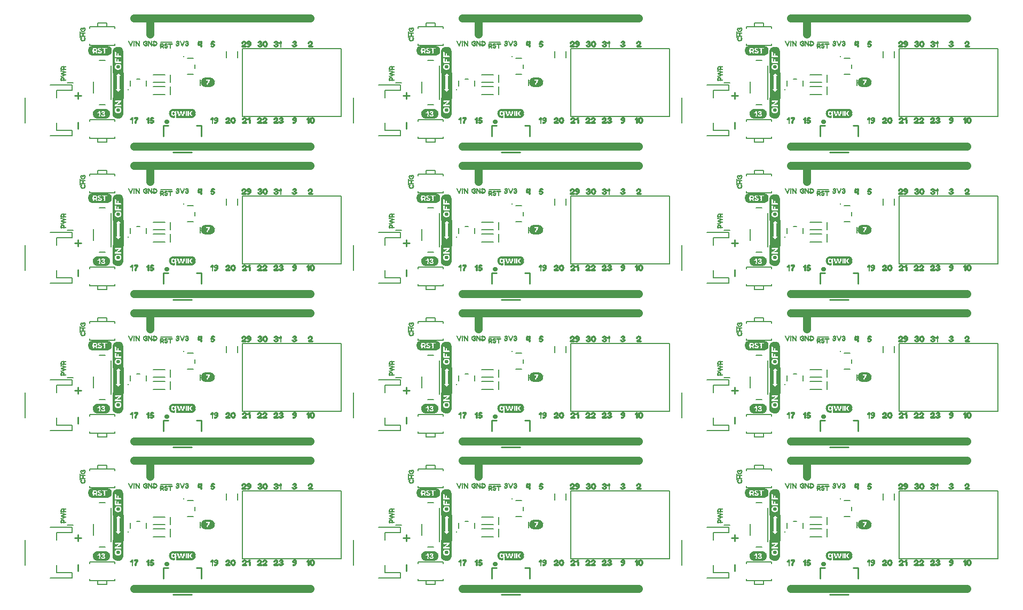
<source format=gto>
G75*
%MOIN*%
%OFA0B0*%
%FSLAX25Y25*%
%IPPOS*%
%LPD*%
%AMOC8*
5,1,8,0,0,1.08239X$1,22.5*
%
%ADD10C,0.05000*%
%ADD11C,0.01000*%
%ADD12C,0.00800*%
%ADD13C,0.00100*%
%ADD14C,0.00500*%
%ADD15C,0.01575*%
%ADD16C,0.01000*%
%ADD17R,0.00118X0.00591*%
%ADD18R,0.00118X0.00236*%
%ADD19R,0.00118X0.00827*%
%ADD20R,0.00157X0.01299*%
%ADD21R,0.00157X0.00709*%
%ADD22R,0.00157X0.01417*%
%ADD23R,0.00118X0.01772*%
%ADD24R,0.00118X0.00709*%
%ADD25R,0.00118X0.01890*%
%ADD26R,0.00118X0.02126*%
%ADD27R,0.00118X0.02244*%
%ADD28R,0.00157X0.02362*%
%ADD29R,0.00157X0.00827*%
%ADD30R,0.00118X0.02362*%
%ADD31R,0.00118X0.01063*%
%ADD32R,0.00118X0.00945*%
%ADD33R,0.00118X0.00118*%
%ADD34R,0.00157X0.00945*%
%ADD35R,0.00118X0.02598*%
%ADD36R,0.00118X0.01181*%
%ADD37R,0.00118X0.01417*%
%ADD38R,0.00157X0.02598*%
%ADD39R,0.00118X0.00472*%
%ADD40R,0.00157X0.02480*%
%ADD41R,0.00118X0.02480*%
%ADD42R,0.00118X0.02008*%
%ADD43R,0.00157X0.01654*%
%ADD44R,0.00118X0.01299*%
%ADD45R,0.00118X0.00354*%
%ADD46R,0.00157X0.01772*%
%ADD47R,0.00157X0.00472*%
%ADD48R,0.00157X0.02244*%
%ADD49R,0.00118X0.01535*%
%ADD50R,0.00157X0.03307*%
%ADD51R,0.00118X0.03307*%
%ADD52R,0.00157X0.02008*%
%ADD53R,0.11772X0.00039*%
%ADD54R,0.12480X0.00079*%
%ADD55R,0.12874X0.00039*%
%ADD56R,0.13189X0.00079*%
%ADD57R,0.13504X0.00039*%
%ADD58R,0.13740X0.00039*%
%ADD59R,0.13976X0.00079*%
%ADD60R,0.14094X0.00039*%
%ADD61R,0.14291X0.00079*%
%ADD62R,0.14449X0.00039*%
%ADD63R,0.14567X0.00079*%
%ADD64R,0.14764X0.00039*%
%ADD65R,0.14843X0.00079*%
%ADD66R,0.15000X0.00039*%
%ADD67R,0.15079X0.00079*%
%ADD68R,0.15236X0.00039*%
%ADD69R,0.15315X0.00079*%
%ADD70R,0.15394X0.00039*%
%ADD71R,0.15512X0.00079*%
%ADD72R,0.15551X0.00039*%
%ADD73R,0.01772X0.00079*%
%ADD74R,0.00591X0.00079*%
%ADD75R,0.00157X0.00079*%
%ADD76R,0.01220X0.00079*%
%ADD77R,0.00118X0.00079*%
%ADD78R,0.00236X0.00079*%
%ADD79R,0.01339X0.00079*%
%ADD80R,0.01654X0.00079*%
%ADD81R,0.01575X0.00039*%
%ADD82R,0.00433X0.00039*%
%ADD83R,0.00118X0.00039*%
%ADD84R,0.01220X0.00039*%
%ADD85R,0.01181X0.00039*%
%ADD86R,0.00236X0.00039*%
%ADD87R,0.01693X0.00039*%
%ADD88R,0.01496X0.00079*%
%ADD89R,0.00315X0.00079*%
%ADD90R,0.00197X0.00079*%
%ADD91R,0.01102X0.00079*%
%ADD92R,0.01181X0.00079*%
%ADD93R,0.00984X0.00079*%
%ADD94R,0.01693X0.00079*%
%ADD95R,0.01457X0.00039*%
%ADD96R,0.00197X0.00039*%
%ADD97R,0.01102X0.00039*%
%ADD98R,0.00866X0.00039*%
%ADD99R,0.01772X0.00039*%
%ADD100R,0.01417X0.00079*%
%ADD101R,0.01024X0.00079*%
%ADD102R,0.00827X0.00079*%
%ADD103R,0.01811X0.00079*%
%ADD104R,0.01339X0.00039*%
%ADD105R,0.00079X0.00039*%
%ADD106R,0.00984X0.00039*%
%ADD107R,0.01024X0.00039*%
%ADD108R,0.00748X0.00039*%
%ADD109R,0.01811X0.00039*%
%ADD110R,0.01260X0.00079*%
%ADD111R,0.00709X0.00079*%
%ADD112R,0.01890X0.00079*%
%ADD113R,0.01299X0.00039*%
%ADD114R,0.00315X0.00039*%
%ADD115R,0.00591X0.00039*%
%ADD116R,0.01890X0.00039*%
%ADD117R,0.01299X0.00079*%
%ADD118R,0.00945X0.00079*%
%ADD119R,0.01929X0.00079*%
%ADD120R,0.00906X0.00039*%
%ADD121R,0.00512X0.00039*%
%ADD122R,0.01929X0.00039*%
%ADD123R,0.00354X0.00079*%
%ADD124R,0.00906X0.00079*%
%ADD125R,0.00866X0.00079*%
%ADD126R,0.00472X0.00079*%
%ADD127R,0.00354X0.00039*%
%ADD128R,0.00827X0.00039*%
%ADD129R,0.00394X0.00039*%
%ADD130R,0.02008X0.00039*%
%ADD131R,0.01142X0.00039*%
%ADD132R,0.00433X0.00079*%
%ADD133R,0.00748X0.00079*%
%ADD134R,0.00787X0.00079*%
%ADD135R,0.02008X0.00079*%
%ADD136R,0.00787X0.00039*%
%ADD137R,0.02323X0.00039*%
%ADD138R,0.00630X0.00079*%
%ADD139R,0.00669X0.00079*%
%ADD140R,0.00276X0.00079*%
%ADD141R,0.02441X0.00079*%
%ADD142R,0.00472X0.00039*%
%ADD143R,0.00669X0.00039*%
%ADD144R,0.00630X0.00039*%
%ADD145R,0.00276X0.00039*%
%ADD146R,0.02559X0.00039*%
%ADD147R,0.01142X0.00079*%
%ADD148R,0.02638X0.00079*%
%ADD149R,0.00551X0.00039*%
%ADD150R,0.02717X0.00039*%
%ADD151R,0.00551X0.00079*%
%ADD152R,0.00512X0.00079*%
%ADD153R,0.02756X0.00079*%
%ADD154R,0.02835X0.00039*%
%ADD155R,0.02835X0.00079*%
%ADD156R,0.00157X0.00039*%
%ADD157R,0.00079X0.00079*%
%ADD158R,0.00394X0.00079*%
%ADD159R,0.02874X0.00039*%
%ADD160R,0.02874X0.00079*%
%ADD161R,0.00709X0.00039*%
%ADD162R,0.01260X0.00039*%
%ADD163R,0.00039X0.00039*%
%ADD164R,0.00039X0.00079*%
%ADD165R,0.02677X0.00039*%
%ADD166R,0.02677X0.00079*%
%ADD167R,0.02638X0.00039*%
%ADD168R,0.02559X0.00079*%
%ADD169R,0.00945X0.00039*%
%ADD170R,0.02441X0.00039*%
%ADD171R,0.02283X0.00039*%
%ADD172R,0.01063X0.00039*%
%ADD173R,0.01063X0.00079*%
%ADD174R,0.01457X0.00079*%
%ADD175R,0.01378X0.00039*%
%ADD176R,0.02992X0.00079*%
%ADD177R,0.11496X0.00079*%
%ADD178R,0.02913X0.00039*%
%ADD179R,0.11457X0.00039*%
%ADD180R,0.11378X0.00079*%
%ADD181R,0.02795X0.00039*%
%ADD182R,0.11339X0.00039*%
%ADD183R,0.02795X0.00079*%
%ADD184R,0.11260X0.00079*%
%ADD185R,0.02756X0.00039*%
%ADD186R,0.11220X0.00039*%
%ADD187R,0.11142X0.00079*%
%ADD188R,0.11102X0.00039*%
%ADD189R,0.02520X0.00079*%
%ADD190R,0.11024X0.00079*%
%ADD191R,0.10906X0.00039*%
%ADD192R,0.02362X0.00079*%
%ADD193R,0.10866X0.00079*%
%ADD194R,0.10748X0.00039*%
%ADD195R,0.02165X0.00039*%
%ADD196R,0.10709X0.00039*%
%ADD197R,0.02047X0.00079*%
%ADD198R,0.10591X0.00079*%
%ADD199R,0.10472X0.00039*%
%ADD200R,0.10354X0.00079*%
%ADD201R,0.01654X0.00039*%
%ADD202R,0.10157X0.00039*%
%ADD203R,0.09882X0.00079*%
%ADD204R,0.04252X0.00157*%
%ADD205R,0.05118X0.00118*%
%ADD206R,0.05669X0.00157*%
%ADD207R,0.06220X0.00118*%
%ADD208R,0.06457X0.00157*%
%ADD209R,0.06772X0.00118*%
%ADD210R,0.07008X0.00157*%
%ADD211R,0.07323X0.00118*%
%ADD212R,0.02598X0.00157*%
%ADD213R,0.02480X0.00157*%
%ADD214R,0.02480X0.00118*%
%ADD215R,0.02638X0.00157*%
%ADD216R,0.02638X0.00118*%
%ADD217R,0.02756X0.00157*%
%ADD218R,0.02874X0.00118*%
%ADD219R,0.02756X0.00118*%
%ADD220R,0.02874X0.00157*%
%ADD221R,0.04409X0.00118*%
%ADD222R,0.03031X0.00118*%
%ADD223R,0.04291X0.00157*%
%ADD224R,0.03189X0.00157*%
%ADD225R,0.04134X0.00118*%
%ADD226R,0.03189X0.00118*%
%ADD227R,0.04134X0.00157*%
%ADD228R,0.03307X0.00157*%
%ADD229R,0.04016X0.00118*%
%ADD230R,0.03465X0.00118*%
%ADD231R,0.03858X0.00157*%
%ADD232R,0.03465X0.00157*%
%ADD233R,0.03858X0.00118*%
%ADD234R,0.03583X0.00118*%
%ADD235R,0.03740X0.00157*%
%ADD236R,0.03583X0.00157*%
%ADD237R,0.03740X0.00118*%
%ADD238R,0.03425X0.00157*%
%ADD239R,0.03307X0.00118*%
%ADD240R,0.03701X0.00118*%
%ADD241R,0.03031X0.00157*%
%ADD242R,0.03701X0.00157*%
%ADD243R,0.00827X0.00118*%
%ADD244R,0.00945X0.00118*%
%ADD245R,0.01417X0.00157*%
%ADD246R,0.00591X0.00157*%
%ADD247R,0.00709X0.00157*%
%ADD248R,0.01654X0.00157*%
%ADD249R,0.01890X0.00118*%
%ADD250R,0.00709X0.00118*%
%ADD251R,0.02008X0.00118*%
%ADD252R,0.02126X0.00118*%
%ADD253R,0.02244X0.00118*%
%ADD254R,0.02362X0.00118*%
%ADD255R,0.01063X0.00118*%
%ADD256R,0.02362X0.00157*%
%ADD257R,0.01063X0.00157*%
%ADD258R,0.00827X0.00157*%
%ADD259R,0.01181X0.00118*%
%ADD260R,0.00472X0.00118*%
%ADD261R,0.01299X0.00118*%
%ADD262R,0.01417X0.00118*%
%ADD263R,0.00945X0.00157*%
%ADD264R,0.01535X0.00118*%
%ADD265R,0.01654X0.00118*%
%ADD266R,0.01772X0.00118*%
%ADD267R,0.01535X0.00157*%
%ADD268R,0.02598X0.00118*%
%ADD269R,0.01181X0.00157*%
%ADD270R,0.01772X0.00157*%
%ADD271R,0.01890X0.00157*%
%ADD272R,0.00591X0.00118*%
%ADD273R,0.00236X0.00118*%
%ADD274R,0.01299X0.00157*%
%ADD275R,0.02953X0.00157*%
%ADD276R,0.03071X0.00118*%
%ADD277R,0.02953X0.00118*%
%ADD278R,0.02244X0.00157*%
%ADD279R,0.02835X0.00157*%
%ADD280R,0.02126X0.00157*%
%ADD281R,0.00354X0.00118*%
%ADD282R,0.02008X0.00157*%
%ADD283R,0.00472X0.00157*%
%ADD284R,0.00906X0.00157*%
%ADD285R,0.01457X0.00157*%
%ADD286R,0.01929X0.00157*%
%ADD287R,0.02205X0.00118*%
%ADD288R,0.01024X0.00118*%
%ADD289R,0.01024X0.00157*%
%ADD290R,0.00748X0.00157*%
%ADD291R,0.01142X0.00157*%
%ADD292R,0.01496X0.00118*%
%ADD293R,0.01614X0.00157*%
%ADD294R,0.01732X0.00157*%
%ADD295R,0.02520X0.00157*%
%ADD296R,0.03110X0.00157*%
%ADD297R,0.03110X0.00118*%
%ADD298R,0.02795X0.00157*%
%ADD299R,0.00866X0.00157*%
%ADD300R,0.00551X0.00157*%
%ADD301R,0.01614X0.00118*%
%ADD302R,0.00433X0.00118*%
%ADD303R,0.00157X0.00157*%
%ADD304R,0.02087X0.00157*%
%ADD305R,0.01339X0.00157*%
%ADD306R,0.01496X0.00157*%
%ADD307R,0.00630X0.00157*%
%ADD308R,0.01732X0.00118*%
%ADD309R,0.00315X0.00157*%
%ADD310R,0.00906X0.00118*%
%ADD311R,0.00866X0.00118*%
%ADD312R,0.02677X0.00118*%
%ADD313R,0.02677X0.00157*%
%ADD314R,0.00276X0.00157*%
%ADD315R,0.01811X0.00157*%
%ADD316R,0.01929X0.00118*%
%ADD317R,0.02047X0.00157*%
%ADD318R,0.02205X0.00157*%
%ADD319R,0.02047X0.00118*%
%ADD320R,0.02520X0.00118*%
%ADD321R,0.00276X0.00118*%
%ADD322R,0.00630X0.00118*%
%ADD323R,0.01142X0.00118*%
%ADD324R,0.01220X0.00157*%
%ADD325R,0.01457X0.00118*%
%ADD326R,0.02992X0.00157*%
%ADD327R,0.02087X0.00118*%
%ADD328R,0.00118X0.00157*%
%ADD329R,0.10630X0.00157*%
%ADD330R,0.11417X0.00118*%
%ADD331R,0.11969X0.00157*%
%ADD332R,0.12520X0.00118*%
%ADD333R,0.12835X0.00157*%
%ADD334R,0.13071X0.00118*%
%ADD335R,0.13386X0.00157*%
%ADD336R,0.06339X0.00118*%
%ADD337R,0.06614X0.00118*%
%ADD338R,0.01260X0.00118*%
%ADD339R,0.00551X0.00118*%
%ADD340R,0.00394X0.00157*%
%ADD341R,0.00984X0.00157*%
%ADD342R,0.04016X0.00157*%
%ADD343R,0.01102X0.00118*%
%ADD344R,0.01102X0.00157*%
%ADD345R,0.00433X0.00157*%
%ADD346R,0.00984X0.00118*%
%ADD347R,0.01378X0.00118*%
%ADD348R,0.01378X0.00157*%
%ADD349R,0.01220X0.00118*%
%ADD350R,0.00394X0.00118*%
%ADD351R,0.00669X0.00118*%
%ADD352R,0.01260X0.00157*%
%ADD353R,0.07874X0.00157*%
%ADD354R,0.08425X0.00118*%
%ADD355R,0.08661X0.00157*%
%ADD356R,0.08976X0.00118*%
%ADD357R,0.09213X0.00157*%
%ADD358R,0.05512X0.00118*%
%ADD359R,0.03150X0.00157*%
%ADD360R,0.00669X0.00157*%
%ADD361R,0.02913X0.00118*%
%ADD362R,0.02913X0.00157*%
%ADD363R,0.00157X0.10709*%
%ADD364R,0.00157X0.11181*%
%ADD365R,0.00157X0.11496*%
%ADD366R,0.00157X0.11811*%
%ADD367R,0.00157X0.11969*%
%ADD368R,0.00157X0.12126*%
%ADD369R,0.00157X0.12283*%
%ADD370R,0.00157X0.04252*%
%ADD371R,0.00157X0.07402*%
%ADD372R,0.00157X0.03937*%
%ADD373R,0.00157X0.01575*%
%ADD374R,0.00157X0.01732*%
%ADD375R,0.00157X0.01890*%
%ADD376R,0.00157X0.03622*%
%ADD377R,0.00157X0.01260*%
%ADD378R,0.00157X0.01102*%
%ADD379R,0.00157X0.03465*%
%ADD380R,0.00157X0.00787*%
%ADD381R,0.00157X0.00630*%
%ADD382R,0.00157X0.02047*%
%ADD383R,0.00157X0.03150*%
%ADD384R,0.00157X0.00315*%
%ADD385R,0.00157X0.03780*%
%ADD386R,0.00157X0.13858*%
%ADD387R,0.00157X0.14331*%
%ADD388R,0.00157X0.14646*%
%ADD389R,0.00157X0.14961*%
%ADD390R,0.00157X0.15118*%
%ADD391R,0.00157X0.15276*%
%ADD392R,0.00157X0.15433*%
%ADD393R,0.00157X0.02835*%
%ADD394R,0.00157X0.02520*%
%ADD395R,0.00157X0.02992*%
%ADD396R,0.00157X0.02205*%
%ADD397R,0.00157X0.02677*%
%ADD398R,0.00157X0.05354*%
%ADD399R,0.00157X0.05512*%
%ADD400R,0.00157X0.05197*%
%ADD401R,0.00157X0.05039*%
D10*
X0116750Y0033500D02*
X0226750Y0033500D01*
X0321750Y0033500D02*
X0431750Y0033500D01*
X0526750Y0033500D02*
X0636750Y0033500D01*
X0536750Y0103500D02*
X0536750Y0113500D01*
X0636750Y0113500D01*
X0636750Y0125500D02*
X0526750Y0125500D01*
X0526750Y0113500D02*
X0536750Y0113500D01*
X0431750Y0113500D02*
X0331750Y0113500D01*
X0331750Y0103500D01*
X0331750Y0113500D02*
X0321750Y0113500D01*
X0321750Y0125500D02*
X0431750Y0125500D01*
X0331750Y0195500D02*
X0331750Y0205500D01*
X0431750Y0205500D01*
X0431750Y0217500D02*
X0321750Y0217500D01*
X0321750Y0205500D02*
X0331750Y0205500D01*
X0226750Y0205500D02*
X0126750Y0205500D01*
X0126750Y0195500D01*
X0126750Y0205500D02*
X0116750Y0205500D01*
X0116750Y0217500D02*
X0226750Y0217500D01*
X0126750Y0287500D02*
X0126750Y0297500D01*
X0226750Y0297500D01*
X0226750Y0309500D02*
X0116750Y0309500D01*
X0116750Y0297500D02*
X0126750Y0297500D01*
X0126750Y0379500D02*
X0126750Y0389500D01*
X0226750Y0389500D01*
X0321750Y0389500D02*
X0331750Y0389500D01*
X0331750Y0379500D01*
X0331750Y0389500D02*
X0431750Y0389500D01*
X0526750Y0389500D02*
X0536750Y0389500D01*
X0536750Y0379500D01*
X0536750Y0389500D02*
X0636750Y0389500D01*
X0636750Y0309500D02*
X0526750Y0309500D01*
X0526750Y0297500D02*
X0536750Y0297500D01*
X0536750Y0287500D01*
X0536750Y0297500D02*
X0636750Y0297500D01*
X0636750Y0217500D02*
X0526750Y0217500D01*
X0526750Y0205500D02*
X0536750Y0205500D01*
X0536750Y0195500D01*
X0536750Y0205500D02*
X0636750Y0205500D01*
X0431750Y0297500D02*
X0331750Y0297500D01*
X0331750Y0287500D01*
X0331750Y0297500D02*
X0321750Y0297500D01*
X0321750Y0309500D02*
X0431750Y0309500D01*
X0126750Y0389500D02*
X0116750Y0389500D01*
X0116750Y0125500D02*
X0226750Y0125500D01*
X0226750Y0113500D02*
X0126750Y0113500D01*
X0126750Y0103500D01*
X0126750Y0113500D02*
X0116750Y0113500D01*
D11*
X0140844Y0121890D02*
X0152656Y0121890D01*
X0158561Y0132126D02*
X0158561Y0138622D01*
X0155608Y0138622D01*
X0137892Y0138622D02*
X0134939Y0138622D01*
X0134939Y0132126D01*
X0081750Y0136700D02*
X0081750Y0140700D01*
X0081750Y0155300D02*
X0081750Y0159300D01*
X0083750Y0157300D02*
X0079750Y0157300D01*
X0140844Y0213890D02*
X0152656Y0213890D01*
X0158561Y0224126D02*
X0158561Y0230622D01*
X0155608Y0230622D01*
X0137892Y0230622D02*
X0134939Y0230622D01*
X0134939Y0224126D01*
X0081750Y0228700D02*
X0081750Y0232700D01*
X0081750Y0247300D02*
X0081750Y0251300D01*
X0083750Y0249300D02*
X0079750Y0249300D01*
X0140844Y0305890D02*
X0152656Y0305890D01*
X0158561Y0316126D02*
X0158561Y0322622D01*
X0155608Y0322622D01*
X0137892Y0322622D02*
X0134939Y0322622D01*
X0134939Y0316126D01*
X0081750Y0320700D02*
X0081750Y0324700D01*
X0081750Y0339300D02*
X0081750Y0343300D01*
X0083750Y0341300D02*
X0079750Y0341300D01*
X0284750Y0341300D02*
X0288750Y0341300D01*
X0286750Y0343300D02*
X0286750Y0339300D01*
X0286750Y0324700D02*
X0286750Y0320700D01*
X0339939Y0322622D02*
X0339939Y0316126D01*
X0339939Y0322622D02*
X0342892Y0322622D01*
X0360608Y0322622D02*
X0363561Y0322622D01*
X0363561Y0316126D01*
X0357656Y0305890D02*
X0345844Y0305890D01*
X0286750Y0251300D02*
X0286750Y0247300D01*
X0288750Y0249300D02*
X0284750Y0249300D01*
X0286750Y0232700D02*
X0286750Y0228700D01*
X0339939Y0230622D02*
X0339939Y0224126D01*
X0339939Y0230622D02*
X0342892Y0230622D01*
X0360608Y0230622D02*
X0363561Y0230622D01*
X0363561Y0224126D01*
X0357656Y0213890D02*
X0345844Y0213890D01*
X0288750Y0157300D02*
X0284750Y0157300D01*
X0286750Y0159300D02*
X0286750Y0155300D01*
X0286750Y0140700D02*
X0286750Y0136700D01*
X0339939Y0138622D02*
X0339939Y0132126D01*
X0339939Y0138622D02*
X0342892Y0138622D01*
X0360608Y0138622D02*
X0363561Y0138622D01*
X0363561Y0132126D01*
X0357656Y0121890D02*
X0345844Y0121890D01*
X0288750Y0065300D02*
X0284750Y0065300D01*
X0286750Y0067300D02*
X0286750Y0063300D01*
X0286750Y0048700D02*
X0286750Y0044700D01*
X0339939Y0046622D02*
X0339939Y0040126D01*
X0339939Y0046622D02*
X0342892Y0046622D01*
X0360608Y0046622D02*
X0363561Y0046622D01*
X0363561Y0040126D01*
X0357656Y0029890D02*
X0345844Y0029890D01*
X0491750Y0044700D02*
X0491750Y0048700D01*
X0491750Y0063300D02*
X0491750Y0067300D01*
X0493750Y0065300D02*
X0489750Y0065300D01*
X0544939Y0046622D02*
X0544939Y0040126D01*
X0544939Y0046622D02*
X0547892Y0046622D01*
X0565608Y0046622D02*
X0568561Y0046622D01*
X0568561Y0040126D01*
X0562656Y0029890D02*
X0550844Y0029890D01*
X0550844Y0121890D02*
X0562656Y0121890D01*
X0568561Y0132126D02*
X0568561Y0138622D01*
X0565608Y0138622D01*
X0547892Y0138622D02*
X0544939Y0138622D01*
X0544939Y0132126D01*
X0491750Y0136700D02*
X0491750Y0140700D01*
X0491750Y0155300D02*
X0491750Y0159300D01*
X0493750Y0157300D02*
X0489750Y0157300D01*
X0550844Y0213890D02*
X0562656Y0213890D01*
X0568561Y0224126D02*
X0568561Y0230622D01*
X0565608Y0230622D01*
X0547892Y0230622D02*
X0544939Y0230622D01*
X0544939Y0224126D01*
X0491750Y0228700D02*
X0491750Y0232700D01*
X0491750Y0247300D02*
X0491750Y0251300D01*
X0493750Y0249300D02*
X0489750Y0249300D01*
X0550844Y0305890D02*
X0562656Y0305890D01*
X0568561Y0316126D02*
X0568561Y0322622D01*
X0565608Y0322622D01*
X0547892Y0322622D02*
X0544939Y0322622D01*
X0544939Y0316126D01*
X0491750Y0320700D02*
X0491750Y0324700D01*
X0491750Y0339300D02*
X0491750Y0343300D01*
X0493750Y0341300D02*
X0489750Y0341300D01*
X0083750Y0065300D02*
X0079750Y0065300D01*
X0081750Y0067300D02*
X0081750Y0063300D01*
X0081750Y0048700D02*
X0081750Y0044700D01*
X0134939Y0046622D02*
X0134939Y0040126D01*
X0134939Y0046622D02*
X0137892Y0046622D01*
X0155608Y0046622D02*
X0158561Y0046622D01*
X0158561Y0040126D01*
X0152656Y0029890D02*
X0140844Y0029890D01*
D12*
X0078067Y0040352D02*
X0064287Y0040352D01*
X0068224Y0043502D02*
X0068224Y0048226D01*
X0068224Y0043502D02*
X0078067Y0043502D01*
X0078067Y0040352D01*
X0088876Y0039776D02*
X0088876Y0038594D01*
X0093994Y0038594D01*
X0093994Y0036232D01*
X0099506Y0036232D01*
X0099506Y0038594D01*
X0104624Y0038594D01*
X0104624Y0039776D01*
X0099506Y0038594D02*
X0093994Y0038594D01*
X0088876Y0049224D02*
X0088876Y0050406D01*
X0104624Y0050406D01*
X0104624Y0049224D01*
X0098431Y0059811D02*
X0095069Y0059811D01*
X0102368Y0062870D02*
X0102368Y0084130D01*
X0098431Y0087189D02*
X0095069Y0087189D01*
X0088876Y0096594D02*
X0088876Y0097776D01*
X0088876Y0096594D02*
X0104624Y0096594D01*
X0104624Y0097776D01*
X0104624Y0107224D02*
X0104624Y0108406D01*
X0099506Y0108406D01*
X0099506Y0110768D01*
X0093994Y0110768D01*
X0093994Y0108406D01*
X0088876Y0108406D01*
X0088876Y0107224D01*
X0093994Y0108406D02*
X0099506Y0108406D01*
X0133250Y0098500D02*
X0140250Y0098500D01*
X0150059Y0088500D02*
X0153441Y0088500D01*
X0154541Y0084557D02*
X0154541Y0082443D01*
X0153441Y0078500D02*
X0150059Y0078500D01*
X0139219Y0078461D02*
X0139219Y0073539D01*
X0139219Y0070961D02*
X0139219Y0066039D01*
X0135793Y0066039D02*
X0128707Y0066039D01*
X0128707Y0070961D02*
X0135793Y0070961D01*
X0135793Y0073539D02*
X0128707Y0073539D01*
X0124350Y0074591D02*
X0124350Y0071209D01*
X0120407Y0075691D02*
X0118293Y0075691D01*
X0114350Y0074591D02*
X0114350Y0071209D01*
X0128707Y0078461D02*
X0135793Y0078461D01*
X0174404Y0089031D02*
X0174404Y0092969D01*
X0181096Y0092969D02*
X0181096Y0089031D01*
X0184251Y0094563D02*
X0184251Y0052437D01*
X0246062Y0052437D01*
X0246062Y0094563D01*
X0184251Y0094563D01*
X0253539Y0063974D02*
X0253539Y0048226D01*
X0269287Y0040352D02*
X0283067Y0040352D01*
X0283067Y0043502D01*
X0273224Y0043502D01*
X0273224Y0048226D01*
X0293876Y0049224D02*
X0293876Y0050406D01*
X0309624Y0050406D01*
X0309624Y0049224D01*
X0309624Y0039776D02*
X0309624Y0038594D01*
X0304506Y0038594D01*
X0304506Y0036232D01*
X0298994Y0036232D01*
X0298994Y0038594D01*
X0304506Y0038594D01*
X0298994Y0038594D02*
X0293876Y0038594D01*
X0293876Y0039776D01*
X0300069Y0059811D02*
X0303431Y0059811D01*
X0307368Y0062870D02*
X0307368Y0084130D01*
X0303431Y0087189D02*
X0300069Y0087189D01*
X0293876Y0096594D02*
X0293876Y0097776D01*
X0293876Y0096594D02*
X0309624Y0096594D01*
X0309624Y0097776D01*
X0309624Y0107224D02*
X0309624Y0108406D01*
X0304506Y0108406D01*
X0304506Y0110768D01*
X0298994Y0110768D01*
X0298994Y0108406D01*
X0293876Y0108406D01*
X0293876Y0107224D01*
X0298994Y0108406D02*
X0304506Y0108406D01*
X0304506Y0128232D02*
X0304506Y0130594D01*
X0309624Y0130594D01*
X0309624Y0131776D01*
X0304506Y0130594D02*
X0298994Y0130594D01*
X0298994Y0128232D01*
X0304506Y0128232D01*
X0298994Y0130594D02*
X0293876Y0130594D01*
X0293876Y0131776D01*
X0283067Y0132352D02*
X0283067Y0135502D01*
X0273224Y0135502D01*
X0273224Y0140226D01*
X0269287Y0132352D02*
X0283067Y0132352D01*
X0293876Y0141224D02*
X0293876Y0142406D01*
X0309624Y0142406D01*
X0309624Y0141224D01*
X0303431Y0151811D02*
X0300069Y0151811D01*
X0307368Y0154870D02*
X0307368Y0176130D01*
X0303431Y0179189D02*
X0300069Y0179189D01*
X0293876Y0188594D02*
X0293876Y0189776D01*
X0293876Y0188594D02*
X0309624Y0188594D01*
X0309624Y0189776D01*
X0309624Y0199224D02*
X0309624Y0200406D01*
X0304506Y0200406D01*
X0304506Y0202768D01*
X0298994Y0202768D01*
X0298994Y0200406D01*
X0293876Y0200406D01*
X0293876Y0199224D01*
X0298994Y0200406D02*
X0304506Y0200406D01*
X0304506Y0220232D02*
X0304506Y0222594D01*
X0309624Y0222594D01*
X0309624Y0223776D01*
X0304506Y0222594D02*
X0298994Y0222594D01*
X0298994Y0220232D01*
X0304506Y0220232D01*
X0298994Y0222594D02*
X0293876Y0222594D01*
X0293876Y0223776D01*
X0283067Y0224352D02*
X0283067Y0227502D01*
X0273224Y0227502D01*
X0273224Y0232226D01*
X0269287Y0224352D02*
X0283067Y0224352D01*
X0293876Y0233224D02*
X0293876Y0234406D01*
X0309624Y0234406D01*
X0309624Y0233224D01*
X0303431Y0243811D02*
X0300069Y0243811D01*
X0307368Y0246870D02*
X0307368Y0268130D01*
X0303431Y0271189D02*
X0300069Y0271189D01*
X0293876Y0280594D02*
X0293876Y0281776D01*
X0293876Y0280594D02*
X0309624Y0280594D01*
X0309624Y0281776D01*
X0309624Y0291224D02*
X0309624Y0292406D01*
X0304506Y0292406D01*
X0304506Y0294768D01*
X0298994Y0294768D01*
X0298994Y0292406D01*
X0293876Y0292406D01*
X0293876Y0291224D01*
X0298994Y0292406D02*
X0304506Y0292406D01*
X0304506Y0312232D02*
X0304506Y0314594D01*
X0309624Y0314594D01*
X0309624Y0315776D01*
X0304506Y0314594D02*
X0298994Y0314594D01*
X0298994Y0312232D01*
X0304506Y0312232D01*
X0298994Y0314594D02*
X0293876Y0314594D01*
X0293876Y0315776D01*
X0283067Y0316352D02*
X0283067Y0319502D01*
X0273224Y0319502D01*
X0273224Y0324226D01*
X0269287Y0316352D02*
X0283067Y0316352D01*
X0293876Y0325224D02*
X0293876Y0326406D01*
X0309624Y0326406D01*
X0309624Y0325224D01*
X0303431Y0335811D02*
X0300069Y0335811D01*
X0307368Y0338870D02*
X0307368Y0360130D01*
X0303431Y0363189D02*
X0300069Y0363189D01*
X0293876Y0372594D02*
X0293876Y0373776D01*
X0293876Y0372594D02*
X0309624Y0372594D01*
X0309624Y0373776D01*
X0309624Y0383224D02*
X0309624Y0384406D01*
X0304506Y0384406D01*
X0304506Y0386768D01*
X0298994Y0386768D01*
X0298994Y0384406D01*
X0293876Y0384406D01*
X0293876Y0383224D01*
X0298994Y0384406D02*
X0304506Y0384406D01*
X0338250Y0374500D02*
X0345250Y0374500D01*
X0355059Y0364500D02*
X0358441Y0364500D01*
X0359541Y0360557D02*
X0359541Y0358443D01*
X0358441Y0354500D02*
X0355059Y0354500D01*
X0344219Y0354461D02*
X0344219Y0349539D01*
X0344219Y0346961D02*
X0344219Y0342039D01*
X0340793Y0342039D02*
X0333707Y0342039D01*
X0333707Y0346961D02*
X0340793Y0346961D01*
X0340793Y0349539D02*
X0333707Y0349539D01*
X0329350Y0350591D02*
X0329350Y0347209D01*
X0325407Y0351691D02*
X0323293Y0351691D01*
X0319350Y0350591D02*
X0319350Y0347209D01*
X0333707Y0354461D02*
X0340793Y0354461D01*
X0379404Y0365031D02*
X0379404Y0368969D01*
X0386096Y0368969D02*
X0386096Y0365031D01*
X0389251Y0370563D02*
X0389251Y0328437D01*
X0451062Y0328437D01*
X0451062Y0370563D01*
X0389251Y0370563D01*
X0458539Y0339974D02*
X0458539Y0324226D01*
X0474287Y0316352D02*
X0488067Y0316352D01*
X0488067Y0319502D01*
X0478224Y0319502D01*
X0478224Y0324226D01*
X0498876Y0325224D02*
X0498876Y0326406D01*
X0514624Y0326406D01*
X0514624Y0325224D01*
X0514624Y0315776D02*
X0514624Y0314594D01*
X0509506Y0314594D01*
X0509506Y0312232D01*
X0503994Y0312232D01*
X0503994Y0314594D01*
X0509506Y0314594D01*
X0503994Y0314594D02*
X0498876Y0314594D01*
X0498876Y0315776D01*
X0505069Y0335811D02*
X0508431Y0335811D01*
X0512368Y0338870D02*
X0512368Y0360130D01*
X0508431Y0363189D02*
X0505069Y0363189D01*
X0498876Y0372594D02*
X0498876Y0373776D01*
X0498876Y0372594D02*
X0514624Y0372594D01*
X0514624Y0373776D01*
X0514624Y0383224D02*
X0514624Y0384406D01*
X0509506Y0384406D01*
X0509506Y0386768D01*
X0503994Y0386768D01*
X0503994Y0384406D01*
X0498876Y0384406D01*
X0498876Y0383224D01*
X0503994Y0384406D02*
X0509506Y0384406D01*
X0543250Y0374500D02*
X0550250Y0374500D01*
X0560059Y0364500D02*
X0563441Y0364500D01*
X0564541Y0360557D02*
X0564541Y0358443D01*
X0563441Y0354500D02*
X0560059Y0354500D01*
X0549219Y0354461D02*
X0549219Y0349539D01*
X0549219Y0346961D02*
X0549219Y0342039D01*
X0545793Y0342039D02*
X0538707Y0342039D01*
X0538707Y0346961D02*
X0545793Y0346961D01*
X0545793Y0349539D02*
X0538707Y0349539D01*
X0534350Y0350591D02*
X0534350Y0347209D01*
X0530407Y0351691D02*
X0528293Y0351691D01*
X0524350Y0350591D02*
X0524350Y0347209D01*
X0538707Y0354461D02*
X0545793Y0354461D01*
X0584404Y0365031D02*
X0584404Y0368969D01*
X0591096Y0368969D02*
X0591096Y0365031D01*
X0594251Y0370563D02*
X0594251Y0328437D01*
X0656062Y0328437D01*
X0656062Y0370563D01*
X0594251Y0370563D01*
X0501132Y0350000D02*
X0501132Y0343094D01*
X0488067Y0344698D02*
X0488067Y0347848D01*
X0474287Y0347848D01*
X0478224Y0344698D02*
X0488067Y0344698D01*
X0478224Y0344698D02*
X0478224Y0339974D01*
X0498876Y0292406D02*
X0498876Y0291224D01*
X0498876Y0292406D02*
X0503994Y0292406D01*
X0503994Y0294768D01*
X0509506Y0294768D01*
X0509506Y0292406D01*
X0503994Y0292406D01*
X0509506Y0292406D02*
X0514624Y0292406D01*
X0514624Y0291224D01*
X0514624Y0281776D02*
X0514624Y0280594D01*
X0498876Y0280594D01*
X0498876Y0281776D01*
X0505069Y0271189D02*
X0508431Y0271189D01*
X0512368Y0268130D02*
X0512368Y0246870D01*
X0508431Y0243811D02*
X0505069Y0243811D01*
X0501132Y0251094D02*
X0501132Y0258000D01*
X0488067Y0255848D02*
X0488067Y0252698D01*
X0478224Y0252698D01*
X0478224Y0247974D01*
X0474287Y0255848D02*
X0488067Y0255848D01*
X0458539Y0247974D02*
X0458539Y0232226D01*
X0451062Y0236437D02*
X0451062Y0278563D01*
X0389251Y0278563D01*
X0389251Y0236437D01*
X0451062Y0236437D01*
X0474287Y0224352D02*
X0488067Y0224352D01*
X0488067Y0227502D01*
X0478224Y0227502D01*
X0478224Y0232226D01*
X0498876Y0233224D02*
X0498876Y0234406D01*
X0514624Y0234406D01*
X0514624Y0233224D01*
X0514624Y0223776D02*
X0514624Y0222594D01*
X0509506Y0222594D01*
X0509506Y0220232D01*
X0503994Y0220232D01*
X0503994Y0222594D01*
X0509506Y0222594D01*
X0503994Y0222594D02*
X0498876Y0222594D01*
X0498876Y0223776D01*
X0503994Y0202768D02*
X0503994Y0200406D01*
X0498876Y0200406D01*
X0498876Y0199224D01*
X0503994Y0200406D02*
X0509506Y0200406D01*
X0509506Y0202768D01*
X0503994Y0202768D01*
X0509506Y0200406D02*
X0514624Y0200406D01*
X0514624Y0199224D01*
X0514624Y0189776D02*
X0514624Y0188594D01*
X0498876Y0188594D01*
X0498876Y0189776D01*
X0505069Y0179189D02*
X0508431Y0179189D01*
X0512368Y0176130D02*
X0512368Y0154870D01*
X0508431Y0151811D02*
X0505069Y0151811D01*
X0501132Y0159094D02*
X0501132Y0166000D01*
X0488067Y0163848D02*
X0488067Y0160698D01*
X0478224Y0160698D01*
X0478224Y0155974D01*
X0474287Y0163848D02*
X0488067Y0163848D01*
X0458539Y0155974D02*
X0458539Y0140226D01*
X0451062Y0144437D02*
X0451062Y0186563D01*
X0389251Y0186563D01*
X0389251Y0144437D01*
X0451062Y0144437D01*
X0474287Y0132352D02*
X0488067Y0132352D01*
X0488067Y0135502D01*
X0478224Y0135502D01*
X0478224Y0140226D01*
X0498876Y0141224D02*
X0498876Y0142406D01*
X0514624Y0142406D01*
X0514624Y0141224D01*
X0514624Y0131776D02*
X0514624Y0130594D01*
X0509506Y0130594D01*
X0509506Y0128232D01*
X0503994Y0128232D01*
X0503994Y0130594D01*
X0509506Y0130594D01*
X0503994Y0130594D02*
X0498876Y0130594D01*
X0498876Y0131776D01*
X0503994Y0110768D02*
X0503994Y0108406D01*
X0498876Y0108406D01*
X0498876Y0107224D01*
X0503994Y0108406D02*
X0509506Y0108406D01*
X0509506Y0110768D01*
X0503994Y0110768D01*
X0509506Y0108406D02*
X0514624Y0108406D01*
X0514624Y0107224D01*
X0514624Y0097776D02*
X0514624Y0096594D01*
X0498876Y0096594D01*
X0498876Y0097776D01*
X0505069Y0087189D02*
X0508431Y0087189D01*
X0512368Y0084130D02*
X0512368Y0062870D01*
X0508431Y0059811D02*
X0505069Y0059811D01*
X0501132Y0067094D02*
X0501132Y0074000D01*
X0488067Y0071848D02*
X0474287Y0071848D01*
X0478224Y0068698D02*
X0488067Y0068698D01*
X0488067Y0071848D01*
X0478224Y0068698D02*
X0478224Y0063974D01*
X0458539Y0063974D02*
X0458539Y0048226D01*
X0451062Y0052437D02*
X0451062Y0094563D01*
X0389251Y0094563D01*
X0389251Y0052437D01*
X0451062Y0052437D01*
X0474287Y0040352D02*
X0488067Y0040352D01*
X0488067Y0043502D01*
X0478224Y0043502D01*
X0478224Y0048226D01*
X0498876Y0049224D02*
X0498876Y0050406D01*
X0514624Y0050406D01*
X0514624Y0049224D01*
X0514624Y0039776D02*
X0514624Y0038594D01*
X0509506Y0038594D01*
X0509506Y0036232D01*
X0503994Y0036232D01*
X0503994Y0038594D01*
X0509506Y0038594D01*
X0503994Y0038594D02*
X0498876Y0038594D01*
X0498876Y0039776D01*
X0538707Y0066039D02*
X0545793Y0066039D01*
X0549219Y0066039D02*
X0549219Y0070961D01*
X0549219Y0073539D02*
X0549219Y0078461D01*
X0545793Y0078461D02*
X0538707Y0078461D01*
X0538707Y0073539D02*
X0545793Y0073539D01*
X0545793Y0070961D02*
X0538707Y0070961D01*
X0534350Y0071209D02*
X0534350Y0074591D01*
X0530407Y0075691D02*
X0528293Y0075691D01*
X0524350Y0074591D02*
X0524350Y0071209D01*
X0560059Y0078500D02*
X0563441Y0078500D01*
X0564541Y0082443D02*
X0564541Y0084557D01*
X0563441Y0088500D02*
X0560059Y0088500D01*
X0550250Y0098500D02*
X0543250Y0098500D01*
X0584404Y0092969D02*
X0584404Y0089031D01*
X0591096Y0089031D02*
X0591096Y0092969D01*
X0594251Y0094563D02*
X0594251Y0052437D01*
X0656062Y0052437D01*
X0656062Y0094563D01*
X0594251Y0094563D01*
X0594251Y0144437D02*
X0656062Y0144437D01*
X0656062Y0186563D01*
X0594251Y0186563D01*
X0594251Y0144437D01*
X0563441Y0170500D02*
X0560059Y0170500D01*
X0564541Y0174443D02*
X0564541Y0176557D01*
X0563441Y0180500D02*
X0560059Y0180500D01*
X0549219Y0170461D02*
X0549219Y0165539D01*
X0549219Y0162961D02*
X0549219Y0158039D01*
X0545793Y0158039D02*
X0538707Y0158039D01*
X0538707Y0162961D02*
X0545793Y0162961D01*
X0545793Y0165539D02*
X0538707Y0165539D01*
X0534350Y0166591D02*
X0534350Y0163209D01*
X0530407Y0167691D02*
X0528293Y0167691D01*
X0524350Y0166591D02*
X0524350Y0163209D01*
X0538707Y0170461D02*
X0545793Y0170461D01*
X0543250Y0190500D02*
X0550250Y0190500D01*
X0584404Y0184969D02*
X0584404Y0181031D01*
X0591096Y0181031D02*
X0591096Y0184969D01*
X0594251Y0236437D02*
X0656062Y0236437D01*
X0656062Y0278563D01*
X0594251Y0278563D01*
X0594251Y0236437D01*
X0549219Y0250039D02*
X0549219Y0254961D01*
X0549219Y0257539D02*
X0549219Y0262461D01*
X0545793Y0262461D02*
X0538707Y0262461D01*
X0534350Y0258591D02*
X0534350Y0255209D01*
X0538707Y0254961D02*
X0545793Y0254961D01*
X0545793Y0257539D02*
X0538707Y0257539D01*
X0538707Y0250039D02*
X0545793Y0250039D01*
X0530407Y0259691D02*
X0528293Y0259691D01*
X0524350Y0258591D02*
X0524350Y0255209D01*
X0560059Y0262500D02*
X0563441Y0262500D01*
X0564541Y0266443D02*
X0564541Y0268557D01*
X0563441Y0272500D02*
X0560059Y0272500D01*
X0550250Y0282500D02*
X0543250Y0282500D01*
X0584404Y0276969D02*
X0584404Y0273031D01*
X0591096Y0273031D02*
X0591096Y0276969D01*
X0386096Y0276969D02*
X0386096Y0273031D01*
X0379404Y0273031D02*
X0379404Y0276969D01*
X0359541Y0268557D02*
X0359541Y0266443D01*
X0358441Y0262500D02*
X0355059Y0262500D01*
X0344219Y0262461D02*
X0344219Y0257539D01*
X0344219Y0254961D02*
X0344219Y0250039D01*
X0340793Y0250039D02*
X0333707Y0250039D01*
X0333707Y0254961D02*
X0340793Y0254961D01*
X0340793Y0257539D02*
X0333707Y0257539D01*
X0329350Y0258591D02*
X0329350Y0255209D01*
X0325407Y0259691D02*
X0323293Y0259691D01*
X0319350Y0258591D02*
X0319350Y0255209D01*
X0333707Y0262461D02*
X0340793Y0262461D01*
X0355059Y0272500D02*
X0358441Y0272500D01*
X0345250Y0282500D02*
X0338250Y0282500D01*
X0296132Y0258000D02*
X0296132Y0251094D01*
X0283067Y0252698D02*
X0283067Y0255848D01*
X0269287Y0255848D01*
X0273224Y0252698D02*
X0283067Y0252698D01*
X0273224Y0252698D02*
X0273224Y0247974D01*
X0253539Y0247974D02*
X0253539Y0232226D01*
X0246062Y0236437D02*
X0246062Y0278563D01*
X0184251Y0278563D01*
X0184251Y0236437D01*
X0246062Y0236437D01*
X0181096Y0273031D02*
X0181096Y0276969D01*
X0174404Y0276969D02*
X0174404Y0273031D01*
X0154541Y0268557D02*
X0154541Y0266443D01*
X0153441Y0262500D02*
X0150059Y0262500D01*
X0139219Y0262461D02*
X0139219Y0257539D01*
X0139219Y0254961D02*
X0139219Y0250039D01*
X0135793Y0250039D02*
X0128707Y0250039D01*
X0128707Y0254961D02*
X0135793Y0254961D01*
X0135793Y0257539D02*
X0128707Y0257539D01*
X0124350Y0258591D02*
X0124350Y0255209D01*
X0120407Y0259691D02*
X0118293Y0259691D01*
X0114350Y0258591D02*
X0114350Y0255209D01*
X0102368Y0246870D02*
X0102368Y0268130D01*
X0098431Y0271189D02*
X0095069Y0271189D01*
X0088876Y0280594D02*
X0088876Y0281776D01*
X0088876Y0280594D02*
X0104624Y0280594D01*
X0104624Y0281776D01*
X0104624Y0291224D02*
X0104624Y0292406D01*
X0099506Y0292406D01*
X0099506Y0294768D01*
X0093994Y0294768D01*
X0093994Y0292406D01*
X0088876Y0292406D01*
X0088876Y0291224D01*
X0093994Y0292406D02*
X0099506Y0292406D01*
X0099506Y0312232D02*
X0093994Y0312232D01*
X0093994Y0314594D01*
X0099506Y0314594D01*
X0099506Y0312232D01*
X0099506Y0314594D02*
X0104624Y0314594D01*
X0104624Y0315776D01*
X0093994Y0314594D02*
X0088876Y0314594D01*
X0088876Y0315776D01*
X0078067Y0316352D02*
X0078067Y0319502D01*
X0068224Y0319502D01*
X0068224Y0324226D01*
X0064287Y0316352D02*
X0078067Y0316352D01*
X0088876Y0325224D02*
X0088876Y0326406D01*
X0104624Y0326406D01*
X0104624Y0325224D01*
X0098431Y0335811D02*
X0095069Y0335811D01*
X0102368Y0338870D02*
X0102368Y0360130D01*
X0098431Y0363189D02*
X0095069Y0363189D01*
X0088876Y0372594D02*
X0088876Y0373776D01*
X0088876Y0372594D02*
X0104624Y0372594D01*
X0104624Y0373776D01*
X0104624Y0383224D02*
X0104624Y0384406D01*
X0099506Y0384406D01*
X0099506Y0386768D01*
X0093994Y0386768D01*
X0093994Y0384406D01*
X0088876Y0384406D01*
X0088876Y0383224D01*
X0093994Y0384406D02*
X0099506Y0384406D01*
X0133250Y0374500D02*
X0140250Y0374500D01*
X0150059Y0364500D02*
X0153441Y0364500D01*
X0154541Y0360557D02*
X0154541Y0358443D01*
X0153441Y0354500D02*
X0150059Y0354500D01*
X0139219Y0354461D02*
X0139219Y0349539D01*
X0139219Y0346961D02*
X0139219Y0342039D01*
X0135793Y0342039D02*
X0128707Y0342039D01*
X0128707Y0346961D02*
X0135793Y0346961D01*
X0135793Y0349539D02*
X0128707Y0349539D01*
X0124350Y0350591D02*
X0124350Y0347209D01*
X0120407Y0351691D02*
X0118293Y0351691D01*
X0114350Y0350591D02*
X0114350Y0347209D01*
X0128707Y0354461D02*
X0135793Y0354461D01*
X0174404Y0365031D02*
X0174404Y0368969D01*
X0181096Y0368969D02*
X0181096Y0365031D01*
X0184251Y0370563D02*
X0184251Y0328437D01*
X0246062Y0328437D01*
X0246062Y0370563D01*
X0184251Y0370563D01*
X0253539Y0339974D02*
X0253539Y0324226D01*
X0273224Y0339974D02*
X0273224Y0344698D01*
X0283067Y0344698D01*
X0283067Y0347848D01*
X0269287Y0347848D01*
X0296132Y0350000D02*
X0296132Y0343094D01*
X0153441Y0272500D02*
X0150059Y0272500D01*
X0140250Y0282500D02*
X0133250Y0282500D01*
X0135793Y0262461D02*
X0128707Y0262461D01*
X0098431Y0243811D02*
X0095069Y0243811D01*
X0091132Y0251094D02*
X0091132Y0258000D01*
X0078067Y0255848D02*
X0078067Y0252698D01*
X0068224Y0252698D01*
X0068224Y0247974D01*
X0064287Y0255848D02*
X0078067Y0255848D01*
X0048539Y0247974D02*
X0048539Y0232226D01*
X0064287Y0224352D02*
X0078067Y0224352D01*
X0078067Y0227502D01*
X0068224Y0227502D01*
X0068224Y0232226D01*
X0088876Y0233224D02*
X0088876Y0234406D01*
X0104624Y0234406D01*
X0104624Y0233224D01*
X0104624Y0223776D02*
X0104624Y0222594D01*
X0099506Y0222594D01*
X0099506Y0220232D01*
X0093994Y0220232D01*
X0093994Y0222594D01*
X0099506Y0222594D01*
X0093994Y0222594D02*
X0088876Y0222594D01*
X0088876Y0223776D01*
X0093994Y0202768D02*
X0093994Y0200406D01*
X0088876Y0200406D01*
X0088876Y0199224D01*
X0093994Y0200406D02*
X0099506Y0200406D01*
X0099506Y0202768D01*
X0093994Y0202768D01*
X0099506Y0200406D02*
X0104624Y0200406D01*
X0104624Y0199224D01*
X0104624Y0189776D02*
X0104624Y0188594D01*
X0088876Y0188594D01*
X0088876Y0189776D01*
X0095069Y0179189D02*
X0098431Y0179189D01*
X0102368Y0176130D02*
X0102368Y0154870D01*
X0098431Y0151811D02*
X0095069Y0151811D01*
X0091132Y0159094D02*
X0091132Y0166000D01*
X0078067Y0163848D02*
X0064287Y0163848D01*
X0068224Y0160698D02*
X0078067Y0160698D01*
X0078067Y0163848D01*
X0068224Y0160698D02*
X0068224Y0155974D01*
X0048539Y0155974D02*
X0048539Y0140226D01*
X0064287Y0132352D02*
X0078067Y0132352D01*
X0078067Y0135502D01*
X0068224Y0135502D01*
X0068224Y0140226D01*
X0088876Y0141224D02*
X0088876Y0142406D01*
X0104624Y0142406D01*
X0104624Y0141224D01*
X0104624Y0131776D02*
X0104624Y0130594D01*
X0099506Y0130594D01*
X0099506Y0128232D01*
X0093994Y0128232D01*
X0093994Y0130594D01*
X0099506Y0130594D01*
X0093994Y0130594D02*
X0088876Y0130594D01*
X0088876Y0131776D01*
X0128707Y0158039D02*
X0135793Y0158039D01*
X0139219Y0158039D02*
X0139219Y0162961D01*
X0139219Y0165539D02*
X0139219Y0170461D01*
X0135793Y0170461D02*
X0128707Y0170461D01*
X0128707Y0165539D02*
X0135793Y0165539D01*
X0135793Y0162961D02*
X0128707Y0162961D01*
X0124350Y0163209D02*
X0124350Y0166591D01*
X0120407Y0167691D02*
X0118293Y0167691D01*
X0114350Y0166591D02*
X0114350Y0163209D01*
X0150059Y0170500D02*
X0153441Y0170500D01*
X0154541Y0174443D02*
X0154541Y0176557D01*
X0153441Y0180500D02*
X0150059Y0180500D01*
X0140250Y0190500D02*
X0133250Y0190500D01*
X0174404Y0184969D02*
X0174404Y0181031D01*
X0181096Y0181031D02*
X0181096Y0184969D01*
X0184251Y0186563D02*
X0184251Y0144437D01*
X0246062Y0144437D01*
X0246062Y0186563D01*
X0184251Y0186563D01*
X0253539Y0155974D02*
X0253539Y0140226D01*
X0273224Y0155974D02*
X0273224Y0160698D01*
X0283067Y0160698D01*
X0283067Y0163848D01*
X0269287Y0163848D01*
X0296132Y0166000D02*
X0296132Y0159094D01*
X0319350Y0163209D02*
X0319350Y0166591D01*
X0323293Y0167691D02*
X0325407Y0167691D01*
X0329350Y0166591D02*
X0329350Y0163209D01*
X0333707Y0162961D02*
X0340793Y0162961D01*
X0340793Y0165539D02*
X0333707Y0165539D01*
X0333707Y0170461D02*
X0340793Y0170461D01*
X0344219Y0170461D02*
X0344219Y0165539D01*
X0344219Y0162961D02*
X0344219Y0158039D01*
X0340793Y0158039D02*
X0333707Y0158039D01*
X0355059Y0170500D02*
X0358441Y0170500D01*
X0359541Y0174443D02*
X0359541Y0176557D01*
X0358441Y0180500D02*
X0355059Y0180500D01*
X0345250Y0190500D02*
X0338250Y0190500D01*
X0379404Y0184969D02*
X0379404Y0181031D01*
X0386096Y0181031D02*
X0386096Y0184969D01*
X0345250Y0098500D02*
X0338250Y0098500D01*
X0355059Y0088500D02*
X0358441Y0088500D01*
X0359541Y0084557D02*
X0359541Y0082443D01*
X0358441Y0078500D02*
X0355059Y0078500D01*
X0344219Y0078461D02*
X0344219Y0073539D01*
X0344219Y0070961D02*
X0344219Y0066039D01*
X0340793Y0066039D02*
X0333707Y0066039D01*
X0333707Y0070961D02*
X0340793Y0070961D01*
X0340793Y0073539D02*
X0333707Y0073539D01*
X0329350Y0074591D02*
X0329350Y0071209D01*
X0325407Y0075691D02*
X0323293Y0075691D01*
X0319350Y0074591D02*
X0319350Y0071209D01*
X0333707Y0078461D02*
X0340793Y0078461D01*
X0379404Y0089031D02*
X0379404Y0092969D01*
X0386096Y0092969D02*
X0386096Y0089031D01*
X0296132Y0074000D02*
X0296132Y0067094D01*
X0283067Y0068698D02*
X0283067Y0071848D01*
X0269287Y0071848D01*
X0273224Y0068698D02*
X0283067Y0068698D01*
X0273224Y0068698D02*
X0273224Y0063974D01*
X0091132Y0067094D02*
X0091132Y0074000D01*
X0078067Y0071848D02*
X0064287Y0071848D01*
X0068224Y0068698D02*
X0078067Y0068698D01*
X0078067Y0071848D01*
X0068224Y0068698D02*
X0068224Y0063974D01*
X0048539Y0063974D02*
X0048539Y0048226D01*
X0048539Y0324226D02*
X0048539Y0339974D01*
X0064287Y0347848D02*
X0078067Y0347848D01*
X0078067Y0344698D01*
X0068224Y0344698D01*
X0068224Y0339974D01*
X0091132Y0343094D02*
X0091132Y0350000D01*
D13*
X0103550Y0350041D02*
X0105750Y0350041D01*
X0105750Y0350139D02*
X0103550Y0350139D01*
X0103550Y0350238D02*
X0105750Y0350238D01*
X0105750Y0350336D02*
X0103550Y0350336D01*
X0103550Y0350435D02*
X0105750Y0350435D01*
X0105750Y0350534D02*
X0103550Y0350534D01*
X0103550Y0350632D02*
X0105750Y0350632D01*
X0105750Y0350731D02*
X0103550Y0350731D01*
X0103550Y0350829D02*
X0105750Y0350829D01*
X0105750Y0350928D02*
X0103550Y0350928D01*
X0103550Y0351026D02*
X0105750Y0351026D01*
X0105750Y0351125D02*
X0103550Y0351125D01*
X0103550Y0351223D02*
X0105750Y0351223D01*
X0105750Y0351322D02*
X0103550Y0351322D01*
X0103550Y0351420D02*
X0105750Y0351420D01*
X0105750Y0351519D02*
X0103550Y0351519D01*
X0103550Y0351617D02*
X0105750Y0351617D01*
X0105750Y0351716D02*
X0103550Y0351716D01*
X0103550Y0351814D02*
X0105750Y0351814D01*
X0105750Y0351913D02*
X0103550Y0351913D01*
X0103550Y0352011D02*
X0105750Y0352011D01*
X0105750Y0352110D02*
X0103550Y0352110D01*
X0103550Y0352208D02*
X0105750Y0352208D01*
X0105750Y0352307D02*
X0103550Y0352307D01*
X0103550Y0352405D02*
X0105750Y0352405D01*
X0105750Y0352504D02*
X0103550Y0352504D01*
X0103550Y0352602D02*
X0105750Y0352602D01*
X0105750Y0352701D02*
X0103550Y0352701D01*
X0103550Y0352799D02*
X0105750Y0352799D01*
X0105750Y0352898D02*
X0103550Y0352898D01*
X0103550Y0352996D02*
X0105750Y0352996D01*
X0105750Y0353095D02*
X0103550Y0353095D01*
X0103550Y0353193D02*
X0105750Y0353193D01*
X0105750Y0353292D02*
X0103550Y0353292D01*
X0103550Y0353390D02*
X0105750Y0353390D01*
X0105750Y0353489D02*
X0103550Y0353489D01*
X0103550Y0353587D02*
X0104837Y0353587D01*
X0104750Y0353500D02*
X0105750Y0353500D01*
X0105750Y0345500D01*
X0104750Y0345500D01*
X0106750Y0343500D01*
X0108750Y0345500D01*
X0107750Y0345500D01*
X0107750Y0353500D01*
X0108750Y0353500D01*
X0106750Y0355500D01*
X0109950Y0355500D01*
X0109950Y0339500D01*
X0106750Y0339500D01*
X0106750Y0343500D01*
X0106750Y0339500D01*
X0103550Y0339500D01*
X0103550Y0355500D01*
X0106750Y0355500D01*
X0104750Y0353500D01*
X0106750Y0355500D01*
X0108750Y0353500D01*
X0107750Y0353500D01*
X0107750Y0345500D01*
X0108750Y0345500D01*
X0106750Y0343500D01*
X0104750Y0345500D01*
X0105750Y0345500D01*
X0105750Y0353500D01*
X0104750Y0353500D01*
X0104936Y0353686D02*
X0103550Y0353686D01*
X0103550Y0353784D02*
X0105034Y0353784D01*
X0105133Y0353883D02*
X0103550Y0353883D01*
X0103550Y0353981D02*
X0105231Y0353981D01*
X0105330Y0354080D02*
X0103550Y0354080D01*
X0103550Y0354178D02*
X0105428Y0354178D01*
X0105527Y0354277D02*
X0103550Y0354277D01*
X0103550Y0354375D02*
X0105625Y0354375D01*
X0105724Y0354474D02*
X0103550Y0354474D01*
X0103550Y0354572D02*
X0105822Y0354572D01*
X0105921Y0354671D02*
X0103550Y0354671D01*
X0103550Y0354769D02*
X0106019Y0354769D01*
X0106118Y0354868D02*
X0103550Y0354868D01*
X0103550Y0354967D02*
X0106217Y0354967D01*
X0106315Y0355065D02*
X0103550Y0355065D01*
X0103550Y0355164D02*
X0106414Y0355164D01*
X0106512Y0355262D02*
X0103550Y0355262D01*
X0103550Y0355361D02*
X0106611Y0355361D01*
X0106709Y0355459D02*
X0103550Y0355459D01*
X0106791Y0355459D02*
X0109950Y0355459D01*
X0109950Y0355361D02*
X0106889Y0355361D01*
X0106988Y0355262D02*
X0109950Y0355262D01*
X0109950Y0355164D02*
X0107086Y0355164D01*
X0107185Y0355065D02*
X0109950Y0355065D01*
X0109950Y0354967D02*
X0107283Y0354967D01*
X0107382Y0354868D02*
X0109950Y0354868D01*
X0109950Y0354769D02*
X0107481Y0354769D01*
X0107579Y0354671D02*
X0109950Y0354671D01*
X0109950Y0354572D02*
X0107678Y0354572D01*
X0107776Y0354474D02*
X0109950Y0354474D01*
X0109950Y0354375D02*
X0107875Y0354375D01*
X0107973Y0354277D02*
X0109950Y0354277D01*
X0109950Y0354178D02*
X0108072Y0354178D01*
X0108170Y0354080D02*
X0109950Y0354080D01*
X0109950Y0353981D02*
X0108269Y0353981D01*
X0108367Y0353883D02*
X0109950Y0353883D01*
X0109950Y0353784D02*
X0108466Y0353784D01*
X0108564Y0353686D02*
X0109950Y0353686D01*
X0109950Y0353587D02*
X0108663Y0353587D01*
X0107750Y0353489D02*
X0109950Y0353489D01*
X0109950Y0353390D02*
X0107750Y0353390D01*
X0107750Y0353292D02*
X0109950Y0353292D01*
X0109950Y0353193D02*
X0107750Y0353193D01*
X0107750Y0353095D02*
X0109950Y0353095D01*
X0109950Y0352996D02*
X0107750Y0352996D01*
X0107750Y0352898D02*
X0109950Y0352898D01*
X0109950Y0352799D02*
X0107750Y0352799D01*
X0107750Y0352701D02*
X0109950Y0352701D01*
X0109950Y0352602D02*
X0107750Y0352602D01*
X0107750Y0352504D02*
X0109950Y0352504D01*
X0109950Y0352405D02*
X0107750Y0352405D01*
X0107750Y0352307D02*
X0109950Y0352307D01*
X0109950Y0352208D02*
X0107750Y0352208D01*
X0107750Y0352110D02*
X0109950Y0352110D01*
X0109950Y0352011D02*
X0107750Y0352011D01*
X0107750Y0351913D02*
X0109950Y0351913D01*
X0109950Y0351814D02*
X0107750Y0351814D01*
X0107750Y0351716D02*
X0109950Y0351716D01*
X0109950Y0351617D02*
X0107750Y0351617D01*
X0107750Y0351519D02*
X0109950Y0351519D01*
X0109950Y0351420D02*
X0107750Y0351420D01*
X0107750Y0351322D02*
X0109950Y0351322D01*
X0109950Y0351223D02*
X0107750Y0351223D01*
X0107750Y0351125D02*
X0109950Y0351125D01*
X0109950Y0351026D02*
X0107750Y0351026D01*
X0107750Y0350928D02*
X0109950Y0350928D01*
X0109950Y0350829D02*
X0107750Y0350829D01*
X0107750Y0350731D02*
X0109950Y0350731D01*
X0109950Y0350632D02*
X0107750Y0350632D01*
X0107750Y0350534D02*
X0109950Y0350534D01*
X0109950Y0350435D02*
X0107750Y0350435D01*
X0107750Y0350336D02*
X0109950Y0350336D01*
X0109950Y0350238D02*
X0107750Y0350238D01*
X0107750Y0350139D02*
X0109950Y0350139D01*
X0109950Y0350041D02*
X0107750Y0350041D01*
X0107750Y0349942D02*
X0109950Y0349942D01*
X0109950Y0349844D02*
X0107750Y0349844D01*
X0107750Y0349745D02*
X0109950Y0349745D01*
X0109950Y0349647D02*
X0107750Y0349647D01*
X0107750Y0349548D02*
X0109950Y0349548D01*
X0109950Y0349450D02*
X0107750Y0349450D01*
X0107750Y0349351D02*
X0109950Y0349351D01*
X0109950Y0349253D02*
X0107750Y0349253D01*
X0107750Y0349154D02*
X0109950Y0349154D01*
X0109950Y0349056D02*
X0107750Y0349056D01*
X0107750Y0348957D02*
X0109950Y0348957D01*
X0109950Y0348859D02*
X0107750Y0348859D01*
X0107750Y0348760D02*
X0109950Y0348760D01*
X0109950Y0348662D02*
X0107750Y0348662D01*
X0107750Y0348563D02*
X0109950Y0348563D01*
X0109950Y0348465D02*
X0107750Y0348465D01*
X0107750Y0348366D02*
X0109950Y0348366D01*
X0109950Y0348268D02*
X0107750Y0348268D01*
X0107750Y0348169D02*
X0109950Y0348169D01*
X0109950Y0348071D02*
X0107750Y0348071D01*
X0107750Y0347972D02*
X0109950Y0347972D01*
X0109950Y0347874D02*
X0107750Y0347874D01*
X0107750Y0347775D02*
X0109950Y0347775D01*
X0109950Y0347677D02*
X0107750Y0347677D01*
X0107750Y0347578D02*
X0109950Y0347578D01*
X0109950Y0347480D02*
X0107750Y0347480D01*
X0107750Y0347381D02*
X0109950Y0347381D01*
X0109950Y0347283D02*
X0107750Y0347283D01*
X0107750Y0347184D02*
X0109950Y0347184D01*
X0109950Y0347086D02*
X0107750Y0347086D01*
X0107750Y0346987D02*
X0109950Y0346987D01*
X0109950Y0346889D02*
X0107750Y0346889D01*
X0107750Y0346790D02*
X0109950Y0346790D01*
X0109950Y0346692D02*
X0107750Y0346692D01*
X0107750Y0346593D02*
X0109950Y0346593D01*
X0109950Y0346495D02*
X0107750Y0346495D01*
X0107750Y0346396D02*
X0109950Y0346396D01*
X0109950Y0346298D02*
X0107750Y0346298D01*
X0107750Y0346199D02*
X0109950Y0346199D01*
X0109950Y0346100D02*
X0107750Y0346100D01*
X0107750Y0346002D02*
X0109950Y0346002D01*
X0109950Y0345903D02*
X0107750Y0345903D01*
X0107750Y0345805D02*
X0109950Y0345805D01*
X0109950Y0345706D02*
X0107750Y0345706D01*
X0107750Y0345608D02*
X0109950Y0345608D01*
X0109950Y0345509D02*
X0107750Y0345509D01*
X0108267Y0345017D02*
X0109950Y0345017D01*
X0109950Y0345115D02*
X0108365Y0345115D01*
X0108464Y0345214D02*
X0109950Y0345214D01*
X0109950Y0345312D02*
X0108562Y0345312D01*
X0108661Y0345411D02*
X0109950Y0345411D01*
X0109950Y0344918D02*
X0108168Y0344918D01*
X0108070Y0344820D02*
X0109950Y0344820D01*
X0109950Y0344721D02*
X0107971Y0344721D01*
X0107873Y0344623D02*
X0109950Y0344623D01*
X0109950Y0344524D02*
X0107774Y0344524D01*
X0107676Y0344426D02*
X0109950Y0344426D01*
X0109950Y0344327D02*
X0107577Y0344327D01*
X0107479Y0344229D02*
X0109950Y0344229D01*
X0109950Y0344130D02*
X0107380Y0344130D01*
X0107282Y0344032D02*
X0109950Y0344032D01*
X0109950Y0343933D02*
X0107183Y0343933D01*
X0107085Y0343835D02*
X0109950Y0343835D01*
X0109950Y0343736D02*
X0106986Y0343736D01*
X0106888Y0343638D02*
X0109950Y0343638D01*
X0109950Y0343539D02*
X0106789Y0343539D01*
X0106711Y0343539D02*
X0103550Y0343539D01*
X0103550Y0343441D02*
X0106750Y0343441D01*
X0109950Y0343441D01*
X0109950Y0343342D02*
X0106750Y0343342D01*
X0103550Y0343342D01*
X0103550Y0343244D02*
X0106750Y0343244D01*
X0109950Y0343244D01*
X0109950Y0343145D02*
X0106750Y0343145D01*
X0103550Y0343145D01*
X0103550Y0343047D02*
X0106750Y0343047D01*
X0109950Y0343047D01*
X0109950Y0342948D02*
X0106750Y0342948D01*
X0103550Y0342948D01*
X0103550Y0342850D02*
X0106750Y0342850D01*
X0109950Y0342850D01*
X0109950Y0342751D02*
X0106750Y0342751D01*
X0103550Y0342751D01*
X0103550Y0342653D02*
X0106750Y0342653D01*
X0109950Y0342653D01*
X0109950Y0342554D02*
X0106750Y0342554D01*
X0103550Y0342554D01*
X0103550Y0342456D02*
X0106750Y0342456D01*
X0109950Y0342456D01*
X0109950Y0342357D02*
X0106750Y0342357D01*
X0103550Y0342357D01*
X0103550Y0342259D02*
X0106750Y0342259D01*
X0109950Y0342259D01*
X0109950Y0342160D02*
X0106750Y0342160D01*
X0103550Y0342160D01*
X0103550Y0342062D02*
X0106750Y0342062D01*
X0109950Y0342062D01*
X0109950Y0341963D02*
X0106750Y0341963D01*
X0103550Y0341963D01*
X0103550Y0341865D02*
X0106750Y0341865D01*
X0109950Y0341865D01*
X0109950Y0341766D02*
X0106750Y0341766D01*
X0103550Y0341766D01*
X0103550Y0341667D02*
X0106750Y0341667D01*
X0109950Y0341667D01*
X0109950Y0341569D02*
X0106750Y0341569D01*
X0103550Y0341569D01*
X0103550Y0341470D02*
X0106750Y0341470D01*
X0109950Y0341470D01*
X0109950Y0341372D02*
X0106750Y0341372D01*
X0103550Y0341372D01*
X0103550Y0341273D02*
X0106750Y0341273D01*
X0109950Y0341273D01*
X0109950Y0341175D02*
X0106750Y0341175D01*
X0103550Y0341175D01*
X0103550Y0341076D02*
X0106750Y0341076D01*
X0109950Y0341076D01*
X0109950Y0340978D02*
X0106750Y0340978D01*
X0103550Y0340978D01*
X0103550Y0340879D02*
X0106750Y0340879D01*
X0109950Y0340879D01*
X0109950Y0340781D02*
X0106750Y0340781D01*
X0103550Y0340781D01*
X0103550Y0340682D02*
X0106750Y0340682D01*
X0109950Y0340682D01*
X0109950Y0340584D02*
X0106750Y0340584D01*
X0103550Y0340584D01*
X0103550Y0340485D02*
X0106750Y0340485D01*
X0109950Y0340485D01*
X0109950Y0340387D02*
X0106750Y0340387D01*
X0103550Y0340387D01*
X0103550Y0340288D02*
X0106750Y0340288D01*
X0109950Y0340288D01*
X0109950Y0340190D02*
X0106750Y0340190D01*
X0103550Y0340190D01*
X0103550Y0340091D02*
X0106750Y0340091D01*
X0109950Y0340091D01*
X0109950Y0339993D02*
X0106750Y0339993D01*
X0103550Y0339993D01*
X0103550Y0339894D02*
X0106750Y0339894D01*
X0109950Y0339894D01*
X0109950Y0339796D02*
X0106750Y0339796D01*
X0103550Y0339796D01*
X0103550Y0339697D02*
X0106750Y0339697D01*
X0109950Y0339697D01*
X0109950Y0339599D02*
X0106750Y0339599D01*
X0103550Y0339599D01*
X0103550Y0339500D02*
X0106750Y0339500D01*
X0109950Y0339500D01*
X0106612Y0343638D02*
X0103550Y0343638D01*
X0103550Y0343736D02*
X0106514Y0343736D01*
X0106415Y0343835D02*
X0103550Y0343835D01*
X0103550Y0343933D02*
X0106317Y0343933D01*
X0106218Y0344032D02*
X0103550Y0344032D01*
X0103550Y0344130D02*
X0106120Y0344130D01*
X0106021Y0344229D02*
X0103550Y0344229D01*
X0103550Y0344327D02*
X0105923Y0344327D01*
X0105824Y0344426D02*
X0103550Y0344426D01*
X0103550Y0344524D02*
X0105726Y0344524D01*
X0105627Y0344623D02*
X0103550Y0344623D01*
X0103550Y0344721D02*
X0105529Y0344721D01*
X0105430Y0344820D02*
X0103550Y0344820D01*
X0103550Y0344918D02*
X0105332Y0344918D01*
X0105233Y0345017D02*
X0103550Y0345017D01*
X0103550Y0345115D02*
X0105135Y0345115D01*
X0105036Y0345214D02*
X0103550Y0345214D01*
X0103550Y0345312D02*
X0104938Y0345312D01*
X0104839Y0345411D02*
X0103550Y0345411D01*
X0103550Y0345509D02*
X0105750Y0345509D01*
X0105750Y0345608D02*
X0103550Y0345608D01*
X0103550Y0345706D02*
X0105750Y0345706D01*
X0105750Y0345805D02*
X0103550Y0345805D01*
X0103550Y0345903D02*
X0105750Y0345903D01*
X0105750Y0346002D02*
X0103550Y0346002D01*
X0103550Y0346100D02*
X0105750Y0346100D01*
X0105750Y0346199D02*
X0103550Y0346199D01*
X0103550Y0346298D02*
X0105750Y0346298D01*
X0105750Y0346396D02*
X0103550Y0346396D01*
X0103550Y0346495D02*
X0105750Y0346495D01*
X0105750Y0346593D02*
X0103550Y0346593D01*
X0103550Y0346692D02*
X0105750Y0346692D01*
X0105750Y0346790D02*
X0103550Y0346790D01*
X0103550Y0346889D02*
X0105750Y0346889D01*
X0105750Y0346987D02*
X0103550Y0346987D01*
X0103550Y0347086D02*
X0105750Y0347086D01*
X0105750Y0347184D02*
X0103550Y0347184D01*
X0103550Y0347283D02*
X0105750Y0347283D01*
X0105750Y0347381D02*
X0103550Y0347381D01*
X0103550Y0347480D02*
X0105750Y0347480D01*
X0105750Y0347578D02*
X0103550Y0347578D01*
X0103550Y0347677D02*
X0105750Y0347677D01*
X0105750Y0347775D02*
X0103550Y0347775D01*
X0103550Y0347874D02*
X0105750Y0347874D01*
X0105750Y0347972D02*
X0103550Y0347972D01*
X0103550Y0348071D02*
X0105750Y0348071D01*
X0105750Y0348169D02*
X0103550Y0348169D01*
X0103550Y0348268D02*
X0105750Y0348268D01*
X0105750Y0348366D02*
X0103550Y0348366D01*
X0103550Y0348465D02*
X0105750Y0348465D01*
X0105750Y0348563D02*
X0103550Y0348563D01*
X0103550Y0348662D02*
X0105750Y0348662D01*
X0105750Y0348760D02*
X0103550Y0348760D01*
X0103550Y0348859D02*
X0105750Y0348859D01*
X0105750Y0348957D02*
X0103550Y0348957D01*
X0103550Y0349056D02*
X0105750Y0349056D01*
X0105750Y0349154D02*
X0103550Y0349154D01*
X0103550Y0349253D02*
X0105750Y0349253D01*
X0105750Y0349351D02*
X0103550Y0349351D01*
X0103550Y0349450D02*
X0105750Y0349450D01*
X0105750Y0349548D02*
X0103550Y0349548D01*
X0103550Y0349647D02*
X0105750Y0349647D01*
X0105750Y0349745D02*
X0103550Y0349745D01*
X0103550Y0349844D02*
X0105750Y0349844D01*
X0105750Y0349942D02*
X0103550Y0349942D01*
X0103550Y0263500D02*
X0106750Y0263500D01*
X0108750Y0261500D01*
X0107750Y0261500D01*
X0107750Y0253500D01*
X0108750Y0253500D01*
X0106750Y0251500D01*
X0106750Y0247500D01*
X0109950Y0247500D01*
X0109950Y0263500D01*
X0106750Y0263500D01*
X0104750Y0261500D01*
X0105750Y0261500D01*
X0105750Y0253500D01*
X0104750Y0253500D01*
X0106750Y0251500D01*
X0106750Y0247500D01*
X0103550Y0247500D01*
X0103550Y0263500D01*
X0103550Y0263449D02*
X0106699Y0263449D01*
X0106750Y0263500D02*
X0108750Y0261500D01*
X0107750Y0261500D01*
X0107750Y0253500D01*
X0108750Y0253500D01*
X0106750Y0251500D01*
X0104750Y0253500D01*
X0105750Y0253500D01*
X0105750Y0261500D01*
X0104750Y0261500D01*
X0106750Y0263500D01*
X0106801Y0263449D02*
X0109950Y0263449D01*
X0109950Y0263351D02*
X0106899Y0263351D01*
X0106998Y0263252D02*
X0109950Y0263252D01*
X0109950Y0263154D02*
X0107096Y0263154D01*
X0107195Y0263055D02*
X0109950Y0263055D01*
X0109950Y0262957D02*
X0107293Y0262957D01*
X0107392Y0262858D02*
X0109950Y0262858D01*
X0109950Y0262760D02*
X0107490Y0262760D01*
X0107589Y0262661D02*
X0109950Y0262661D01*
X0109950Y0262563D02*
X0107687Y0262563D01*
X0107786Y0262464D02*
X0109950Y0262464D01*
X0109950Y0262366D02*
X0107884Y0262366D01*
X0107983Y0262267D02*
X0109950Y0262267D01*
X0109950Y0262169D02*
X0108081Y0262169D01*
X0108180Y0262070D02*
X0109950Y0262070D01*
X0109950Y0261972D02*
X0108278Y0261972D01*
X0108377Y0261873D02*
X0109950Y0261873D01*
X0109950Y0261775D02*
X0108475Y0261775D01*
X0108574Y0261676D02*
X0109950Y0261676D01*
X0109950Y0261578D02*
X0108672Y0261578D01*
X0107750Y0261479D02*
X0109950Y0261479D01*
X0109950Y0261381D02*
X0107750Y0261381D01*
X0107750Y0261282D02*
X0109950Y0261282D01*
X0109950Y0261184D02*
X0107750Y0261184D01*
X0107750Y0261085D02*
X0109950Y0261085D01*
X0109950Y0260987D02*
X0107750Y0260987D01*
X0107750Y0260888D02*
X0109950Y0260888D01*
X0109950Y0260790D02*
X0107750Y0260790D01*
X0107750Y0260691D02*
X0109950Y0260691D01*
X0109950Y0260593D02*
X0107750Y0260593D01*
X0107750Y0260494D02*
X0109950Y0260494D01*
X0109950Y0260396D02*
X0107750Y0260396D01*
X0107750Y0260297D02*
X0109950Y0260297D01*
X0109950Y0260199D02*
X0107750Y0260199D01*
X0107750Y0260100D02*
X0109950Y0260100D01*
X0109950Y0260002D02*
X0107750Y0260002D01*
X0107750Y0259903D02*
X0109950Y0259903D01*
X0109950Y0259805D02*
X0107750Y0259805D01*
X0107750Y0259706D02*
X0109950Y0259706D01*
X0109950Y0259608D02*
X0107750Y0259608D01*
X0107750Y0259509D02*
X0109950Y0259509D01*
X0109950Y0259411D02*
X0107750Y0259411D01*
X0107750Y0259312D02*
X0109950Y0259312D01*
X0109950Y0259214D02*
X0107750Y0259214D01*
X0107750Y0259115D02*
X0109950Y0259115D01*
X0109950Y0259016D02*
X0107750Y0259016D01*
X0107750Y0258918D02*
X0109950Y0258918D01*
X0109950Y0258819D02*
X0107750Y0258819D01*
X0107750Y0258721D02*
X0109950Y0258721D01*
X0109950Y0258622D02*
X0107750Y0258622D01*
X0107750Y0258524D02*
X0109950Y0258524D01*
X0109950Y0258425D02*
X0107750Y0258425D01*
X0107750Y0258327D02*
X0109950Y0258327D01*
X0109950Y0258228D02*
X0107750Y0258228D01*
X0107750Y0258130D02*
X0109950Y0258130D01*
X0109950Y0258031D02*
X0107750Y0258031D01*
X0107750Y0257933D02*
X0109950Y0257933D01*
X0109950Y0257834D02*
X0107750Y0257834D01*
X0107750Y0257736D02*
X0109950Y0257736D01*
X0109950Y0257637D02*
X0107750Y0257637D01*
X0107750Y0257539D02*
X0109950Y0257539D01*
X0109950Y0257440D02*
X0107750Y0257440D01*
X0107750Y0257342D02*
X0109950Y0257342D01*
X0109950Y0257243D02*
X0107750Y0257243D01*
X0107750Y0257145D02*
X0109950Y0257145D01*
X0109950Y0257046D02*
X0107750Y0257046D01*
X0107750Y0256948D02*
X0109950Y0256948D01*
X0109950Y0256849D02*
X0107750Y0256849D01*
X0107750Y0256751D02*
X0109950Y0256751D01*
X0109950Y0256652D02*
X0107750Y0256652D01*
X0107750Y0256554D02*
X0109950Y0256554D01*
X0109950Y0256455D02*
X0107750Y0256455D01*
X0107750Y0256357D02*
X0109950Y0256357D01*
X0109950Y0256258D02*
X0107750Y0256258D01*
X0107750Y0256160D02*
X0109950Y0256160D01*
X0109950Y0256061D02*
X0107750Y0256061D01*
X0107750Y0255963D02*
X0109950Y0255963D01*
X0109950Y0255864D02*
X0107750Y0255864D01*
X0107750Y0255766D02*
X0109950Y0255766D01*
X0109950Y0255667D02*
X0107750Y0255667D01*
X0107750Y0255569D02*
X0109950Y0255569D01*
X0109950Y0255470D02*
X0107750Y0255470D01*
X0107750Y0255372D02*
X0109950Y0255372D01*
X0109950Y0255273D02*
X0107750Y0255273D01*
X0107750Y0255175D02*
X0109950Y0255175D01*
X0109950Y0255076D02*
X0107750Y0255076D01*
X0107750Y0254978D02*
X0109950Y0254978D01*
X0109950Y0254879D02*
X0107750Y0254879D01*
X0107750Y0254780D02*
X0109950Y0254780D01*
X0109950Y0254682D02*
X0107750Y0254682D01*
X0107750Y0254583D02*
X0109950Y0254583D01*
X0109950Y0254485D02*
X0107750Y0254485D01*
X0107750Y0254386D02*
X0109950Y0254386D01*
X0109950Y0254288D02*
X0107750Y0254288D01*
X0107750Y0254189D02*
X0109950Y0254189D01*
X0109950Y0254091D02*
X0107750Y0254091D01*
X0107750Y0253992D02*
X0109950Y0253992D01*
X0109950Y0253894D02*
X0107750Y0253894D01*
X0107750Y0253795D02*
X0109950Y0253795D01*
X0109950Y0253697D02*
X0107750Y0253697D01*
X0107750Y0253598D02*
X0109950Y0253598D01*
X0109950Y0253500D02*
X0108750Y0253500D01*
X0108651Y0253401D02*
X0109950Y0253401D01*
X0109950Y0253303D02*
X0108553Y0253303D01*
X0108454Y0253204D02*
X0109950Y0253204D01*
X0109950Y0253106D02*
X0108356Y0253106D01*
X0108257Y0253007D02*
X0109950Y0253007D01*
X0109950Y0252909D02*
X0108159Y0252909D01*
X0108060Y0252810D02*
X0109950Y0252810D01*
X0109950Y0252712D02*
X0107962Y0252712D01*
X0107863Y0252613D02*
X0109950Y0252613D01*
X0109950Y0252515D02*
X0107765Y0252515D01*
X0107666Y0252416D02*
X0109950Y0252416D01*
X0109950Y0252318D02*
X0107568Y0252318D01*
X0107469Y0252219D02*
X0109950Y0252219D01*
X0109950Y0252121D02*
X0107371Y0252121D01*
X0107272Y0252022D02*
X0109950Y0252022D01*
X0109950Y0251924D02*
X0107174Y0251924D01*
X0107075Y0251825D02*
X0109950Y0251825D01*
X0109950Y0251727D02*
X0106977Y0251727D01*
X0106878Y0251628D02*
X0109950Y0251628D01*
X0109950Y0251530D02*
X0106780Y0251530D01*
X0106720Y0251530D02*
X0103550Y0251530D01*
X0103550Y0251628D02*
X0106622Y0251628D01*
X0106523Y0251727D02*
X0103550Y0251727D01*
X0103550Y0251825D02*
X0106425Y0251825D01*
X0106326Y0251924D02*
X0103550Y0251924D01*
X0103550Y0252022D02*
X0106228Y0252022D01*
X0106129Y0252121D02*
X0103550Y0252121D01*
X0103550Y0252219D02*
X0106031Y0252219D01*
X0105932Y0252318D02*
X0103550Y0252318D01*
X0103550Y0252416D02*
X0105834Y0252416D01*
X0105735Y0252515D02*
X0103550Y0252515D01*
X0103550Y0252613D02*
X0105637Y0252613D01*
X0105538Y0252712D02*
X0103550Y0252712D01*
X0103550Y0252810D02*
X0105440Y0252810D01*
X0105341Y0252909D02*
X0103550Y0252909D01*
X0103550Y0253007D02*
X0105243Y0253007D01*
X0105144Y0253106D02*
X0103550Y0253106D01*
X0103550Y0253204D02*
X0105046Y0253204D01*
X0104947Y0253303D02*
X0103550Y0253303D01*
X0103550Y0253401D02*
X0104849Y0253401D01*
X0104750Y0253500D02*
X0103550Y0253500D01*
X0103550Y0253598D02*
X0105750Y0253598D01*
X0105750Y0253697D02*
X0103550Y0253697D01*
X0103550Y0253795D02*
X0105750Y0253795D01*
X0105750Y0253894D02*
X0103550Y0253894D01*
X0103550Y0253992D02*
X0105750Y0253992D01*
X0105750Y0254091D02*
X0103550Y0254091D01*
X0103550Y0254189D02*
X0105750Y0254189D01*
X0105750Y0254288D02*
X0103550Y0254288D01*
X0103550Y0254386D02*
X0105750Y0254386D01*
X0105750Y0254485D02*
X0103550Y0254485D01*
X0103550Y0254583D02*
X0105750Y0254583D01*
X0105750Y0254682D02*
X0103550Y0254682D01*
X0103550Y0254780D02*
X0105750Y0254780D01*
X0105750Y0254879D02*
X0103550Y0254879D01*
X0103550Y0254978D02*
X0105750Y0254978D01*
X0105750Y0255076D02*
X0103550Y0255076D01*
X0103550Y0255175D02*
X0105750Y0255175D01*
X0105750Y0255273D02*
X0103550Y0255273D01*
X0103550Y0255372D02*
X0105750Y0255372D01*
X0105750Y0255470D02*
X0103550Y0255470D01*
X0103550Y0255569D02*
X0105750Y0255569D01*
X0105750Y0255667D02*
X0103550Y0255667D01*
X0103550Y0255766D02*
X0105750Y0255766D01*
X0105750Y0255864D02*
X0103550Y0255864D01*
X0103550Y0255963D02*
X0105750Y0255963D01*
X0105750Y0256061D02*
X0103550Y0256061D01*
X0103550Y0256160D02*
X0105750Y0256160D01*
X0105750Y0256258D02*
X0103550Y0256258D01*
X0103550Y0256357D02*
X0105750Y0256357D01*
X0105750Y0256455D02*
X0103550Y0256455D01*
X0103550Y0256554D02*
X0105750Y0256554D01*
X0105750Y0256652D02*
X0103550Y0256652D01*
X0103550Y0256751D02*
X0105750Y0256751D01*
X0105750Y0256849D02*
X0103550Y0256849D01*
X0103550Y0256948D02*
X0105750Y0256948D01*
X0105750Y0257046D02*
X0103550Y0257046D01*
X0103550Y0257145D02*
X0105750Y0257145D01*
X0105750Y0257243D02*
X0103550Y0257243D01*
X0103550Y0257342D02*
X0105750Y0257342D01*
X0105750Y0257440D02*
X0103550Y0257440D01*
X0103550Y0257539D02*
X0105750Y0257539D01*
X0105750Y0257637D02*
X0103550Y0257637D01*
X0103550Y0257736D02*
X0105750Y0257736D01*
X0105750Y0257834D02*
X0103550Y0257834D01*
X0103550Y0257933D02*
X0105750Y0257933D01*
X0105750Y0258031D02*
X0103550Y0258031D01*
X0103550Y0258130D02*
X0105750Y0258130D01*
X0105750Y0258228D02*
X0103550Y0258228D01*
X0103550Y0258327D02*
X0105750Y0258327D01*
X0105750Y0258425D02*
X0103550Y0258425D01*
X0103550Y0258524D02*
X0105750Y0258524D01*
X0105750Y0258622D02*
X0103550Y0258622D01*
X0103550Y0258721D02*
X0105750Y0258721D01*
X0105750Y0258819D02*
X0103550Y0258819D01*
X0103550Y0258918D02*
X0105750Y0258918D01*
X0105750Y0259016D02*
X0103550Y0259016D01*
X0103550Y0259115D02*
X0105750Y0259115D01*
X0105750Y0259214D02*
X0103550Y0259214D01*
X0103550Y0259312D02*
X0105750Y0259312D01*
X0105750Y0259411D02*
X0103550Y0259411D01*
X0103550Y0259509D02*
X0105750Y0259509D01*
X0105750Y0259608D02*
X0103550Y0259608D01*
X0103550Y0259706D02*
X0105750Y0259706D01*
X0105750Y0259805D02*
X0103550Y0259805D01*
X0103550Y0259903D02*
X0105750Y0259903D01*
X0105750Y0260002D02*
X0103550Y0260002D01*
X0103550Y0260100D02*
X0105750Y0260100D01*
X0105750Y0260199D02*
X0103550Y0260199D01*
X0103550Y0260297D02*
X0105750Y0260297D01*
X0105750Y0260396D02*
X0103550Y0260396D01*
X0103550Y0260494D02*
X0105750Y0260494D01*
X0105750Y0260593D02*
X0103550Y0260593D01*
X0103550Y0260691D02*
X0105750Y0260691D01*
X0105750Y0260790D02*
X0103550Y0260790D01*
X0103550Y0260888D02*
X0105750Y0260888D01*
X0105750Y0260987D02*
X0103550Y0260987D01*
X0103550Y0261085D02*
X0105750Y0261085D01*
X0105750Y0261184D02*
X0103550Y0261184D01*
X0103550Y0261282D02*
X0105750Y0261282D01*
X0105750Y0261381D02*
X0103550Y0261381D01*
X0103550Y0261479D02*
X0105750Y0261479D01*
X0105222Y0261972D02*
X0103550Y0261972D01*
X0103550Y0262070D02*
X0105320Y0262070D01*
X0105419Y0262169D02*
X0103550Y0262169D01*
X0103550Y0262267D02*
X0105517Y0262267D01*
X0105616Y0262366D02*
X0103550Y0262366D01*
X0103550Y0262464D02*
X0105714Y0262464D01*
X0105813Y0262563D02*
X0103550Y0262563D01*
X0103550Y0262661D02*
X0105911Y0262661D01*
X0106010Y0262760D02*
X0103550Y0262760D01*
X0103550Y0262858D02*
X0106108Y0262858D01*
X0106207Y0262957D02*
X0103550Y0262957D01*
X0103550Y0263055D02*
X0106305Y0263055D01*
X0106404Y0263154D02*
X0103550Y0263154D01*
X0103550Y0263252D02*
X0106502Y0263252D01*
X0106601Y0263351D02*
X0103550Y0263351D01*
X0103550Y0261873D02*
X0105123Y0261873D01*
X0105025Y0261775D02*
X0103550Y0261775D01*
X0103550Y0261676D02*
X0104926Y0261676D01*
X0104828Y0261578D02*
X0103550Y0261578D01*
X0103550Y0251431D02*
X0106750Y0251431D01*
X0109950Y0251431D01*
X0109950Y0251333D02*
X0106750Y0251333D01*
X0103550Y0251333D01*
X0103550Y0251234D02*
X0106750Y0251234D01*
X0109950Y0251234D01*
X0109950Y0251136D02*
X0106750Y0251136D01*
X0103550Y0251136D01*
X0103550Y0251037D02*
X0106750Y0251037D01*
X0109950Y0251037D01*
X0109950Y0250939D02*
X0106750Y0250939D01*
X0103550Y0250939D01*
X0103550Y0250840D02*
X0106750Y0250840D01*
X0109950Y0250840D01*
X0109950Y0250742D02*
X0106750Y0250742D01*
X0103550Y0250742D01*
X0103550Y0250643D02*
X0106750Y0250643D01*
X0109950Y0250643D01*
X0109950Y0250545D02*
X0106750Y0250545D01*
X0103550Y0250545D01*
X0103550Y0250446D02*
X0106750Y0250446D01*
X0109950Y0250446D01*
X0109950Y0250347D02*
X0106750Y0250347D01*
X0103550Y0250347D01*
X0103550Y0250249D02*
X0106750Y0250249D01*
X0109950Y0250249D01*
X0109950Y0250150D02*
X0106750Y0250150D01*
X0103550Y0250150D01*
X0103550Y0250052D02*
X0106750Y0250052D01*
X0109950Y0250052D01*
X0109950Y0249953D02*
X0106750Y0249953D01*
X0103550Y0249953D01*
X0103550Y0249855D02*
X0106750Y0249855D01*
X0109950Y0249855D01*
X0109950Y0249756D02*
X0106750Y0249756D01*
X0103550Y0249756D01*
X0103550Y0249658D02*
X0106750Y0249658D01*
X0109950Y0249658D01*
X0109950Y0249559D02*
X0106750Y0249559D01*
X0103550Y0249559D01*
X0103550Y0249461D02*
X0106750Y0249461D01*
X0109950Y0249461D01*
X0109950Y0249362D02*
X0106750Y0249362D01*
X0103550Y0249362D01*
X0103550Y0249264D02*
X0106750Y0249264D01*
X0109950Y0249264D01*
X0109950Y0249165D02*
X0106750Y0249165D01*
X0103550Y0249165D01*
X0103550Y0249067D02*
X0106750Y0249067D01*
X0109950Y0249067D01*
X0109950Y0248968D02*
X0106750Y0248968D01*
X0103550Y0248968D01*
X0103550Y0248870D02*
X0106750Y0248870D01*
X0109950Y0248870D01*
X0109950Y0248771D02*
X0106750Y0248771D01*
X0103550Y0248771D01*
X0103550Y0248673D02*
X0106750Y0248673D01*
X0109950Y0248673D01*
X0109950Y0248574D02*
X0106750Y0248574D01*
X0103550Y0248574D01*
X0103550Y0248476D02*
X0106750Y0248476D01*
X0109950Y0248476D01*
X0109950Y0248377D02*
X0106750Y0248377D01*
X0103550Y0248377D01*
X0103550Y0248279D02*
X0106750Y0248279D01*
X0109950Y0248279D01*
X0109950Y0248180D02*
X0106750Y0248180D01*
X0103550Y0248180D01*
X0103550Y0248082D02*
X0106750Y0248082D01*
X0109950Y0248082D01*
X0109950Y0247983D02*
X0106750Y0247983D01*
X0103550Y0247983D01*
X0103550Y0247885D02*
X0106750Y0247885D01*
X0109950Y0247885D01*
X0109950Y0247786D02*
X0106750Y0247786D01*
X0103550Y0247786D01*
X0103550Y0247688D02*
X0106750Y0247688D01*
X0109950Y0247688D01*
X0109950Y0247589D02*
X0106750Y0247589D01*
X0103550Y0247589D01*
X0103550Y0171500D02*
X0106750Y0171500D01*
X0108750Y0169500D01*
X0107750Y0169500D01*
X0107750Y0161500D01*
X0108750Y0161500D01*
X0106750Y0159500D01*
X0106750Y0155500D01*
X0109950Y0155500D01*
X0109950Y0171500D01*
X0106750Y0171500D01*
X0104750Y0169500D01*
X0105750Y0169500D01*
X0105750Y0161500D01*
X0104750Y0161500D01*
X0106750Y0159500D01*
X0106750Y0155500D01*
X0103550Y0155500D01*
X0103550Y0171500D01*
X0103550Y0171440D02*
X0106690Y0171440D01*
X0106750Y0171500D02*
X0108750Y0169500D01*
X0107750Y0169500D01*
X0107750Y0161500D01*
X0108750Y0161500D01*
X0106750Y0159500D01*
X0104750Y0161500D01*
X0105750Y0161500D01*
X0105750Y0169500D01*
X0104750Y0169500D01*
X0106750Y0171500D01*
X0106810Y0171440D02*
X0109950Y0171440D01*
X0109950Y0171341D02*
X0106909Y0171341D01*
X0107007Y0171243D02*
X0109950Y0171243D01*
X0109950Y0171144D02*
X0107106Y0171144D01*
X0107204Y0171046D02*
X0109950Y0171046D01*
X0109950Y0170947D02*
X0107303Y0170947D01*
X0107401Y0170849D02*
X0109950Y0170849D01*
X0109950Y0170750D02*
X0107500Y0170750D01*
X0107598Y0170652D02*
X0109950Y0170652D01*
X0109950Y0170553D02*
X0107697Y0170553D01*
X0107795Y0170455D02*
X0109950Y0170455D01*
X0109950Y0170356D02*
X0107894Y0170356D01*
X0107992Y0170258D02*
X0109950Y0170258D01*
X0109950Y0170159D02*
X0108091Y0170159D01*
X0108189Y0170061D02*
X0109950Y0170061D01*
X0109950Y0169962D02*
X0108288Y0169962D01*
X0108386Y0169864D02*
X0109950Y0169864D01*
X0109950Y0169765D02*
X0108485Y0169765D01*
X0108583Y0169667D02*
X0109950Y0169667D01*
X0109950Y0169568D02*
X0108682Y0169568D01*
X0107750Y0169470D02*
X0109950Y0169470D01*
X0109950Y0169371D02*
X0107750Y0169371D01*
X0107750Y0169273D02*
X0109950Y0169273D01*
X0109950Y0169174D02*
X0107750Y0169174D01*
X0107750Y0169076D02*
X0109950Y0169076D01*
X0109950Y0168977D02*
X0107750Y0168977D01*
X0107750Y0168879D02*
X0109950Y0168879D01*
X0109950Y0168780D02*
X0107750Y0168780D01*
X0107750Y0168682D02*
X0109950Y0168682D01*
X0109950Y0168583D02*
X0107750Y0168583D01*
X0107750Y0168485D02*
X0109950Y0168485D01*
X0109950Y0168386D02*
X0107750Y0168386D01*
X0107750Y0168288D02*
X0109950Y0168288D01*
X0109950Y0168189D02*
X0107750Y0168189D01*
X0107750Y0168091D02*
X0109950Y0168091D01*
X0109950Y0167992D02*
X0107750Y0167992D01*
X0107750Y0167894D02*
X0109950Y0167894D01*
X0109950Y0167795D02*
X0107750Y0167795D01*
X0107750Y0167696D02*
X0109950Y0167696D01*
X0109950Y0167598D02*
X0107750Y0167598D01*
X0107750Y0167499D02*
X0109950Y0167499D01*
X0109950Y0167401D02*
X0107750Y0167401D01*
X0107750Y0167302D02*
X0109950Y0167302D01*
X0109950Y0167204D02*
X0107750Y0167204D01*
X0107750Y0167105D02*
X0109950Y0167105D01*
X0109950Y0167007D02*
X0107750Y0167007D01*
X0107750Y0166908D02*
X0109950Y0166908D01*
X0109950Y0166810D02*
X0107750Y0166810D01*
X0107750Y0166711D02*
X0109950Y0166711D01*
X0109950Y0166613D02*
X0107750Y0166613D01*
X0107750Y0166514D02*
X0109950Y0166514D01*
X0109950Y0166416D02*
X0107750Y0166416D01*
X0107750Y0166317D02*
X0109950Y0166317D01*
X0109950Y0166219D02*
X0107750Y0166219D01*
X0107750Y0166120D02*
X0109950Y0166120D01*
X0109950Y0166022D02*
X0107750Y0166022D01*
X0107750Y0165923D02*
X0109950Y0165923D01*
X0109950Y0165825D02*
X0107750Y0165825D01*
X0107750Y0165726D02*
X0109950Y0165726D01*
X0109950Y0165628D02*
X0107750Y0165628D01*
X0107750Y0165529D02*
X0109950Y0165529D01*
X0109950Y0165431D02*
X0107750Y0165431D01*
X0107750Y0165332D02*
X0109950Y0165332D01*
X0109950Y0165234D02*
X0107750Y0165234D01*
X0107750Y0165135D02*
X0109950Y0165135D01*
X0109950Y0165037D02*
X0107750Y0165037D01*
X0107750Y0164938D02*
X0109950Y0164938D01*
X0109950Y0164840D02*
X0107750Y0164840D01*
X0107750Y0164741D02*
X0109950Y0164741D01*
X0109950Y0164643D02*
X0107750Y0164643D01*
X0107750Y0164544D02*
X0109950Y0164544D01*
X0109950Y0164446D02*
X0107750Y0164446D01*
X0107750Y0164347D02*
X0109950Y0164347D01*
X0109950Y0164249D02*
X0107750Y0164249D01*
X0107750Y0164150D02*
X0109950Y0164150D01*
X0109950Y0164052D02*
X0107750Y0164052D01*
X0107750Y0163953D02*
X0109950Y0163953D01*
X0109950Y0163855D02*
X0107750Y0163855D01*
X0107750Y0163756D02*
X0109950Y0163756D01*
X0109950Y0163658D02*
X0107750Y0163658D01*
X0107750Y0163559D02*
X0109950Y0163559D01*
X0109950Y0163461D02*
X0107750Y0163461D01*
X0107750Y0163362D02*
X0109950Y0163362D01*
X0109950Y0163263D02*
X0107750Y0163263D01*
X0107750Y0163165D02*
X0109950Y0163165D01*
X0109950Y0163066D02*
X0107750Y0163066D01*
X0107750Y0162968D02*
X0109950Y0162968D01*
X0109950Y0162869D02*
X0107750Y0162869D01*
X0107750Y0162771D02*
X0109950Y0162771D01*
X0109950Y0162672D02*
X0107750Y0162672D01*
X0107750Y0162574D02*
X0109950Y0162574D01*
X0109950Y0162475D02*
X0107750Y0162475D01*
X0107750Y0162377D02*
X0109950Y0162377D01*
X0109950Y0162278D02*
X0107750Y0162278D01*
X0107750Y0162180D02*
X0109950Y0162180D01*
X0109950Y0162081D02*
X0107750Y0162081D01*
X0107750Y0161983D02*
X0109950Y0161983D01*
X0109950Y0161884D02*
X0107750Y0161884D01*
X0107750Y0161786D02*
X0109950Y0161786D01*
X0109950Y0161687D02*
X0107750Y0161687D01*
X0107750Y0161589D02*
X0109950Y0161589D01*
X0109950Y0161490D02*
X0108740Y0161490D01*
X0108642Y0161392D02*
X0109950Y0161392D01*
X0109950Y0161293D02*
X0108543Y0161293D01*
X0108445Y0161195D02*
X0109950Y0161195D01*
X0109950Y0161096D02*
X0108346Y0161096D01*
X0108248Y0160998D02*
X0109950Y0160998D01*
X0109950Y0160899D02*
X0108149Y0160899D01*
X0108051Y0160801D02*
X0109950Y0160801D01*
X0109950Y0160702D02*
X0107952Y0160702D01*
X0107854Y0160604D02*
X0109950Y0160604D01*
X0109950Y0160505D02*
X0107755Y0160505D01*
X0107657Y0160407D02*
X0109950Y0160407D01*
X0109950Y0160308D02*
X0107558Y0160308D01*
X0107460Y0160210D02*
X0109950Y0160210D01*
X0109950Y0160111D02*
X0107361Y0160111D01*
X0107263Y0160013D02*
X0109950Y0160013D01*
X0109950Y0159914D02*
X0107164Y0159914D01*
X0107066Y0159816D02*
X0109950Y0159816D01*
X0109950Y0159717D02*
X0106967Y0159717D01*
X0106869Y0159619D02*
X0109950Y0159619D01*
X0109950Y0159520D02*
X0106770Y0159520D01*
X0106730Y0159520D02*
X0103550Y0159520D01*
X0103550Y0159422D02*
X0106750Y0159422D01*
X0109950Y0159422D01*
X0109950Y0159323D02*
X0106750Y0159323D01*
X0103550Y0159323D01*
X0103550Y0159225D02*
X0106750Y0159225D01*
X0109950Y0159225D01*
X0109950Y0159126D02*
X0106750Y0159126D01*
X0103550Y0159126D01*
X0103550Y0159027D02*
X0106750Y0159027D01*
X0109950Y0159027D01*
X0109950Y0158929D02*
X0106750Y0158929D01*
X0103550Y0158929D01*
X0103550Y0158830D02*
X0106750Y0158830D01*
X0109950Y0158830D01*
X0109950Y0158732D02*
X0106750Y0158732D01*
X0103550Y0158732D01*
X0103550Y0158633D02*
X0106750Y0158633D01*
X0109950Y0158633D01*
X0109950Y0158535D02*
X0106750Y0158535D01*
X0103550Y0158535D01*
X0103550Y0158436D02*
X0106750Y0158436D01*
X0109950Y0158436D01*
X0109950Y0158338D02*
X0106750Y0158338D01*
X0103550Y0158338D01*
X0103550Y0158239D02*
X0106750Y0158239D01*
X0109950Y0158239D01*
X0109950Y0158141D02*
X0106750Y0158141D01*
X0103550Y0158141D01*
X0103550Y0158042D02*
X0106750Y0158042D01*
X0109950Y0158042D01*
X0109950Y0157944D02*
X0106750Y0157944D01*
X0103550Y0157944D01*
X0103550Y0157845D02*
X0106750Y0157845D01*
X0109950Y0157845D01*
X0109950Y0157747D02*
X0106750Y0157747D01*
X0103550Y0157747D01*
X0103550Y0157648D02*
X0106750Y0157648D01*
X0109950Y0157648D01*
X0109950Y0157550D02*
X0106750Y0157550D01*
X0103550Y0157550D01*
X0103550Y0157451D02*
X0106750Y0157451D01*
X0109950Y0157451D01*
X0109950Y0157353D02*
X0106750Y0157353D01*
X0103550Y0157353D01*
X0103550Y0157254D02*
X0106750Y0157254D01*
X0109950Y0157254D01*
X0109950Y0157156D02*
X0106750Y0157156D01*
X0103550Y0157156D01*
X0103550Y0157057D02*
X0106750Y0157057D01*
X0109950Y0157057D01*
X0109950Y0156959D02*
X0106750Y0156959D01*
X0103550Y0156959D01*
X0103550Y0156860D02*
X0106750Y0156860D01*
X0109950Y0156860D01*
X0109950Y0156762D02*
X0106750Y0156762D01*
X0103550Y0156762D01*
X0103550Y0156663D02*
X0106750Y0156663D01*
X0109950Y0156663D01*
X0109950Y0156565D02*
X0106750Y0156565D01*
X0103550Y0156565D01*
X0103550Y0156466D02*
X0106750Y0156466D01*
X0109950Y0156466D01*
X0109950Y0156368D02*
X0106750Y0156368D01*
X0103550Y0156368D01*
X0103550Y0156269D02*
X0106750Y0156269D01*
X0109950Y0156269D01*
X0109950Y0156171D02*
X0106750Y0156171D01*
X0103550Y0156171D01*
X0103550Y0156072D02*
X0106750Y0156072D01*
X0109950Y0156072D01*
X0109950Y0155974D02*
X0106750Y0155974D01*
X0103550Y0155974D01*
X0103550Y0155875D02*
X0106750Y0155875D01*
X0109950Y0155875D01*
X0109950Y0155777D02*
X0106750Y0155777D01*
X0103550Y0155777D01*
X0103550Y0155678D02*
X0106750Y0155678D01*
X0109950Y0155678D01*
X0109950Y0155580D02*
X0106750Y0155580D01*
X0103550Y0155580D01*
X0103550Y0159619D02*
X0106631Y0159619D01*
X0106533Y0159717D02*
X0103550Y0159717D01*
X0103550Y0159816D02*
X0106434Y0159816D01*
X0106336Y0159914D02*
X0103550Y0159914D01*
X0103550Y0160013D02*
X0106237Y0160013D01*
X0106139Y0160111D02*
X0103550Y0160111D01*
X0103550Y0160210D02*
X0106040Y0160210D01*
X0105942Y0160308D02*
X0103550Y0160308D01*
X0103550Y0160407D02*
X0105843Y0160407D01*
X0105745Y0160505D02*
X0103550Y0160505D01*
X0103550Y0160604D02*
X0105646Y0160604D01*
X0105548Y0160702D02*
X0103550Y0160702D01*
X0103550Y0160801D02*
X0105449Y0160801D01*
X0105351Y0160899D02*
X0103550Y0160899D01*
X0103550Y0160998D02*
X0105252Y0160998D01*
X0105154Y0161096D02*
X0103550Y0161096D01*
X0103550Y0161195D02*
X0105055Y0161195D01*
X0104957Y0161293D02*
X0103550Y0161293D01*
X0103550Y0161392D02*
X0104858Y0161392D01*
X0104760Y0161490D02*
X0103550Y0161490D01*
X0103550Y0161589D02*
X0105750Y0161589D01*
X0105750Y0161687D02*
X0103550Y0161687D01*
X0103550Y0161786D02*
X0105750Y0161786D01*
X0105750Y0161884D02*
X0103550Y0161884D01*
X0103550Y0161983D02*
X0105750Y0161983D01*
X0105750Y0162081D02*
X0103550Y0162081D01*
X0103550Y0162180D02*
X0105750Y0162180D01*
X0105750Y0162278D02*
X0103550Y0162278D01*
X0103550Y0162377D02*
X0105750Y0162377D01*
X0105750Y0162475D02*
X0103550Y0162475D01*
X0103550Y0162574D02*
X0105750Y0162574D01*
X0105750Y0162672D02*
X0103550Y0162672D01*
X0103550Y0162771D02*
X0105750Y0162771D01*
X0105750Y0162869D02*
X0103550Y0162869D01*
X0103550Y0162968D02*
X0105750Y0162968D01*
X0105750Y0163066D02*
X0103550Y0163066D01*
X0103550Y0163165D02*
X0105750Y0163165D01*
X0105750Y0163263D02*
X0103550Y0163263D01*
X0103550Y0163362D02*
X0105750Y0163362D01*
X0105750Y0163461D02*
X0103550Y0163461D01*
X0103550Y0163559D02*
X0105750Y0163559D01*
X0105750Y0163658D02*
X0103550Y0163658D01*
X0103550Y0163756D02*
X0105750Y0163756D01*
X0105750Y0163855D02*
X0103550Y0163855D01*
X0103550Y0163953D02*
X0105750Y0163953D01*
X0105750Y0164052D02*
X0103550Y0164052D01*
X0103550Y0164150D02*
X0105750Y0164150D01*
X0105750Y0164249D02*
X0103550Y0164249D01*
X0103550Y0164347D02*
X0105750Y0164347D01*
X0105750Y0164446D02*
X0103550Y0164446D01*
X0103550Y0164544D02*
X0105750Y0164544D01*
X0105750Y0164643D02*
X0103550Y0164643D01*
X0103550Y0164741D02*
X0105750Y0164741D01*
X0105750Y0164840D02*
X0103550Y0164840D01*
X0103550Y0164938D02*
X0105750Y0164938D01*
X0105750Y0165037D02*
X0103550Y0165037D01*
X0103550Y0165135D02*
X0105750Y0165135D01*
X0105750Y0165234D02*
X0103550Y0165234D01*
X0103550Y0165332D02*
X0105750Y0165332D01*
X0105750Y0165431D02*
X0103550Y0165431D01*
X0103550Y0165529D02*
X0105750Y0165529D01*
X0105750Y0165628D02*
X0103550Y0165628D01*
X0103550Y0165726D02*
X0105750Y0165726D01*
X0105750Y0165825D02*
X0103550Y0165825D01*
X0103550Y0165923D02*
X0105750Y0165923D01*
X0105750Y0166022D02*
X0103550Y0166022D01*
X0103550Y0166120D02*
X0105750Y0166120D01*
X0105750Y0166219D02*
X0103550Y0166219D01*
X0103550Y0166317D02*
X0105750Y0166317D01*
X0105750Y0166416D02*
X0103550Y0166416D01*
X0103550Y0166514D02*
X0105750Y0166514D01*
X0105750Y0166613D02*
X0103550Y0166613D01*
X0103550Y0166711D02*
X0105750Y0166711D01*
X0105750Y0166810D02*
X0103550Y0166810D01*
X0103550Y0166908D02*
X0105750Y0166908D01*
X0105750Y0167007D02*
X0103550Y0167007D01*
X0103550Y0167105D02*
X0105750Y0167105D01*
X0105750Y0167204D02*
X0103550Y0167204D01*
X0103550Y0167302D02*
X0105750Y0167302D01*
X0105750Y0167401D02*
X0103550Y0167401D01*
X0103550Y0167499D02*
X0105750Y0167499D01*
X0105750Y0167598D02*
X0103550Y0167598D01*
X0103550Y0167696D02*
X0105750Y0167696D01*
X0105750Y0167795D02*
X0103550Y0167795D01*
X0103550Y0167894D02*
X0105750Y0167894D01*
X0105750Y0167992D02*
X0103550Y0167992D01*
X0103550Y0168091D02*
X0105750Y0168091D01*
X0105750Y0168189D02*
X0103550Y0168189D01*
X0103550Y0168288D02*
X0105750Y0168288D01*
X0105750Y0168386D02*
X0103550Y0168386D01*
X0103550Y0168485D02*
X0105750Y0168485D01*
X0105750Y0168583D02*
X0103550Y0168583D01*
X0103550Y0168682D02*
X0105750Y0168682D01*
X0105750Y0168780D02*
X0103550Y0168780D01*
X0103550Y0168879D02*
X0105750Y0168879D01*
X0105750Y0168977D02*
X0103550Y0168977D01*
X0103550Y0169076D02*
X0105750Y0169076D01*
X0105750Y0169174D02*
X0103550Y0169174D01*
X0103550Y0169273D02*
X0105750Y0169273D01*
X0105750Y0169371D02*
X0103550Y0169371D01*
X0103550Y0169470D02*
X0105750Y0169470D01*
X0105212Y0169962D02*
X0103550Y0169962D01*
X0103550Y0169864D02*
X0105114Y0169864D01*
X0105015Y0169765D02*
X0103550Y0169765D01*
X0103550Y0169667D02*
X0104917Y0169667D01*
X0104818Y0169568D02*
X0103550Y0169568D01*
X0103550Y0170061D02*
X0105311Y0170061D01*
X0105409Y0170159D02*
X0103550Y0170159D01*
X0103550Y0170258D02*
X0105508Y0170258D01*
X0105606Y0170356D02*
X0103550Y0170356D01*
X0103550Y0170455D02*
X0105705Y0170455D01*
X0105803Y0170553D02*
X0103550Y0170553D01*
X0103550Y0170652D02*
X0105902Y0170652D01*
X0106000Y0170750D02*
X0103550Y0170750D01*
X0103550Y0170849D02*
X0106099Y0170849D01*
X0106197Y0170947D02*
X0103550Y0170947D01*
X0103550Y0171046D02*
X0106296Y0171046D01*
X0106394Y0171144D02*
X0103550Y0171144D01*
X0103550Y0171243D02*
X0106493Y0171243D01*
X0106591Y0171341D02*
X0103550Y0171341D01*
X0103550Y0079500D02*
X0106750Y0079500D01*
X0108750Y0077500D01*
X0107750Y0077500D01*
X0107750Y0069500D01*
X0108750Y0069500D01*
X0106750Y0067500D01*
X0106750Y0063500D01*
X0109950Y0063500D01*
X0109950Y0079500D01*
X0106750Y0079500D01*
X0104750Y0077500D01*
X0105750Y0077500D01*
X0105750Y0069500D01*
X0104750Y0069500D01*
X0106750Y0067500D01*
X0106750Y0063500D01*
X0103550Y0063500D01*
X0103550Y0079500D01*
X0103550Y0079430D02*
X0106680Y0079430D01*
X0106750Y0079500D02*
X0108750Y0077500D01*
X0107750Y0077500D01*
X0107750Y0069500D01*
X0108750Y0069500D01*
X0106750Y0067500D01*
X0104750Y0069500D01*
X0105750Y0069500D01*
X0105750Y0077500D01*
X0104750Y0077500D01*
X0106750Y0079500D01*
X0106820Y0079430D02*
X0109950Y0079430D01*
X0109950Y0079332D02*
X0106918Y0079332D01*
X0107017Y0079233D02*
X0109950Y0079233D01*
X0109950Y0079135D02*
X0107115Y0079135D01*
X0107214Y0079036D02*
X0109950Y0079036D01*
X0109950Y0078938D02*
X0107312Y0078938D01*
X0107411Y0078839D02*
X0109950Y0078839D01*
X0109950Y0078741D02*
X0107509Y0078741D01*
X0107608Y0078642D02*
X0109950Y0078642D01*
X0109950Y0078544D02*
X0107706Y0078544D01*
X0107805Y0078445D02*
X0109950Y0078445D01*
X0109950Y0078347D02*
X0107903Y0078347D01*
X0108002Y0078248D02*
X0109950Y0078248D01*
X0109950Y0078150D02*
X0108100Y0078150D01*
X0108199Y0078051D02*
X0109950Y0078051D01*
X0109950Y0077953D02*
X0108297Y0077953D01*
X0108396Y0077854D02*
X0109950Y0077854D01*
X0109950Y0077756D02*
X0108494Y0077756D01*
X0108593Y0077657D02*
X0109950Y0077657D01*
X0109950Y0077559D02*
X0108691Y0077559D01*
X0107750Y0077460D02*
X0109950Y0077460D01*
X0109950Y0077362D02*
X0107750Y0077362D01*
X0107750Y0077263D02*
X0109950Y0077263D01*
X0109950Y0077165D02*
X0107750Y0077165D01*
X0107750Y0077066D02*
X0109950Y0077066D01*
X0109950Y0076968D02*
X0107750Y0076968D01*
X0107750Y0076869D02*
X0109950Y0076869D01*
X0109950Y0076771D02*
X0107750Y0076771D01*
X0107750Y0076672D02*
X0109950Y0076672D01*
X0109950Y0076574D02*
X0107750Y0076574D01*
X0107750Y0076475D02*
X0109950Y0076475D01*
X0109950Y0076377D02*
X0107750Y0076377D01*
X0107750Y0076278D02*
X0109950Y0076278D01*
X0109950Y0076179D02*
X0107750Y0076179D01*
X0107750Y0076081D02*
X0109950Y0076081D01*
X0109950Y0075982D02*
X0107750Y0075982D01*
X0107750Y0075884D02*
X0109950Y0075884D01*
X0109950Y0075785D02*
X0107750Y0075785D01*
X0107750Y0075687D02*
X0109950Y0075687D01*
X0109950Y0075588D02*
X0107750Y0075588D01*
X0107750Y0075490D02*
X0109950Y0075490D01*
X0109950Y0075391D02*
X0107750Y0075391D01*
X0107750Y0075293D02*
X0109950Y0075293D01*
X0109950Y0075194D02*
X0107750Y0075194D01*
X0107750Y0075096D02*
X0109950Y0075096D01*
X0109950Y0074997D02*
X0107750Y0074997D01*
X0107750Y0074899D02*
X0109950Y0074899D01*
X0109950Y0074800D02*
X0107750Y0074800D01*
X0107750Y0074702D02*
X0109950Y0074702D01*
X0109950Y0074603D02*
X0107750Y0074603D01*
X0107750Y0074505D02*
X0109950Y0074505D01*
X0109950Y0074406D02*
X0107750Y0074406D01*
X0107750Y0074308D02*
X0109950Y0074308D01*
X0109950Y0074209D02*
X0107750Y0074209D01*
X0107750Y0074111D02*
X0109950Y0074111D01*
X0109950Y0074012D02*
X0107750Y0074012D01*
X0107750Y0073914D02*
X0109950Y0073914D01*
X0109950Y0073815D02*
X0107750Y0073815D01*
X0107750Y0073717D02*
X0109950Y0073717D01*
X0109950Y0073618D02*
X0107750Y0073618D01*
X0107750Y0073520D02*
X0109950Y0073520D01*
X0109950Y0073421D02*
X0107750Y0073421D01*
X0107750Y0073323D02*
X0109950Y0073323D01*
X0109950Y0073224D02*
X0107750Y0073224D01*
X0107750Y0073126D02*
X0109950Y0073126D01*
X0109950Y0073027D02*
X0107750Y0073027D01*
X0107750Y0072929D02*
X0109950Y0072929D01*
X0109950Y0072830D02*
X0107750Y0072830D01*
X0107750Y0072732D02*
X0109950Y0072732D01*
X0109950Y0072633D02*
X0107750Y0072633D01*
X0107750Y0072535D02*
X0109950Y0072535D01*
X0109950Y0072436D02*
X0107750Y0072436D01*
X0107750Y0072338D02*
X0109950Y0072338D01*
X0109950Y0072239D02*
X0107750Y0072239D01*
X0107750Y0072141D02*
X0109950Y0072141D01*
X0109950Y0072042D02*
X0107750Y0072042D01*
X0107750Y0071943D02*
X0109950Y0071943D01*
X0109950Y0071845D02*
X0107750Y0071845D01*
X0107750Y0071746D02*
X0109950Y0071746D01*
X0109950Y0071648D02*
X0107750Y0071648D01*
X0107750Y0071549D02*
X0109950Y0071549D01*
X0109950Y0071451D02*
X0107750Y0071451D01*
X0107750Y0071352D02*
X0109950Y0071352D01*
X0109950Y0071254D02*
X0107750Y0071254D01*
X0107750Y0071155D02*
X0109950Y0071155D01*
X0109950Y0071057D02*
X0107750Y0071057D01*
X0107750Y0070958D02*
X0109950Y0070958D01*
X0109950Y0070860D02*
X0107750Y0070860D01*
X0107750Y0070761D02*
X0109950Y0070761D01*
X0109950Y0070663D02*
X0107750Y0070663D01*
X0107750Y0070564D02*
X0109950Y0070564D01*
X0109950Y0070466D02*
X0107750Y0070466D01*
X0107750Y0070367D02*
X0109950Y0070367D01*
X0109950Y0070269D02*
X0107750Y0070269D01*
X0107750Y0070170D02*
X0109950Y0070170D01*
X0109950Y0070072D02*
X0107750Y0070072D01*
X0107750Y0069973D02*
X0109950Y0069973D01*
X0109950Y0069875D02*
X0107750Y0069875D01*
X0107750Y0069776D02*
X0109950Y0069776D01*
X0109950Y0069678D02*
X0107750Y0069678D01*
X0107750Y0069579D02*
X0109950Y0069579D01*
X0109950Y0069481D02*
X0108731Y0069481D01*
X0108632Y0069382D02*
X0109950Y0069382D01*
X0109950Y0069284D02*
X0108534Y0069284D01*
X0108435Y0069185D02*
X0109950Y0069185D01*
X0109950Y0069087D02*
X0108337Y0069087D01*
X0108238Y0068988D02*
X0109950Y0068988D01*
X0109950Y0068890D02*
X0108140Y0068890D01*
X0108041Y0068791D02*
X0109950Y0068791D01*
X0109950Y0068693D02*
X0107943Y0068693D01*
X0107844Y0068594D02*
X0109950Y0068594D01*
X0109950Y0068496D02*
X0107746Y0068496D01*
X0107647Y0068397D02*
X0109950Y0068397D01*
X0109950Y0068299D02*
X0107549Y0068299D01*
X0107450Y0068200D02*
X0109950Y0068200D01*
X0109950Y0068102D02*
X0107352Y0068102D01*
X0107253Y0068003D02*
X0109950Y0068003D01*
X0109950Y0067905D02*
X0107155Y0067905D01*
X0107056Y0067806D02*
X0109950Y0067806D01*
X0109950Y0067708D02*
X0106958Y0067708D01*
X0106859Y0067609D02*
X0109950Y0067609D01*
X0109950Y0067510D02*
X0106760Y0067510D01*
X0106740Y0067510D02*
X0103550Y0067510D01*
X0103550Y0067412D02*
X0106750Y0067412D01*
X0109950Y0067412D01*
X0109950Y0067313D02*
X0106750Y0067313D01*
X0103550Y0067313D01*
X0103550Y0067215D02*
X0106750Y0067215D01*
X0109950Y0067215D01*
X0109950Y0067116D02*
X0106750Y0067116D01*
X0103550Y0067116D01*
X0103550Y0067018D02*
X0106750Y0067018D01*
X0109950Y0067018D01*
X0109950Y0066919D02*
X0106750Y0066919D01*
X0103550Y0066919D01*
X0103550Y0066821D02*
X0106750Y0066821D01*
X0109950Y0066821D01*
X0109950Y0066722D02*
X0106750Y0066722D01*
X0103550Y0066722D01*
X0103550Y0066624D02*
X0106750Y0066624D01*
X0109950Y0066624D01*
X0109950Y0066525D02*
X0106750Y0066525D01*
X0103550Y0066525D01*
X0103550Y0066427D02*
X0106750Y0066427D01*
X0109950Y0066427D01*
X0109950Y0066328D02*
X0106750Y0066328D01*
X0103550Y0066328D01*
X0103550Y0066230D02*
X0106750Y0066230D01*
X0109950Y0066230D01*
X0109950Y0066131D02*
X0106750Y0066131D01*
X0103550Y0066131D01*
X0103550Y0066033D02*
X0106750Y0066033D01*
X0109950Y0066033D01*
X0109950Y0065934D02*
X0106750Y0065934D01*
X0103550Y0065934D01*
X0103550Y0065836D02*
X0106750Y0065836D01*
X0109950Y0065836D01*
X0109950Y0065737D02*
X0106750Y0065737D01*
X0103550Y0065737D01*
X0103550Y0065639D02*
X0106750Y0065639D01*
X0109950Y0065639D01*
X0109950Y0065540D02*
X0106750Y0065540D01*
X0103550Y0065540D01*
X0103550Y0065442D02*
X0106750Y0065442D01*
X0109950Y0065442D01*
X0109950Y0065343D02*
X0106750Y0065343D01*
X0103550Y0065343D01*
X0103550Y0065245D02*
X0106750Y0065245D01*
X0109950Y0065245D01*
X0109950Y0065146D02*
X0106750Y0065146D01*
X0103550Y0065146D01*
X0103550Y0065048D02*
X0106750Y0065048D01*
X0109950Y0065048D01*
X0109950Y0064949D02*
X0106750Y0064949D01*
X0103550Y0064949D01*
X0103550Y0064851D02*
X0106750Y0064851D01*
X0109950Y0064851D01*
X0109950Y0064752D02*
X0106750Y0064752D01*
X0103550Y0064752D01*
X0103550Y0064654D02*
X0106750Y0064654D01*
X0109950Y0064654D01*
X0109950Y0064555D02*
X0106750Y0064555D01*
X0103550Y0064555D01*
X0103550Y0064457D02*
X0106750Y0064457D01*
X0109950Y0064457D01*
X0109950Y0064358D02*
X0106750Y0064358D01*
X0103550Y0064358D01*
X0103550Y0064260D02*
X0106750Y0064260D01*
X0109950Y0064260D01*
X0109950Y0064161D02*
X0106750Y0064161D01*
X0103550Y0064161D01*
X0103550Y0064063D02*
X0106750Y0064063D01*
X0109950Y0064063D01*
X0109950Y0063964D02*
X0106750Y0063964D01*
X0103550Y0063964D01*
X0103550Y0063866D02*
X0106750Y0063866D01*
X0109950Y0063866D01*
X0109950Y0063767D02*
X0106750Y0063767D01*
X0103550Y0063767D01*
X0103550Y0063669D02*
X0106750Y0063669D01*
X0109950Y0063669D01*
X0109950Y0063570D02*
X0106750Y0063570D01*
X0103550Y0063570D01*
X0103550Y0067609D02*
X0106641Y0067609D01*
X0106542Y0067708D02*
X0103550Y0067708D01*
X0103550Y0067806D02*
X0106444Y0067806D01*
X0106345Y0067905D02*
X0103550Y0067905D01*
X0103550Y0068003D02*
X0106247Y0068003D01*
X0106148Y0068102D02*
X0103550Y0068102D01*
X0103550Y0068200D02*
X0106050Y0068200D01*
X0105951Y0068299D02*
X0103550Y0068299D01*
X0103550Y0068397D02*
X0105853Y0068397D01*
X0105754Y0068496D02*
X0103550Y0068496D01*
X0103550Y0068594D02*
X0105656Y0068594D01*
X0105557Y0068693D02*
X0103550Y0068693D01*
X0103550Y0068791D02*
X0105459Y0068791D01*
X0105360Y0068890D02*
X0103550Y0068890D01*
X0103550Y0068988D02*
X0105262Y0068988D01*
X0105163Y0069087D02*
X0103550Y0069087D01*
X0103550Y0069185D02*
X0105065Y0069185D01*
X0104966Y0069284D02*
X0103550Y0069284D01*
X0103550Y0069382D02*
X0104868Y0069382D01*
X0104769Y0069481D02*
X0103550Y0069481D01*
X0103550Y0069579D02*
X0105750Y0069579D01*
X0105750Y0069678D02*
X0103550Y0069678D01*
X0103550Y0069776D02*
X0105750Y0069776D01*
X0105750Y0069875D02*
X0103550Y0069875D01*
X0103550Y0069973D02*
X0105750Y0069973D01*
X0105750Y0070072D02*
X0103550Y0070072D01*
X0103550Y0070170D02*
X0105750Y0070170D01*
X0105750Y0070269D02*
X0103550Y0070269D01*
X0103550Y0070367D02*
X0105750Y0070367D01*
X0105750Y0070466D02*
X0103550Y0070466D01*
X0103550Y0070564D02*
X0105750Y0070564D01*
X0105750Y0070663D02*
X0103550Y0070663D01*
X0103550Y0070761D02*
X0105750Y0070761D01*
X0105750Y0070860D02*
X0103550Y0070860D01*
X0103550Y0070958D02*
X0105750Y0070958D01*
X0105750Y0071057D02*
X0103550Y0071057D01*
X0103550Y0071155D02*
X0105750Y0071155D01*
X0105750Y0071254D02*
X0103550Y0071254D01*
X0103550Y0071352D02*
X0105750Y0071352D01*
X0105750Y0071451D02*
X0103550Y0071451D01*
X0103550Y0071549D02*
X0105750Y0071549D01*
X0105750Y0071648D02*
X0103550Y0071648D01*
X0103550Y0071746D02*
X0105750Y0071746D01*
X0105750Y0071845D02*
X0103550Y0071845D01*
X0103550Y0071943D02*
X0105750Y0071943D01*
X0105750Y0072042D02*
X0103550Y0072042D01*
X0103550Y0072141D02*
X0105750Y0072141D01*
X0105750Y0072239D02*
X0103550Y0072239D01*
X0103550Y0072338D02*
X0105750Y0072338D01*
X0105750Y0072436D02*
X0103550Y0072436D01*
X0103550Y0072535D02*
X0105750Y0072535D01*
X0105750Y0072633D02*
X0103550Y0072633D01*
X0103550Y0072732D02*
X0105750Y0072732D01*
X0105750Y0072830D02*
X0103550Y0072830D01*
X0103550Y0072929D02*
X0105750Y0072929D01*
X0105750Y0073027D02*
X0103550Y0073027D01*
X0103550Y0073126D02*
X0105750Y0073126D01*
X0105750Y0073224D02*
X0103550Y0073224D01*
X0103550Y0073323D02*
X0105750Y0073323D01*
X0105750Y0073421D02*
X0103550Y0073421D01*
X0103550Y0073520D02*
X0105750Y0073520D01*
X0105750Y0073618D02*
X0103550Y0073618D01*
X0103550Y0073717D02*
X0105750Y0073717D01*
X0105750Y0073815D02*
X0103550Y0073815D01*
X0103550Y0073914D02*
X0105750Y0073914D01*
X0105750Y0074012D02*
X0103550Y0074012D01*
X0103550Y0074111D02*
X0105750Y0074111D01*
X0105750Y0074209D02*
X0103550Y0074209D01*
X0103550Y0074308D02*
X0105750Y0074308D01*
X0105750Y0074406D02*
X0103550Y0074406D01*
X0103550Y0074505D02*
X0105750Y0074505D01*
X0105750Y0074603D02*
X0103550Y0074603D01*
X0103550Y0074702D02*
X0105750Y0074702D01*
X0105750Y0074800D02*
X0103550Y0074800D01*
X0103550Y0074899D02*
X0105750Y0074899D01*
X0105750Y0074997D02*
X0103550Y0074997D01*
X0103550Y0075096D02*
X0105750Y0075096D01*
X0105750Y0075194D02*
X0103550Y0075194D01*
X0103550Y0075293D02*
X0105750Y0075293D01*
X0105750Y0075391D02*
X0103550Y0075391D01*
X0103550Y0075490D02*
X0105750Y0075490D01*
X0105750Y0075588D02*
X0103550Y0075588D01*
X0103550Y0075687D02*
X0105750Y0075687D01*
X0105750Y0075785D02*
X0103550Y0075785D01*
X0103550Y0075884D02*
X0105750Y0075884D01*
X0105750Y0075982D02*
X0103550Y0075982D01*
X0103550Y0076081D02*
X0105750Y0076081D01*
X0105750Y0076179D02*
X0103550Y0076179D01*
X0103550Y0076278D02*
X0105750Y0076278D01*
X0105750Y0076377D02*
X0103550Y0076377D01*
X0103550Y0076475D02*
X0105750Y0076475D01*
X0105750Y0076574D02*
X0103550Y0076574D01*
X0103550Y0076672D02*
X0105750Y0076672D01*
X0105750Y0076771D02*
X0103550Y0076771D01*
X0103550Y0076869D02*
X0105750Y0076869D01*
X0105750Y0076968D02*
X0103550Y0076968D01*
X0103550Y0077066D02*
X0105750Y0077066D01*
X0105750Y0077165D02*
X0103550Y0077165D01*
X0103550Y0077263D02*
X0105750Y0077263D01*
X0105750Y0077362D02*
X0103550Y0077362D01*
X0103550Y0077460D02*
X0105750Y0077460D01*
X0105203Y0077953D02*
X0103550Y0077953D01*
X0103550Y0078051D02*
X0105301Y0078051D01*
X0105400Y0078150D02*
X0103550Y0078150D01*
X0103550Y0078248D02*
X0105498Y0078248D01*
X0105597Y0078347D02*
X0103550Y0078347D01*
X0103550Y0078445D02*
X0105695Y0078445D01*
X0105794Y0078544D02*
X0103550Y0078544D01*
X0103550Y0078642D02*
X0105892Y0078642D01*
X0105991Y0078741D02*
X0103550Y0078741D01*
X0103550Y0078839D02*
X0106089Y0078839D01*
X0106188Y0078938D02*
X0103550Y0078938D01*
X0103550Y0079036D02*
X0106286Y0079036D01*
X0106385Y0079135D02*
X0103550Y0079135D01*
X0103550Y0079233D02*
X0106483Y0079233D01*
X0106582Y0079332D02*
X0103550Y0079332D01*
X0103550Y0077854D02*
X0105104Y0077854D01*
X0105006Y0077756D02*
X0103550Y0077756D01*
X0103550Y0077657D02*
X0104907Y0077657D01*
X0104809Y0077559D02*
X0103550Y0077559D01*
X0308550Y0077559D02*
X0309809Y0077559D01*
X0309750Y0077500D02*
X0310750Y0077500D01*
X0310750Y0069500D01*
X0309750Y0069500D01*
X0311750Y0067500D01*
X0313750Y0069500D01*
X0312750Y0069500D01*
X0312750Y0077500D01*
X0313750Y0077500D01*
X0311750Y0079500D01*
X0314950Y0079500D01*
X0314950Y0063500D01*
X0311750Y0063500D01*
X0311750Y0067500D01*
X0311750Y0063500D01*
X0308550Y0063500D01*
X0308550Y0079500D01*
X0311750Y0079500D01*
X0309750Y0077500D01*
X0311750Y0079500D01*
X0313750Y0077500D01*
X0312750Y0077500D01*
X0312750Y0069500D01*
X0313750Y0069500D01*
X0311750Y0067500D01*
X0309750Y0069500D01*
X0310750Y0069500D01*
X0310750Y0077500D01*
X0309750Y0077500D01*
X0309907Y0077657D02*
X0308550Y0077657D01*
X0308550Y0077756D02*
X0310006Y0077756D01*
X0310104Y0077854D02*
X0308550Y0077854D01*
X0308550Y0077953D02*
X0310203Y0077953D01*
X0310301Y0078051D02*
X0308550Y0078051D01*
X0308550Y0078150D02*
X0310400Y0078150D01*
X0310498Y0078248D02*
X0308550Y0078248D01*
X0308550Y0078347D02*
X0310597Y0078347D01*
X0310695Y0078445D02*
X0308550Y0078445D01*
X0308550Y0078544D02*
X0310794Y0078544D01*
X0310892Y0078642D02*
X0308550Y0078642D01*
X0308550Y0078741D02*
X0310991Y0078741D01*
X0311089Y0078839D02*
X0308550Y0078839D01*
X0308550Y0078938D02*
X0311188Y0078938D01*
X0311286Y0079036D02*
X0308550Y0079036D01*
X0308550Y0079135D02*
X0311385Y0079135D01*
X0311483Y0079233D02*
X0308550Y0079233D01*
X0308550Y0079332D02*
X0311582Y0079332D01*
X0311680Y0079430D02*
X0308550Y0079430D01*
X0308550Y0077460D02*
X0310750Y0077460D01*
X0310750Y0077362D02*
X0308550Y0077362D01*
X0308550Y0077263D02*
X0310750Y0077263D01*
X0310750Y0077165D02*
X0308550Y0077165D01*
X0308550Y0077066D02*
X0310750Y0077066D01*
X0310750Y0076968D02*
X0308550Y0076968D01*
X0308550Y0076869D02*
X0310750Y0076869D01*
X0310750Y0076771D02*
X0308550Y0076771D01*
X0308550Y0076672D02*
X0310750Y0076672D01*
X0310750Y0076574D02*
X0308550Y0076574D01*
X0308550Y0076475D02*
X0310750Y0076475D01*
X0310750Y0076377D02*
X0308550Y0076377D01*
X0308550Y0076278D02*
X0310750Y0076278D01*
X0310750Y0076179D02*
X0308550Y0076179D01*
X0308550Y0076081D02*
X0310750Y0076081D01*
X0310750Y0075982D02*
X0308550Y0075982D01*
X0308550Y0075884D02*
X0310750Y0075884D01*
X0310750Y0075785D02*
X0308550Y0075785D01*
X0308550Y0075687D02*
X0310750Y0075687D01*
X0310750Y0075588D02*
X0308550Y0075588D01*
X0308550Y0075490D02*
X0310750Y0075490D01*
X0310750Y0075391D02*
X0308550Y0075391D01*
X0308550Y0075293D02*
X0310750Y0075293D01*
X0310750Y0075194D02*
X0308550Y0075194D01*
X0308550Y0075096D02*
X0310750Y0075096D01*
X0310750Y0074997D02*
X0308550Y0074997D01*
X0308550Y0074899D02*
X0310750Y0074899D01*
X0310750Y0074800D02*
X0308550Y0074800D01*
X0308550Y0074702D02*
X0310750Y0074702D01*
X0310750Y0074603D02*
X0308550Y0074603D01*
X0308550Y0074505D02*
X0310750Y0074505D01*
X0310750Y0074406D02*
X0308550Y0074406D01*
X0308550Y0074308D02*
X0310750Y0074308D01*
X0310750Y0074209D02*
X0308550Y0074209D01*
X0308550Y0074111D02*
X0310750Y0074111D01*
X0310750Y0074012D02*
X0308550Y0074012D01*
X0308550Y0073914D02*
X0310750Y0073914D01*
X0310750Y0073815D02*
X0308550Y0073815D01*
X0308550Y0073717D02*
X0310750Y0073717D01*
X0310750Y0073618D02*
X0308550Y0073618D01*
X0308550Y0073520D02*
X0310750Y0073520D01*
X0310750Y0073421D02*
X0308550Y0073421D01*
X0308550Y0073323D02*
X0310750Y0073323D01*
X0310750Y0073224D02*
X0308550Y0073224D01*
X0308550Y0073126D02*
X0310750Y0073126D01*
X0310750Y0073027D02*
X0308550Y0073027D01*
X0308550Y0072929D02*
X0310750Y0072929D01*
X0310750Y0072830D02*
X0308550Y0072830D01*
X0308550Y0072732D02*
X0310750Y0072732D01*
X0310750Y0072633D02*
X0308550Y0072633D01*
X0308550Y0072535D02*
X0310750Y0072535D01*
X0310750Y0072436D02*
X0308550Y0072436D01*
X0308550Y0072338D02*
X0310750Y0072338D01*
X0310750Y0072239D02*
X0308550Y0072239D01*
X0308550Y0072141D02*
X0310750Y0072141D01*
X0310750Y0072042D02*
X0308550Y0072042D01*
X0308550Y0071943D02*
X0310750Y0071943D01*
X0310750Y0071845D02*
X0308550Y0071845D01*
X0308550Y0071746D02*
X0310750Y0071746D01*
X0310750Y0071648D02*
X0308550Y0071648D01*
X0308550Y0071549D02*
X0310750Y0071549D01*
X0310750Y0071451D02*
X0308550Y0071451D01*
X0308550Y0071352D02*
X0310750Y0071352D01*
X0310750Y0071254D02*
X0308550Y0071254D01*
X0308550Y0071155D02*
X0310750Y0071155D01*
X0310750Y0071057D02*
X0308550Y0071057D01*
X0308550Y0070958D02*
X0310750Y0070958D01*
X0310750Y0070860D02*
X0308550Y0070860D01*
X0308550Y0070761D02*
X0310750Y0070761D01*
X0310750Y0070663D02*
X0308550Y0070663D01*
X0308550Y0070564D02*
X0310750Y0070564D01*
X0310750Y0070466D02*
X0308550Y0070466D01*
X0308550Y0070367D02*
X0310750Y0070367D01*
X0310750Y0070269D02*
X0308550Y0070269D01*
X0308550Y0070170D02*
X0310750Y0070170D01*
X0310750Y0070072D02*
X0308550Y0070072D01*
X0308550Y0069973D02*
X0310750Y0069973D01*
X0310750Y0069875D02*
X0308550Y0069875D01*
X0308550Y0069776D02*
X0310750Y0069776D01*
X0310750Y0069678D02*
X0308550Y0069678D01*
X0308550Y0069579D02*
X0310750Y0069579D01*
X0310163Y0069087D02*
X0308550Y0069087D01*
X0308550Y0069185D02*
X0310065Y0069185D01*
X0309966Y0069284D02*
X0308550Y0069284D01*
X0308550Y0069382D02*
X0309868Y0069382D01*
X0309769Y0069481D02*
X0308550Y0069481D01*
X0308550Y0068988D02*
X0310262Y0068988D01*
X0310360Y0068890D02*
X0308550Y0068890D01*
X0308550Y0068791D02*
X0310459Y0068791D01*
X0310557Y0068693D02*
X0308550Y0068693D01*
X0308550Y0068594D02*
X0310656Y0068594D01*
X0310754Y0068496D02*
X0308550Y0068496D01*
X0308550Y0068397D02*
X0310853Y0068397D01*
X0310951Y0068299D02*
X0308550Y0068299D01*
X0308550Y0068200D02*
X0311050Y0068200D01*
X0311148Y0068102D02*
X0308550Y0068102D01*
X0308550Y0068003D02*
X0311247Y0068003D01*
X0311345Y0067905D02*
X0308550Y0067905D01*
X0308550Y0067806D02*
X0311444Y0067806D01*
X0311542Y0067708D02*
X0308550Y0067708D01*
X0308550Y0067609D02*
X0311641Y0067609D01*
X0311740Y0067510D02*
X0308550Y0067510D01*
X0308550Y0067412D02*
X0311750Y0067412D01*
X0314950Y0067412D01*
X0314950Y0067510D02*
X0311760Y0067510D01*
X0311859Y0067609D02*
X0314950Y0067609D01*
X0314950Y0067708D02*
X0311958Y0067708D01*
X0312056Y0067806D02*
X0314950Y0067806D01*
X0314950Y0067905D02*
X0312155Y0067905D01*
X0312253Y0068003D02*
X0314950Y0068003D01*
X0314950Y0068102D02*
X0312352Y0068102D01*
X0312450Y0068200D02*
X0314950Y0068200D01*
X0314950Y0068299D02*
X0312549Y0068299D01*
X0312647Y0068397D02*
X0314950Y0068397D01*
X0314950Y0068496D02*
X0312746Y0068496D01*
X0312844Y0068594D02*
X0314950Y0068594D01*
X0314950Y0068693D02*
X0312943Y0068693D01*
X0313041Y0068791D02*
X0314950Y0068791D01*
X0314950Y0068890D02*
X0313140Y0068890D01*
X0313238Y0068988D02*
X0314950Y0068988D01*
X0314950Y0069087D02*
X0313337Y0069087D01*
X0313435Y0069185D02*
X0314950Y0069185D01*
X0314950Y0069284D02*
X0313534Y0069284D01*
X0313632Y0069382D02*
X0314950Y0069382D01*
X0314950Y0069481D02*
X0313731Y0069481D01*
X0312750Y0069579D02*
X0314950Y0069579D01*
X0314950Y0069678D02*
X0312750Y0069678D01*
X0312750Y0069776D02*
X0314950Y0069776D01*
X0314950Y0069875D02*
X0312750Y0069875D01*
X0312750Y0069973D02*
X0314950Y0069973D01*
X0314950Y0070072D02*
X0312750Y0070072D01*
X0312750Y0070170D02*
X0314950Y0070170D01*
X0314950Y0070269D02*
X0312750Y0070269D01*
X0312750Y0070367D02*
X0314950Y0070367D01*
X0314950Y0070466D02*
X0312750Y0070466D01*
X0312750Y0070564D02*
X0314950Y0070564D01*
X0314950Y0070663D02*
X0312750Y0070663D01*
X0312750Y0070761D02*
X0314950Y0070761D01*
X0314950Y0070860D02*
X0312750Y0070860D01*
X0312750Y0070958D02*
X0314950Y0070958D01*
X0314950Y0071057D02*
X0312750Y0071057D01*
X0312750Y0071155D02*
X0314950Y0071155D01*
X0314950Y0071254D02*
X0312750Y0071254D01*
X0312750Y0071352D02*
X0314950Y0071352D01*
X0314950Y0071451D02*
X0312750Y0071451D01*
X0312750Y0071549D02*
X0314950Y0071549D01*
X0314950Y0071648D02*
X0312750Y0071648D01*
X0312750Y0071746D02*
X0314950Y0071746D01*
X0314950Y0071845D02*
X0312750Y0071845D01*
X0312750Y0071943D02*
X0314950Y0071943D01*
X0314950Y0072042D02*
X0312750Y0072042D01*
X0312750Y0072141D02*
X0314950Y0072141D01*
X0314950Y0072239D02*
X0312750Y0072239D01*
X0312750Y0072338D02*
X0314950Y0072338D01*
X0314950Y0072436D02*
X0312750Y0072436D01*
X0312750Y0072535D02*
X0314950Y0072535D01*
X0314950Y0072633D02*
X0312750Y0072633D01*
X0312750Y0072732D02*
X0314950Y0072732D01*
X0314950Y0072830D02*
X0312750Y0072830D01*
X0312750Y0072929D02*
X0314950Y0072929D01*
X0314950Y0073027D02*
X0312750Y0073027D01*
X0312750Y0073126D02*
X0314950Y0073126D01*
X0314950Y0073224D02*
X0312750Y0073224D01*
X0312750Y0073323D02*
X0314950Y0073323D01*
X0314950Y0073421D02*
X0312750Y0073421D01*
X0312750Y0073520D02*
X0314950Y0073520D01*
X0314950Y0073618D02*
X0312750Y0073618D01*
X0312750Y0073717D02*
X0314950Y0073717D01*
X0314950Y0073815D02*
X0312750Y0073815D01*
X0312750Y0073914D02*
X0314950Y0073914D01*
X0314950Y0074012D02*
X0312750Y0074012D01*
X0312750Y0074111D02*
X0314950Y0074111D01*
X0314950Y0074209D02*
X0312750Y0074209D01*
X0312750Y0074308D02*
X0314950Y0074308D01*
X0314950Y0074406D02*
X0312750Y0074406D01*
X0312750Y0074505D02*
X0314950Y0074505D01*
X0314950Y0074603D02*
X0312750Y0074603D01*
X0312750Y0074702D02*
X0314950Y0074702D01*
X0314950Y0074800D02*
X0312750Y0074800D01*
X0312750Y0074899D02*
X0314950Y0074899D01*
X0314950Y0074997D02*
X0312750Y0074997D01*
X0312750Y0075096D02*
X0314950Y0075096D01*
X0314950Y0075194D02*
X0312750Y0075194D01*
X0312750Y0075293D02*
X0314950Y0075293D01*
X0314950Y0075391D02*
X0312750Y0075391D01*
X0312750Y0075490D02*
X0314950Y0075490D01*
X0314950Y0075588D02*
X0312750Y0075588D01*
X0312750Y0075687D02*
X0314950Y0075687D01*
X0314950Y0075785D02*
X0312750Y0075785D01*
X0312750Y0075884D02*
X0314950Y0075884D01*
X0314950Y0075982D02*
X0312750Y0075982D01*
X0312750Y0076081D02*
X0314950Y0076081D01*
X0314950Y0076179D02*
X0312750Y0076179D01*
X0312750Y0076278D02*
X0314950Y0076278D01*
X0314950Y0076377D02*
X0312750Y0076377D01*
X0312750Y0076475D02*
X0314950Y0076475D01*
X0314950Y0076574D02*
X0312750Y0076574D01*
X0312750Y0076672D02*
X0314950Y0076672D01*
X0314950Y0076771D02*
X0312750Y0076771D01*
X0312750Y0076869D02*
X0314950Y0076869D01*
X0314950Y0076968D02*
X0312750Y0076968D01*
X0312750Y0077066D02*
X0314950Y0077066D01*
X0314950Y0077165D02*
X0312750Y0077165D01*
X0312750Y0077263D02*
X0314950Y0077263D01*
X0314950Y0077362D02*
X0312750Y0077362D01*
X0312750Y0077460D02*
X0314950Y0077460D01*
X0314950Y0077559D02*
X0313691Y0077559D01*
X0313593Y0077657D02*
X0314950Y0077657D01*
X0314950Y0077756D02*
X0313494Y0077756D01*
X0313396Y0077854D02*
X0314950Y0077854D01*
X0314950Y0077953D02*
X0313297Y0077953D01*
X0313199Y0078051D02*
X0314950Y0078051D01*
X0314950Y0078150D02*
X0313100Y0078150D01*
X0313002Y0078248D02*
X0314950Y0078248D01*
X0314950Y0078347D02*
X0312903Y0078347D01*
X0312805Y0078445D02*
X0314950Y0078445D01*
X0314950Y0078544D02*
X0312706Y0078544D01*
X0312608Y0078642D02*
X0314950Y0078642D01*
X0314950Y0078741D02*
X0312509Y0078741D01*
X0312411Y0078839D02*
X0314950Y0078839D01*
X0314950Y0078938D02*
X0312312Y0078938D01*
X0312214Y0079036D02*
X0314950Y0079036D01*
X0314950Y0079135D02*
X0312115Y0079135D01*
X0312017Y0079233D02*
X0314950Y0079233D01*
X0314950Y0079332D02*
X0311918Y0079332D01*
X0311820Y0079430D02*
X0314950Y0079430D01*
X0314950Y0067313D02*
X0311750Y0067313D01*
X0308550Y0067313D01*
X0308550Y0067215D02*
X0311750Y0067215D01*
X0314950Y0067215D01*
X0314950Y0067116D02*
X0311750Y0067116D01*
X0308550Y0067116D01*
X0308550Y0067018D02*
X0311750Y0067018D01*
X0314950Y0067018D01*
X0314950Y0066919D02*
X0311750Y0066919D01*
X0308550Y0066919D01*
X0308550Y0066821D02*
X0311750Y0066821D01*
X0314950Y0066821D01*
X0314950Y0066722D02*
X0311750Y0066722D01*
X0308550Y0066722D01*
X0308550Y0066624D02*
X0311750Y0066624D01*
X0314950Y0066624D01*
X0314950Y0066525D02*
X0311750Y0066525D01*
X0308550Y0066525D01*
X0308550Y0066427D02*
X0311750Y0066427D01*
X0314950Y0066427D01*
X0314950Y0066328D02*
X0311750Y0066328D01*
X0308550Y0066328D01*
X0308550Y0066230D02*
X0311750Y0066230D01*
X0314950Y0066230D01*
X0314950Y0066131D02*
X0311750Y0066131D01*
X0308550Y0066131D01*
X0308550Y0066033D02*
X0311750Y0066033D01*
X0314950Y0066033D01*
X0314950Y0065934D02*
X0311750Y0065934D01*
X0308550Y0065934D01*
X0308550Y0065836D02*
X0311750Y0065836D01*
X0314950Y0065836D01*
X0314950Y0065737D02*
X0311750Y0065737D01*
X0308550Y0065737D01*
X0308550Y0065639D02*
X0311750Y0065639D01*
X0314950Y0065639D01*
X0314950Y0065540D02*
X0311750Y0065540D01*
X0308550Y0065540D01*
X0308550Y0065442D02*
X0311750Y0065442D01*
X0314950Y0065442D01*
X0314950Y0065343D02*
X0311750Y0065343D01*
X0308550Y0065343D01*
X0308550Y0065245D02*
X0311750Y0065245D01*
X0314950Y0065245D01*
X0314950Y0065146D02*
X0311750Y0065146D01*
X0308550Y0065146D01*
X0308550Y0065048D02*
X0311750Y0065048D01*
X0314950Y0065048D01*
X0314950Y0064949D02*
X0311750Y0064949D01*
X0308550Y0064949D01*
X0308550Y0064851D02*
X0311750Y0064851D01*
X0314950Y0064851D01*
X0314950Y0064752D02*
X0311750Y0064752D01*
X0308550Y0064752D01*
X0308550Y0064654D02*
X0311750Y0064654D01*
X0314950Y0064654D01*
X0314950Y0064555D02*
X0311750Y0064555D01*
X0308550Y0064555D01*
X0308550Y0064457D02*
X0311750Y0064457D01*
X0314950Y0064457D01*
X0314950Y0064358D02*
X0311750Y0064358D01*
X0308550Y0064358D01*
X0308550Y0064260D02*
X0311750Y0064260D01*
X0314950Y0064260D01*
X0314950Y0064161D02*
X0311750Y0064161D01*
X0308550Y0064161D01*
X0308550Y0064063D02*
X0311750Y0064063D01*
X0314950Y0064063D01*
X0314950Y0063964D02*
X0311750Y0063964D01*
X0308550Y0063964D01*
X0308550Y0063866D02*
X0311750Y0063866D01*
X0314950Y0063866D01*
X0314950Y0063767D02*
X0311750Y0063767D01*
X0308550Y0063767D01*
X0308550Y0063669D02*
X0311750Y0063669D01*
X0314950Y0063669D01*
X0314950Y0063570D02*
X0311750Y0063570D01*
X0308550Y0063570D01*
X0308550Y0155500D02*
X0308550Y0171500D01*
X0311750Y0171500D01*
X0313750Y0169500D01*
X0312750Y0169500D01*
X0312750Y0161500D01*
X0313750Y0161500D01*
X0311750Y0159500D01*
X0311750Y0155500D01*
X0314950Y0155500D01*
X0314950Y0171500D01*
X0311750Y0171500D01*
X0309750Y0169500D01*
X0310750Y0169500D01*
X0310750Y0161500D01*
X0309750Y0161500D01*
X0311750Y0159500D01*
X0311750Y0155500D01*
X0308550Y0155500D01*
X0308550Y0155580D02*
X0311750Y0155580D01*
X0314950Y0155580D01*
X0314950Y0155678D02*
X0311750Y0155678D01*
X0308550Y0155678D01*
X0308550Y0155777D02*
X0311750Y0155777D01*
X0314950Y0155777D01*
X0314950Y0155875D02*
X0311750Y0155875D01*
X0308550Y0155875D01*
X0308550Y0155974D02*
X0311750Y0155974D01*
X0314950Y0155974D01*
X0314950Y0156072D02*
X0311750Y0156072D01*
X0308550Y0156072D01*
X0308550Y0156171D02*
X0311750Y0156171D01*
X0314950Y0156171D01*
X0314950Y0156269D02*
X0311750Y0156269D01*
X0308550Y0156269D01*
X0308550Y0156368D02*
X0311750Y0156368D01*
X0314950Y0156368D01*
X0314950Y0156466D02*
X0311750Y0156466D01*
X0308550Y0156466D01*
X0308550Y0156565D02*
X0311750Y0156565D01*
X0314950Y0156565D01*
X0314950Y0156663D02*
X0311750Y0156663D01*
X0308550Y0156663D01*
X0308550Y0156762D02*
X0311750Y0156762D01*
X0314950Y0156762D01*
X0314950Y0156860D02*
X0311750Y0156860D01*
X0308550Y0156860D01*
X0308550Y0156959D02*
X0311750Y0156959D01*
X0314950Y0156959D01*
X0314950Y0157057D02*
X0311750Y0157057D01*
X0308550Y0157057D01*
X0308550Y0157156D02*
X0311750Y0157156D01*
X0314950Y0157156D01*
X0314950Y0157254D02*
X0311750Y0157254D01*
X0308550Y0157254D01*
X0308550Y0157353D02*
X0311750Y0157353D01*
X0314950Y0157353D01*
X0314950Y0157451D02*
X0311750Y0157451D01*
X0308550Y0157451D01*
X0308550Y0157550D02*
X0311750Y0157550D01*
X0314950Y0157550D01*
X0314950Y0157648D02*
X0311750Y0157648D01*
X0308550Y0157648D01*
X0308550Y0157747D02*
X0311750Y0157747D01*
X0314950Y0157747D01*
X0314950Y0157845D02*
X0311750Y0157845D01*
X0308550Y0157845D01*
X0308550Y0157944D02*
X0311750Y0157944D01*
X0314950Y0157944D01*
X0314950Y0158042D02*
X0311750Y0158042D01*
X0308550Y0158042D01*
X0308550Y0158141D02*
X0311750Y0158141D01*
X0314950Y0158141D01*
X0314950Y0158239D02*
X0311750Y0158239D01*
X0308550Y0158239D01*
X0308550Y0158338D02*
X0311750Y0158338D01*
X0314950Y0158338D01*
X0314950Y0158436D02*
X0311750Y0158436D01*
X0308550Y0158436D01*
X0308550Y0158535D02*
X0311750Y0158535D01*
X0314950Y0158535D01*
X0314950Y0158633D02*
X0311750Y0158633D01*
X0308550Y0158633D01*
X0308550Y0158732D02*
X0311750Y0158732D01*
X0314950Y0158732D01*
X0314950Y0158830D02*
X0311750Y0158830D01*
X0308550Y0158830D01*
X0308550Y0158929D02*
X0311750Y0158929D01*
X0314950Y0158929D01*
X0314950Y0159027D02*
X0311750Y0159027D01*
X0308550Y0159027D01*
X0308550Y0159126D02*
X0311750Y0159126D01*
X0314950Y0159126D01*
X0314950Y0159225D02*
X0311750Y0159225D01*
X0308550Y0159225D01*
X0308550Y0159323D02*
X0311750Y0159323D01*
X0314950Y0159323D01*
X0314950Y0159422D02*
X0311750Y0159422D01*
X0308550Y0159422D01*
X0308550Y0159520D02*
X0311730Y0159520D01*
X0311750Y0159500D02*
X0313750Y0161500D01*
X0312750Y0161500D01*
X0312750Y0169500D01*
X0313750Y0169500D01*
X0311750Y0171500D01*
X0309750Y0169500D01*
X0310750Y0169500D01*
X0310750Y0161500D01*
X0309750Y0161500D01*
X0311750Y0159500D01*
X0311770Y0159520D02*
X0314950Y0159520D01*
X0314950Y0159619D02*
X0311869Y0159619D01*
X0311967Y0159717D02*
X0314950Y0159717D01*
X0314950Y0159816D02*
X0312066Y0159816D01*
X0312164Y0159914D02*
X0314950Y0159914D01*
X0314950Y0160013D02*
X0312263Y0160013D01*
X0312361Y0160111D02*
X0314950Y0160111D01*
X0314950Y0160210D02*
X0312460Y0160210D01*
X0312558Y0160308D02*
X0314950Y0160308D01*
X0314950Y0160407D02*
X0312657Y0160407D01*
X0312755Y0160505D02*
X0314950Y0160505D01*
X0314950Y0160604D02*
X0312854Y0160604D01*
X0312952Y0160702D02*
X0314950Y0160702D01*
X0314950Y0160801D02*
X0313051Y0160801D01*
X0313149Y0160899D02*
X0314950Y0160899D01*
X0314950Y0160998D02*
X0313248Y0160998D01*
X0313346Y0161096D02*
X0314950Y0161096D01*
X0314950Y0161195D02*
X0313445Y0161195D01*
X0313543Y0161293D02*
X0314950Y0161293D01*
X0314950Y0161392D02*
X0313642Y0161392D01*
X0313740Y0161490D02*
X0314950Y0161490D01*
X0314950Y0161589D02*
X0312750Y0161589D01*
X0312750Y0161687D02*
X0314950Y0161687D01*
X0314950Y0161786D02*
X0312750Y0161786D01*
X0312750Y0161884D02*
X0314950Y0161884D01*
X0314950Y0161983D02*
X0312750Y0161983D01*
X0312750Y0162081D02*
X0314950Y0162081D01*
X0314950Y0162180D02*
X0312750Y0162180D01*
X0312750Y0162278D02*
X0314950Y0162278D01*
X0314950Y0162377D02*
X0312750Y0162377D01*
X0312750Y0162475D02*
X0314950Y0162475D01*
X0314950Y0162574D02*
X0312750Y0162574D01*
X0312750Y0162672D02*
X0314950Y0162672D01*
X0314950Y0162771D02*
X0312750Y0162771D01*
X0312750Y0162869D02*
X0314950Y0162869D01*
X0314950Y0162968D02*
X0312750Y0162968D01*
X0312750Y0163066D02*
X0314950Y0163066D01*
X0314950Y0163165D02*
X0312750Y0163165D01*
X0312750Y0163263D02*
X0314950Y0163263D01*
X0314950Y0163362D02*
X0312750Y0163362D01*
X0312750Y0163461D02*
X0314950Y0163461D01*
X0314950Y0163559D02*
X0312750Y0163559D01*
X0312750Y0163658D02*
X0314950Y0163658D01*
X0314950Y0163756D02*
X0312750Y0163756D01*
X0312750Y0163855D02*
X0314950Y0163855D01*
X0314950Y0163953D02*
X0312750Y0163953D01*
X0312750Y0164052D02*
X0314950Y0164052D01*
X0314950Y0164150D02*
X0312750Y0164150D01*
X0312750Y0164249D02*
X0314950Y0164249D01*
X0314950Y0164347D02*
X0312750Y0164347D01*
X0312750Y0164446D02*
X0314950Y0164446D01*
X0314950Y0164544D02*
X0312750Y0164544D01*
X0312750Y0164643D02*
X0314950Y0164643D01*
X0314950Y0164741D02*
X0312750Y0164741D01*
X0312750Y0164840D02*
X0314950Y0164840D01*
X0314950Y0164938D02*
X0312750Y0164938D01*
X0312750Y0165037D02*
X0314950Y0165037D01*
X0314950Y0165135D02*
X0312750Y0165135D01*
X0312750Y0165234D02*
X0314950Y0165234D01*
X0314950Y0165332D02*
X0312750Y0165332D01*
X0312750Y0165431D02*
X0314950Y0165431D01*
X0314950Y0165529D02*
X0312750Y0165529D01*
X0312750Y0165628D02*
X0314950Y0165628D01*
X0314950Y0165726D02*
X0312750Y0165726D01*
X0312750Y0165825D02*
X0314950Y0165825D01*
X0314950Y0165923D02*
X0312750Y0165923D01*
X0312750Y0166022D02*
X0314950Y0166022D01*
X0314950Y0166120D02*
X0312750Y0166120D01*
X0312750Y0166219D02*
X0314950Y0166219D01*
X0314950Y0166317D02*
X0312750Y0166317D01*
X0312750Y0166416D02*
X0314950Y0166416D01*
X0314950Y0166514D02*
X0312750Y0166514D01*
X0312750Y0166613D02*
X0314950Y0166613D01*
X0314950Y0166711D02*
X0312750Y0166711D01*
X0312750Y0166810D02*
X0314950Y0166810D01*
X0314950Y0166908D02*
X0312750Y0166908D01*
X0312750Y0167007D02*
X0314950Y0167007D01*
X0314950Y0167105D02*
X0312750Y0167105D01*
X0312750Y0167204D02*
X0314950Y0167204D01*
X0314950Y0167302D02*
X0312750Y0167302D01*
X0312750Y0167401D02*
X0314950Y0167401D01*
X0314950Y0167499D02*
X0312750Y0167499D01*
X0312750Y0167598D02*
X0314950Y0167598D01*
X0314950Y0167696D02*
X0312750Y0167696D01*
X0312750Y0167795D02*
X0314950Y0167795D01*
X0314950Y0167894D02*
X0312750Y0167894D01*
X0312750Y0167992D02*
X0314950Y0167992D01*
X0314950Y0168091D02*
X0312750Y0168091D01*
X0312750Y0168189D02*
X0314950Y0168189D01*
X0314950Y0168288D02*
X0312750Y0168288D01*
X0312750Y0168386D02*
X0314950Y0168386D01*
X0314950Y0168485D02*
X0312750Y0168485D01*
X0312750Y0168583D02*
X0314950Y0168583D01*
X0314950Y0168682D02*
X0312750Y0168682D01*
X0312750Y0168780D02*
X0314950Y0168780D01*
X0314950Y0168879D02*
X0312750Y0168879D01*
X0312750Y0168977D02*
X0314950Y0168977D01*
X0314950Y0169076D02*
X0312750Y0169076D01*
X0312750Y0169174D02*
X0314950Y0169174D01*
X0314950Y0169273D02*
X0312750Y0169273D01*
X0312750Y0169371D02*
X0314950Y0169371D01*
X0314950Y0169470D02*
X0312750Y0169470D01*
X0313288Y0169962D02*
X0314950Y0169962D01*
X0314950Y0169864D02*
X0313386Y0169864D01*
X0313485Y0169765D02*
X0314950Y0169765D01*
X0314950Y0169667D02*
X0313583Y0169667D01*
X0313682Y0169568D02*
X0314950Y0169568D01*
X0314950Y0170061D02*
X0313189Y0170061D01*
X0313091Y0170159D02*
X0314950Y0170159D01*
X0314950Y0170258D02*
X0312992Y0170258D01*
X0312894Y0170356D02*
X0314950Y0170356D01*
X0314950Y0170455D02*
X0312795Y0170455D01*
X0312697Y0170553D02*
X0314950Y0170553D01*
X0314950Y0170652D02*
X0312598Y0170652D01*
X0312500Y0170750D02*
X0314950Y0170750D01*
X0314950Y0170849D02*
X0312401Y0170849D01*
X0312303Y0170947D02*
X0314950Y0170947D01*
X0314950Y0171046D02*
X0312204Y0171046D01*
X0312106Y0171144D02*
X0314950Y0171144D01*
X0314950Y0171243D02*
X0312007Y0171243D01*
X0311909Y0171341D02*
X0314950Y0171341D01*
X0314950Y0171440D02*
X0311810Y0171440D01*
X0311690Y0171440D02*
X0308550Y0171440D01*
X0308550Y0171341D02*
X0311591Y0171341D01*
X0311493Y0171243D02*
X0308550Y0171243D01*
X0308550Y0171144D02*
X0311394Y0171144D01*
X0311296Y0171046D02*
X0308550Y0171046D01*
X0308550Y0170947D02*
X0311197Y0170947D01*
X0311099Y0170849D02*
X0308550Y0170849D01*
X0308550Y0170750D02*
X0311000Y0170750D01*
X0310902Y0170652D02*
X0308550Y0170652D01*
X0308550Y0170553D02*
X0310803Y0170553D01*
X0310705Y0170455D02*
X0308550Y0170455D01*
X0308550Y0170356D02*
X0310606Y0170356D01*
X0310508Y0170258D02*
X0308550Y0170258D01*
X0308550Y0170159D02*
X0310409Y0170159D01*
X0310311Y0170061D02*
X0308550Y0170061D01*
X0308550Y0169962D02*
X0310212Y0169962D01*
X0310114Y0169864D02*
X0308550Y0169864D01*
X0308550Y0169765D02*
X0310015Y0169765D01*
X0309917Y0169667D02*
X0308550Y0169667D01*
X0308550Y0169568D02*
X0309818Y0169568D01*
X0310750Y0169470D02*
X0308550Y0169470D01*
X0308550Y0169371D02*
X0310750Y0169371D01*
X0310750Y0169273D02*
X0308550Y0169273D01*
X0308550Y0169174D02*
X0310750Y0169174D01*
X0310750Y0169076D02*
X0308550Y0169076D01*
X0308550Y0168977D02*
X0310750Y0168977D01*
X0310750Y0168879D02*
X0308550Y0168879D01*
X0308550Y0168780D02*
X0310750Y0168780D01*
X0310750Y0168682D02*
X0308550Y0168682D01*
X0308550Y0168583D02*
X0310750Y0168583D01*
X0310750Y0168485D02*
X0308550Y0168485D01*
X0308550Y0168386D02*
X0310750Y0168386D01*
X0310750Y0168288D02*
X0308550Y0168288D01*
X0308550Y0168189D02*
X0310750Y0168189D01*
X0310750Y0168091D02*
X0308550Y0168091D01*
X0308550Y0167992D02*
X0310750Y0167992D01*
X0310750Y0167894D02*
X0308550Y0167894D01*
X0308550Y0167795D02*
X0310750Y0167795D01*
X0310750Y0167696D02*
X0308550Y0167696D01*
X0308550Y0167598D02*
X0310750Y0167598D01*
X0310750Y0167499D02*
X0308550Y0167499D01*
X0308550Y0167401D02*
X0310750Y0167401D01*
X0310750Y0167302D02*
X0308550Y0167302D01*
X0308550Y0167204D02*
X0310750Y0167204D01*
X0310750Y0167105D02*
X0308550Y0167105D01*
X0308550Y0167007D02*
X0310750Y0167007D01*
X0310750Y0166908D02*
X0308550Y0166908D01*
X0308550Y0166810D02*
X0310750Y0166810D01*
X0310750Y0166711D02*
X0308550Y0166711D01*
X0308550Y0166613D02*
X0310750Y0166613D01*
X0310750Y0166514D02*
X0308550Y0166514D01*
X0308550Y0166416D02*
X0310750Y0166416D01*
X0310750Y0166317D02*
X0308550Y0166317D01*
X0308550Y0166219D02*
X0310750Y0166219D01*
X0310750Y0166120D02*
X0308550Y0166120D01*
X0308550Y0166022D02*
X0310750Y0166022D01*
X0310750Y0165923D02*
X0308550Y0165923D01*
X0308550Y0165825D02*
X0310750Y0165825D01*
X0310750Y0165726D02*
X0308550Y0165726D01*
X0308550Y0165628D02*
X0310750Y0165628D01*
X0310750Y0165529D02*
X0308550Y0165529D01*
X0308550Y0165431D02*
X0310750Y0165431D01*
X0310750Y0165332D02*
X0308550Y0165332D01*
X0308550Y0165234D02*
X0310750Y0165234D01*
X0310750Y0165135D02*
X0308550Y0165135D01*
X0308550Y0165037D02*
X0310750Y0165037D01*
X0310750Y0164938D02*
X0308550Y0164938D01*
X0308550Y0164840D02*
X0310750Y0164840D01*
X0310750Y0164741D02*
X0308550Y0164741D01*
X0308550Y0164643D02*
X0310750Y0164643D01*
X0310750Y0164544D02*
X0308550Y0164544D01*
X0308550Y0164446D02*
X0310750Y0164446D01*
X0310750Y0164347D02*
X0308550Y0164347D01*
X0308550Y0164249D02*
X0310750Y0164249D01*
X0310750Y0164150D02*
X0308550Y0164150D01*
X0308550Y0164052D02*
X0310750Y0164052D01*
X0310750Y0163953D02*
X0308550Y0163953D01*
X0308550Y0163855D02*
X0310750Y0163855D01*
X0310750Y0163756D02*
X0308550Y0163756D01*
X0308550Y0163658D02*
X0310750Y0163658D01*
X0310750Y0163559D02*
X0308550Y0163559D01*
X0308550Y0163461D02*
X0310750Y0163461D01*
X0310750Y0163362D02*
X0308550Y0163362D01*
X0308550Y0163263D02*
X0310750Y0163263D01*
X0310750Y0163165D02*
X0308550Y0163165D01*
X0308550Y0163066D02*
X0310750Y0163066D01*
X0310750Y0162968D02*
X0308550Y0162968D01*
X0308550Y0162869D02*
X0310750Y0162869D01*
X0310750Y0162771D02*
X0308550Y0162771D01*
X0308550Y0162672D02*
X0310750Y0162672D01*
X0310750Y0162574D02*
X0308550Y0162574D01*
X0308550Y0162475D02*
X0310750Y0162475D01*
X0310750Y0162377D02*
X0308550Y0162377D01*
X0308550Y0162278D02*
X0310750Y0162278D01*
X0310750Y0162180D02*
X0308550Y0162180D01*
X0308550Y0162081D02*
X0310750Y0162081D01*
X0310750Y0161983D02*
X0308550Y0161983D01*
X0308550Y0161884D02*
X0310750Y0161884D01*
X0310750Y0161786D02*
X0308550Y0161786D01*
X0308550Y0161687D02*
X0310750Y0161687D01*
X0310750Y0161589D02*
X0308550Y0161589D01*
X0308550Y0161490D02*
X0309760Y0161490D01*
X0309858Y0161392D02*
X0308550Y0161392D01*
X0308550Y0161293D02*
X0309957Y0161293D01*
X0310055Y0161195D02*
X0308550Y0161195D01*
X0308550Y0161096D02*
X0310154Y0161096D01*
X0310252Y0160998D02*
X0308550Y0160998D01*
X0308550Y0160899D02*
X0310351Y0160899D01*
X0310449Y0160801D02*
X0308550Y0160801D01*
X0308550Y0160702D02*
X0310548Y0160702D01*
X0310646Y0160604D02*
X0308550Y0160604D01*
X0308550Y0160505D02*
X0310745Y0160505D01*
X0310843Y0160407D02*
X0308550Y0160407D01*
X0308550Y0160308D02*
X0310942Y0160308D01*
X0311040Y0160210D02*
X0308550Y0160210D01*
X0308550Y0160111D02*
X0311139Y0160111D01*
X0311237Y0160013D02*
X0308550Y0160013D01*
X0308550Y0159914D02*
X0311336Y0159914D01*
X0311434Y0159816D02*
X0308550Y0159816D01*
X0308550Y0159717D02*
X0311533Y0159717D01*
X0311631Y0159619D02*
X0308550Y0159619D01*
X0308550Y0247500D02*
X0308550Y0263500D01*
X0311750Y0263500D01*
X0313750Y0261500D01*
X0312750Y0261500D01*
X0312750Y0253500D01*
X0313750Y0253500D01*
X0311750Y0251500D01*
X0311750Y0247500D01*
X0314950Y0247500D01*
X0314950Y0263500D01*
X0311750Y0263500D01*
X0309750Y0261500D01*
X0310750Y0261500D01*
X0310750Y0253500D01*
X0309750Y0253500D01*
X0311750Y0251500D01*
X0311750Y0247500D01*
X0308550Y0247500D01*
X0308550Y0247589D02*
X0311750Y0247589D01*
X0314950Y0247589D01*
X0314950Y0247688D02*
X0311750Y0247688D01*
X0308550Y0247688D01*
X0308550Y0247786D02*
X0311750Y0247786D01*
X0314950Y0247786D01*
X0314950Y0247885D02*
X0311750Y0247885D01*
X0308550Y0247885D01*
X0308550Y0247983D02*
X0311750Y0247983D01*
X0314950Y0247983D01*
X0314950Y0248082D02*
X0311750Y0248082D01*
X0308550Y0248082D01*
X0308550Y0248180D02*
X0311750Y0248180D01*
X0314950Y0248180D01*
X0314950Y0248279D02*
X0311750Y0248279D01*
X0308550Y0248279D01*
X0308550Y0248377D02*
X0311750Y0248377D01*
X0314950Y0248377D01*
X0314950Y0248476D02*
X0311750Y0248476D01*
X0308550Y0248476D01*
X0308550Y0248574D02*
X0311750Y0248574D01*
X0314950Y0248574D01*
X0314950Y0248673D02*
X0311750Y0248673D01*
X0308550Y0248673D01*
X0308550Y0248771D02*
X0311750Y0248771D01*
X0314950Y0248771D01*
X0314950Y0248870D02*
X0311750Y0248870D01*
X0308550Y0248870D01*
X0308550Y0248968D02*
X0311750Y0248968D01*
X0314950Y0248968D01*
X0314950Y0249067D02*
X0311750Y0249067D01*
X0308550Y0249067D01*
X0308550Y0249165D02*
X0311750Y0249165D01*
X0314950Y0249165D01*
X0314950Y0249264D02*
X0311750Y0249264D01*
X0308550Y0249264D01*
X0308550Y0249362D02*
X0311750Y0249362D01*
X0314950Y0249362D01*
X0314950Y0249461D02*
X0311750Y0249461D01*
X0308550Y0249461D01*
X0308550Y0249559D02*
X0311750Y0249559D01*
X0314950Y0249559D01*
X0314950Y0249658D02*
X0311750Y0249658D01*
X0308550Y0249658D01*
X0308550Y0249756D02*
X0311750Y0249756D01*
X0314950Y0249756D01*
X0314950Y0249855D02*
X0311750Y0249855D01*
X0308550Y0249855D01*
X0308550Y0249953D02*
X0311750Y0249953D01*
X0314950Y0249953D01*
X0314950Y0250052D02*
X0311750Y0250052D01*
X0308550Y0250052D01*
X0308550Y0250150D02*
X0311750Y0250150D01*
X0314950Y0250150D01*
X0314950Y0250249D02*
X0311750Y0250249D01*
X0308550Y0250249D01*
X0308550Y0250347D02*
X0311750Y0250347D01*
X0314950Y0250347D01*
X0314950Y0250446D02*
X0311750Y0250446D01*
X0308550Y0250446D01*
X0308550Y0250545D02*
X0311750Y0250545D01*
X0314950Y0250545D01*
X0314950Y0250643D02*
X0311750Y0250643D01*
X0308550Y0250643D01*
X0308550Y0250742D02*
X0311750Y0250742D01*
X0314950Y0250742D01*
X0314950Y0250840D02*
X0311750Y0250840D01*
X0308550Y0250840D01*
X0308550Y0250939D02*
X0311750Y0250939D01*
X0314950Y0250939D01*
X0314950Y0251037D02*
X0311750Y0251037D01*
X0308550Y0251037D01*
X0308550Y0251136D02*
X0311750Y0251136D01*
X0314950Y0251136D01*
X0314950Y0251234D02*
X0311750Y0251234D01*
X0308550Y0251234D01*
X0308550Y0251333D02*
X0311750Y0251333D01*
X0314950Y0251333D01*
X0314950Y0251431D02*
X0311750Y0251431D01*
X0308550Y0251431D01*
X0308550Y0251530D02*
X0311720Y0251530D01*
X0311750Y0251500D02*
X0313750Y0253500D01*
X0312750Y0253500D01*
X0312750Y0261500D01*
X0313750Y0261500D01*
X0311750Y0263500D01*
X0309750Y0261500D01*
X0310750Y0261500D01*
X0310750Y0253500D01*
X0309750Y0253500D01*
X0311750Y0251500D01*
X0311780Y0251530D02*
X0314950Y0251530D01*
X0314950Y0251628D02*
X0311878Y0251628D01*
X0311977Y0251727D02*
X0314950Y0251727D01*
X0314950Y0251825D02*
X0312075Y0251825D01*
X0312174Y0251924D02*
X0314950Y0251924D01*
X0314950Y0252022D02*
X0312272Y0252022D01*
X0312371Y0252121D02*
X0314950Y0252121D01*
X0314950Y0252219D02*
X0312469Y0252219D01*
X0312568Y0252318D02*
X0314950Y0252318D01*
X0314950Y0252416D02*
X0312666Y0252416D01*
X0312765Y0252515D02*
X0314950Y0252515D01*
X0314950Y0252613D02*
X0312863Y0252613D01*
X0312962Y0252712D02*
X0314950Y0252712D01*
X0314950Y0252810D02*
X0313060Y0252810D01*
X0313159Y0252909D02*
X0314950Y0252909D01*
X0314950Y0253007D02*
X0313257Y0253007D01*
X0313356Y0253106D02*
X0314950Y0253106D01*
X0314950Y0253204D02*
X0313454Y0253204D01*
X0313553Y0253303D02*
X0314950Y0253303D01*
X0314950Y0253401D02*
X0313651Y0253401D01*
X0313750Y0253500D02*
X0314950Y0253500D01*
X0314950Y0253598D02*
X0312750Y0253598D01*
X0312750Y0253697D02*
X0314950Y0253697D01*
X0314950Y0253795D02*
X0312750Y0253795D01*
X0312750Y0253894D02*
X0314950Y0253894D01*
X0314950Y0253992D02*
X0312750Y0253992D01*
X0312750Y0254091D02*
X0314950Y0254091D01*
X0314950Y0254189D02*
X0312750Y0254189D01*
X0312750Y0254288D02*
X0314950Y0254288D01*
X0314950Y0254386D02*
X0312750Y0254386D01*
X0312750Y0254485D02*
X0314950Y0254485D01*
X0314950Y0254583D02*
X0312750Y0254583D01*
X0312750Y0254682D02*
X0314950Y0254682D01*
X0314950Y0254780D02*
X0312750Y0254780D01*
X0312750Y0254879D02*
X0314950Y0254879D01*
X0314950Y0254978D02*
X0312750Y0254978D01*
X0312750Y0255076D02*
X0314950Y0255076D01*
X0314950Y0255175D02*
X0312750Y0255175D01*
X0312750Y0255273D02*
X0314950Y0255273D01*
X0314950Y0255372D02*
X0312750Y0255372D01*
X0312750Y0255470D02*
X0314950Y0255470D01*
X0314950Y0255569D02*
X0312750Y0255569D01*
X0312750Y0255667D02*
X0314950Y0255667D01*
X0314950Y0255766D02*
X0312750Y0255766D01*
X0312750Y0255864D02*
X0314950Y0255864D01*
X0314950Y0255963D02*
X0312750Y0255963D01*
X0312750Y0256061D02*
X0314950Y0256061D01*
X0314950Y0256160D02*
X0312750Y0256160D01*
X0312750Y0256258D02*
X0314950Y0256258D01*
X0314950Y0256357D02*
X0312750Y0256357D01*
X0312750Y0256455D02*
X0314950Y0256455D01*
X0314950Y0256554D02*
X0312750Y0256554D01*
X0312750Y0256652D02*
X0314950Y0256652D01*
X0314950Y0256751D02*
X0312750Y0256751D01*
X0312750Y0256849D02*
X0314950Y0256849D01*
X0314950Y0256948D02*
X0312750Y0256948D01*
X0312750Y0257046D02*
X0314950Y0257046D01*
X0314950Y0257145D02*
X0312750Y0257145D01*
X0312750Y0257243D02*
X0314950Y0257243D01*
X0314950Y0257342D02*
X0312750Y0257342D01*
X0312750Y0257440D02*
X0314950Y0257440D01*
X0314950Y0257539D02*
X0312750Y0257539D01*
X0312750Y0257637D02*
X0314950Y0257637D01*
X0314950Y0257736D02*
X0312750Y0257736D01*
X0312750Y0257834D02*
X0314950Y0257834D01*
X0314950Y0257933D02*
X0312750Y0257933D01*
X0312750Y0258031D02*
X0314950Y0258031D01*
X0314950Y0258130D02*
X0312750Y0258130D01*
X0312750Y0258228D02*
X0314950Y0258228D01*
X0314950Y0258327D02*
X0312750Y0258327D01*
X0312750Y0258425D02*
X0314950Y0258425D01*
X0314950Y0258524D02*
X0312750Y0258524D01*
X0312750Y0258622D02*
X0314950Y0258622D01*
X0314950Y0258721D02*
X0312750Y0258721D01*
X0312750Y0258819D02*
X0314950Y0258819D01*
X0314950Y0258918D02*
X0312750Y0258918D01*
X0312750Y0259016D02*
X0314950Y0259016D01*
X0314950Y0259115D02*
X0312750Y0259115D01*
X0312750Y0259214D02*
X0314950Y0259214D01*
X0314950Y0259312D02*
X0312750Y0259312D01*
X0312750Y0259411D02*
X0314950Y0259411D01*
X0314950Y0259509D02*
X0312750Y0259509D01*
X0312750Y0259608D02*
X0314950Y0259608D01*
X0314950Y0259706D02*
X0312750Y0259706D01*
X0312750Y0259805D02*
X0314950Y0259805D01*
X0314950Y0259903D02*
X0312750Y0259903D01*
X0312750Y0260002D02*
X0314950Y0260002D01*
X0314950Y0260100D02*
X0312750Y0260100D01*
X0312750Y0260199D02*
X0314950Y0260199D01*
X0314950Y0260297D02*
X0312750Y0260297D01*
X0312750Y0260396D02*
X0314950Y0260396D01*
X0314950Y0260494D02*
X0312750Y0260494D01*
X0312750Y0260593D02*
X0314950Y0260593D01*
X0314950Y0260691D02*
X0312750Y0260691D01*
X0312750Y0260790D02*
X0314950Y0260790D01*
X0314950Y0260888D02*
X0312750Y0260888D01*
X0312750Y0260987D02*
X0314950Y0260987D01*
X0314950Y0261085D02*
X0312750Y0261085D01*
X0312750Y0261184D02*
X0314950Y0261184D01*
X0314950Y0261282D02*
X0312750Y0261282D01*
X0312750Y0261381D02*
X0314950Y0261381D01*
X0314950Y0261479D02*
X0312750Y0261479D01*
X0313278Y0261972D02*
X0314950Y0261972D01*
X0314950Y0262070D02*
X0313180Y0262070D01*
X0313081Y0262169D02*
X0314950Y0262169D01*
X0314950Y0262267D02*
X0312983Y0262267D01*
X0312884Y0262366D02*
X0314950Y0262366D01*
X0314950Y0262464D02*
X0312786Y0262464D01*
X0312687Y0262563D02*
X0314950Y0262563D01*
X0314950Y0262661D02*
X0312589Y0262661D01*
X0312490Y0262760D02*
X0314950Y0262760D01*
X0314950Y0262858D02*
X0312392Y0262858D01*
X0312293Y0262957D02*
X0314950Y0262957D01*
X0314950Y0263055D02*
X0312195Y0263055D01*
X0312096Y0263154D02*
X0314950Y0263154D01*
X0314950Y0263252D02*
X0311998Y0263252D01*
X0311899Y0263351D02*
X0314950Y0263351D01*
X0314950Y0263449D02*
X0311801Y0263449D01*
X0311699Y0263449D02*
X0308550Y0263449D01*
X0308550Y0263351D02*
X0311601Y0263351D01*
X0311502Y0263252D02*
X0308550Y0263252D01*
X0308550Y0263154D02*
X0311404Y0263154D01*
X0311305Y0263055D02*
X0308550Y0263055D01*
X0308550Y0262957D02*
X0311207Y0262957D01*
X0311108Y0262858D02*
X0308550Y0262858D01*
X0308550Y0262760D02*
X0311010Y0262760D01*
X0310911Y0262661D02*
X0308550Y0262661D01*
X0308550Y0262563D02*
X0310813Y0262563D01*
X0310714Y0262464D02*
X0308550Y0262464D01*
X0308550Y0262366D02*
X0310616Y0262366D01*
X0310517Y0262267D02*
X0308550Y0262267D01*
X0308550Y0262169D02*
X0310419Y0262169D01*
X0310320Y0262070D02*
X0308550Y0262070D01*
X0308550Y0261972D02*
X0310222Y0261972D01*
X0310123Y0261873D02*
X0308550Y0261873D01*
X0308550Y0261775D02*
X0310025Y0261775D01*
X0309926Y0261676D02*
X0308550Y0261676D01*
X0308550Y0261578D02*
X0309828Y0261578D01*
X0310750Y0261479D02*
X0308550Y0261479D01*
X0308550Y0261381D02*
X0310750Y0261381D01*
X0310750Y0261282D02*
X0308550Y0261282D01*
X0308550Y0261184D02*
X0310750Y0261184D01*
X0310750Y0261085D02*
X0308550Y0261085D01*
X0308550Y0260987D02*
X0310750Y0260987D01*
X0310750Y0260888D02*
X0308550Y0260888D01*
X0308550Y0260790D02*
X0310750Y0260790D01*
X0310750Y0260691D02*
X0308550Y0260691D01*
X0308550Y0260593D02*
X0310750Y0260593D01*
X0310750Y0260494D02*
X0308550Y0260494D01*
X0308550Y0260396D02*
X0310750Y0260396D01*
X0310750Y0260297D02*
X0308550Y0260297D01*
X0308550Y0260199D02*
X0310750Y0260199D01*
X0310750Y0260100D02*
X0308550Y0260100D01*
X0308550Y0260002D02*
X0310750Y0260002D01*
X0310750Y0259903D02*
X0308550Y0259903D01*
X0308550Y0259805D02*
X0310750Y0259805D01*
X0310750Y0259706D02*
X0308550Y0259706D01*
X0308550Y0259608D02*
X0310750Y0259608D01*
X0310750Y0259509D02*
X0308550Y0259509D01*
X0308550Y0259411D02*
X0310750Y0259411D01*
X0310750Y0259312D02*
X0308550Y0259312D01*
X0308550Y0259214D02*
X0310750Y0259214D01*
X0310750Y0259115D02*
X0308550Y0259115D01*
X0308550Y0259016D02*
X0310750Y0259016D01*
X0310750Y0258918D02*
X0308550Y0258918D01*
X0308550Y0258819D02*
X0310750Y0258819D01*
X0310750Y0258721D02*
X0308550Y0258721D01*
X0308550Y0258622D02*
X0310750Y0258622D01*
X0310750Y0258524D02*
X0308550Y0258524D01*
X0308550Y0258425D02*
X0310750Y0258425D01*
X0310750Y0258327D02*
X0308550Y0258327D01*
X0308550Y0258228D02*
X0310750Y0258228D01*
X0310750Y0258130D02*
X0308550Y0258130D01*
X0308550Y0258031D02*
X0310750Y0258031D01*
X0310750Y0257933D02*
X0308550Y0257933D01*
X0308550Y0257834D02*
X0310750Y0257834D01*
X0310750Y0257736D02*
X0308550Y0257736D01*
X0308550Y0257637D02*
X0310750Y0257637D01*
X0310750Y0257539D02*
X0308550Y0257539D01*
X0308550Y0257440D02*
X0310750Y0257440D01*
X0310750Y0257342D02*
X0308550Y0257342D01*
X0308550Y0257243D02*
X0310750Y0257243D01*
X0310750Y0257145D02*
X0308550Y0257145D01*
X0308550Y0257046D02*
X0310750Y0257046D01*
X0310750Y0256948D02*
X0308550Y0256948D01*
X0308550Y0256849D02*
X0310750Y0256849D01*
X0310750Y0256751D02*
X0308550Y0256751D01*
X0308550Y0256652D02*
X0310750Y0256652D01*
X0310750Y0256554D02*
X0308550Y0256554D01*
X0308550Y0256455D02*
X0310750Y0256455D01*
X0310750Y0256357D02*
X0308550Y0256357D01*
X0308550Y0256258D02*
X0310750Y0256258D01*
X0310750Y0256160D02*
X0308550Y0256160D01*
X0308550Y0256061D02*
X0310750Y0256061D01*
X0310750Y0255963D02*
X0308550Y0255963D01*
X0308550Y0255864D02*
X0310750Y0255864D01*
X0310750Y0255766D02*
X0308550Y0255766D01*
X0308550Y0255667D02*
X0310750Y0255667D01*
X0310750Y0255569D02*
X0308550Y0255569D01*
X0308550Y0255470D02*
X0310750Y0255470D01*
X0310750Y0255372D02*
X0308550Y0255372D01*
X0308550Y0255273D02*
X0310750Y0255273D01*
X0310750Y0255175D02*
X0308550Y0255175D01*
X0308550Y0255076D02*
X0310750Y0255076D01*
X0310750Y0254978D02*
X0308550Y0254978D01*
X0308550Y0254879D02*
X0310750Y0254879D01*
X0310750Y0254780D02*
X0308550Y0254780D01*
X0308550Y0254682D02*
X0310750Y0254682D01*
X0310750Y0254583D02*
X0308550Y0254583D01*
X0308550Y0254485D02*
X0310750Y0254485D01*
X0310750Y0254386D02*
X0308550Y0254386D01*
X0308550Y0254288D02*
X0310750Y0254288D01*
X0310750Y0254189D02*
X0308550Y0254189D01*
X0308550Y0254091D02*
X0310750Y0254091D01*
X0310750Y0253992D02*
X0308550Y0253992D01*
X0308550Y0253894D02*
X0310750Y0253894D01*
X0310750Y0253795D02*
X0308550Y0253795D01*
X0308550Y0253697D02*
X0310750Y0253697D01*
X0310750Y0253598D02*
X0308550Y0253598D01*
X0308550Y0253500D02*
X0309750Y0253500D01*
X0309849Y0253401D02*
X0308550Y0253401D01*
X0308550Y0253303D02*
X0309947Y0253303D01*
X0310046Y0253204D02*
X0308550Y0253204D01*
X0308550Y0253106D02*
X0310144Y0253106D01*
X0310243Y0253007D02*
X0308550Y0253007D01*
X0308550Y0252909D02*
X0310341Y0252909D01*
X0310440Y0252810D02*
X0308550Y0252810D01*
X0308550Y0252712D02*
X0310538Y0252712D01*
X0310637Y0252613D02*
X0308550Y0252613D01*
X0308550Y0252515D02*
X0310735Y0252515D01*
X0310834Y0252416D02*
X0308550Y0252416D01*
X0308550Y0252318D02*
X0310932Y0252318D01*
X0311031Y0252219D02*
X0308550Y0252219D01*
X0308550Y0252121D02*
X0311129Y0252121D01*
X0311228Y0252022D02*
X0308550Y0252022D01*
X0308550Y0251924D02*
X0311326Y0251924D01*
X0311425Y0251825D02*
X0308550Y0251825D01*
X0308550Y0251727D02*
X0311523Y0251727D01*
X0311622Y0251628D02*
X0308550Y0251628D01*
X0313672Y0261578D02*
X0314950Y0261578D01*
X0314950Y0261676D02*
X0313574Y0261676D01*
X0313475Y0261775D02*
X0314950Y0261775D01*
X0314950Y0261873D02*
X0313377Y0261873D01*
X0314950Y0339500D02*
X0311750Y0339500D01*
X0311750Y0343500D01*
X0313750Y0345500D01*
X0312750Y0345500D01*
X0312750Y0353500D01*
X0313750Y0353500D01*
X0311750Y0355500D01*
X0314950Y0355500D01*
X0314950Y0339500D01*
X0311750Y0339500D01*
X0308550Y0339500D01*
X0308550Y0355500D01*
X0311750Y0355500D01*
X0309750Y0353500D01*
X0310750Y0353500D01*
X0310750Y0345500D01*
X0309750Y0345500D01*
X0311750Y0343500D01*
X0311750Y0339500D01*
X0308550Y0339500D01*
X0308550Y0339599D02*
X0311750Y0339599D01*
X0314950Y0339599D01*
X0314950Y0339697D02*
X0311750Y0339697D01*
X0308550Y0339697D01*
X0308550Y0339796D02*
X0311750Y0339796D01*
X0314950Y0339796D01*
X0314950Y0339894D02*
X0311750Y0339894D01*
X0308550Y0339894D01*
X0308550Y0339993D02*
X0311750Y0339993D01*
X0314950Y0339993D01*
X0314950Y0340091D02*
X0311750Y0340091D01*
X0308550Y0340091D01*
X0308550Y0340190D02*
X0311750Y0340190D01*
X0314950Y0340190D01*
X0314950Y0340288D02*
X0311750Y0340288D01*
X0308550Y0340288D01*
X0308550Y0340387D02*
X0311750Y0340387D01*
X0314950Y0340387D01*
X0314950Y0340485D02*
X0311750Y0340485D01*
X0308550Y0340485D01*
X0308550Y0340584D02*
X0311750Y0340584D01*
X0314950Y0340584D01*
X0314950Y0340682D02*
X0311750Y0340682D01*
X0308550Y0340682D01*
X0308550Y0340781D02*
X0311750Y0340781D01*
X0314950Y0340781D01*
X0314950Y0340879D02*
X0311750Y0340879D01*
X0308550Y0340879D01*
X0308550Y0340978D02*
X0311750Y0340978D01*
X0314950Y0340978D01*
X0314950Y0341076D02*
X0311750Y0341076D01*
X0308550Y0341076D01*
X0308550Y0341175D02*
X0311750Y0341175D01*
X0314950Y0341175D01*
X0314950Y0341273D02*
X0311750Y0341273D01*
X0308550Y0341273D01*
X0308550Y0341372D02*
X0311750Y0341372D01*
X0314950Y0341372D01*
X0314950Y0341470D02*
X0311750Y0341470D01*
X0308550Y0341470D01*
X0308550Y0341569D02*
X0311750Y0341569D01*
X0314950Y0341569D01*
X0314950Y0341667D02*
X0311750Y0341667D01*
X0308550Y0341667D01*
X0308550Y0341766D02*
X0311750Y0341766D01*
X0314950Y0341766D01*
X0314950Y0341865D02*
X0311750Y0341865D01*
X0308550Y0341865D01*
X0308550Y0341963D02*
X0311750Y0341963D01*
X0314950Y0341963D01*
X0314950Y0342062D02*
X0311750Y0342062D01*
X0308550Y0342062D01*
X0308550Y0342160D02*
X0311750Y0342160D01*
X0314950Y0342160D01*
X0314950Y0342259D02*
X0311750Y0342259D01*
X0308550Y0342259D01*
X0308550Y0342357D02*
X0311750Y0342357D01*
X0314950Y0342357D01*
X0314950Y0342456D02*
X0311750Y0342456D01*
X0308550Y0342456D01*
X0308550Y0342554D02*
X0311750Y0342554D01*
X0314950Y0342554D01*
X0314950Y0342653D02*
X0311750Y0342653D01*
X0308550Y0342653D01*
X0308550Y0342751D02*
X0311750Y0342751D01*
X0314950Y0342751D01*
X0314950Y0342850D02*
X0311750Y0342850D01*
X0308550Y0342850D01*
X0308550Y0342948D02*
X0311750Y0342948D01*
X0314950Y0342948D01*
X0314950Y0343047D02*
X0311750Y0343047D01*
X0308550Y0343047D01*
X0308550Y0343145D02*
X0311750Y0343145D01*
X0314950Y0343145D01*
X0314950Y0343244D02*
X0311750Y0343244D01*
X0308550Y0343244D01*
X0308550Y0343342D02*
X0311750Y0343342D01*
X0314950Y0343342D01*
X0314950Y0343441D02*
X0311750Y0343441D01*
X0308550Y0343441D01*
X0308550Y0343539D02*
X0311711Y0343539D01*
X0311750Y0343500D02*
X0313750Y0345500D01*
X0312750Y0345500D01*
X0312750Y0353500D01*
X0313750Y0353500D01*
X0311750Y0355500D01*
X0309750Y0353500D01*
X0310750Y0353500D01*
X0310750Y0345500D01*
X0309750Y0345500D01*
X0311750Y0343500D01*
X0311789Y0343539D02*
X0314950Y0343539D01*
X0314950Y0343638D02*
X0311888Y0343638D01*
X0311986Y0343736D02*
X0314950Y0343736D01*
X0314950Y0343835D02*
X0312085Y0343835D01*
X0312183Y0343933D02*
X0314950Y0343933D01*
X0314950Y0344032D02*
X0312282Y0344032D01*
X0312380Y0344130D02*
X0314950Y0344130D01*
X0314950Y0344229D02*
X0312479Y0344229D01*
X0312577Y0344327D02*
X0314950Y0344327D01*
X0314950Y0344426D02*
X0312676Y0344426D01*
X0312774Y0344524D02*
X0314950Y0344524D01*
X0314950Y0344623D02*
X0312873Y0344623D01*
X0312971Y0344721D02*
X0314950Y0344721D01*
X0314950Y0344820D02*
X0313070Y0344820D01*
X0313168Y0344918D02*
X0314950Y0344918D01*
X0314950Y0345017D02*
X0313267Y0345017D01*
X0313365Y0345115D02*
X0314950Y0345115D01*
X0314950Y0345214D02*
X0313464Y0345214D01*
X0313562Y0345312D02*
X0314950Y0345312D01*
X0314950Y0345411D02*
X0313661Y0345411D01*
X0312750Y0345509D02*
X0314950Y0345509D01*
X0314950Y0345608D02*
X0312750Y0345608D01*
X0312750Y0345706D02*
X0314950Y0345706D01*
X0314950Y0345805D02*
X0312750Y0345805D01*
X0312750Y0345903D02*
X0314950Y0345903D01*
X0314950Y0346002D02*
X0312750Y0346002D01*
X0312750Y0346100D02*
X0314950Y0346100D01*
X0314950Y0346199D02*
X0312750Y0346199D01*
X0312750Y0346298D02*
X0314950Y0346298D01*
X0314950Y0346396D02*
X0312750Y0346396D01*
X0312750Y0346495D02*
X0314950Y0346495D01*
X0314950Y0346593D02*
X0312750Y0346593D01*
X0312750Y0346692D02*
X0314950Y0346692D01*
X0314950Y0346790D02*
X0312750Y0346790D01*
X0312750Y0346889D02*
X0314950Y0346889D01*
X0314950Y0346987D02*
X0312750Y0346987D01*
X0312750Y0347086D02*
X0314950Y0347086D01*
X0314950Y0347184D02*
X0312750Y0347184D01*
X0312750Y0347283D02*
X0314950Y0347283D01*
X0314950Y0347381D02*
X0312750Y0347381D01*
X0312750Y0347480D02*
X0314950Y0347480D01*
X0314950Y0347578D02*
X0312750Y0347578D01*
X0312750Y0347677D02*
X0314950Y0347677D01*
X0314950Y0347775D02*
X0312750Y0347775D01*
X0312750Y0347874D02*
X0314950Y0347874D01*
X0314950Y0347972D02*
X0312750Y0347972D01*
X0312750Y0348071D02*
X0314950Y0348071D01*
X0314950Y0348169D02*
X0312750Y0348169D01*
X0312750Y0348268D02*
X0314950Y0348268D01*
X0314950Y0348366D02*
X0312750Y0348366D01*
X0312750Y0348465D02*
X0314950Y0348465D01*
X0314950Y0348563D02*
X0312750Y0348563D01*
X0312750Y0348662D02*
X0314950Y0348662D01*
X0314950Y0348760D02*
X0312750Y0348760D01*
X0312750Y0348859D02*
X0314950Y0348859D01*
X0314950Y0348957D02*
X0312750Y0348957D01*
X0312750Y0349056D02*
X0314950Y0349056D01*
X0314950Y0349154D02*
X0312750Y0349154D01*
X0312750Y0349253D02*
X0314950Y0349253D01*
X0314950Y0349351D02*
X0312750Y0349351D01*
X0312750Y0349450D02*
X0314950Y0349450D01*
X0314950Y0349548D02*
X0312750Y0349548D01*
X0312750Y0349647D02*
X0314950Y0349647D01*
X0314950Y0349745D02*
X0312750Y0349745D01*
X0312750Y0349844D02*
X0314950Y0349844D01*
X0314950Y0349942D02*
X0312750Y0349942D01*
X0312750Y0350041D02*
X0314950Y0350041D01*
X0314950Y0350139D02*
X0312750Y0350139D01*
X0312750Y0350238D02*
X0314950Y0350238D01*
X0314950Y0350336D02*
X0312750Y0350336D01*
X0312750Y0350435D02*
X0314950Y0350435D01*
X0314950Y0350534D02*
X0312750Y0350534D01*
X0312750Y0350632D02*
X0314950Y0350632D01*
X0314950Y0350731D02*
X0312750Y0350731D01*
X0312750Y0350829D02*
X0314950Y0350829D01*
X0314950Y0350928D02*
X0312750Y0350928D01*
X0312750Y0351026D02*
X0314950Y0351026D01*
X0314950Y0351125D02*
X0312750Y0351125D01*
X0312750Y0351223D02*
X0314950Y0351223D01*
X0314950Y0351322D02*
X0312750Y0351322D01*
X0312750Y0351420D02*
X0314950Y0351420D01*
X0314950Y0351519D02*
X0312750Y0351519D01*
X0312750Y0351617D02*
X0314950Y0351617D01*
X0314950Y0351716D02*
X0312750Y0351716D01*
X0312750Y0351814D02*
X0314950Y0351814D01*
X0314950Y0351913D02*
X0312750Y0351913D01*
X0312750Y0352011D02*
X0314950Y0352011D01*
X0314950Y0352110D02*
X0312750Y0352110D01*
X0312750Y0352208D02*
X0314950Y0352208D01*
X0314950Y0352307D02*
X0312750Y0352307D01*
X0312750Y0352405D02*
X0314950Y0352405D01*
X0314950Y0352504D02*
X0312750Y0352504D01*
X0312750Y0352602D02*
X0314950Y0352602D01*
X0314950Y0352701D02*
X0312750Y0352701D01*
X0312750Y0352799D02*
X0314950Y0352799D01*
X0314950Y0352898D02*
X0312750Y0352898D01*
X0312750Y0352996D02*
X0314950Y0352996D01*
X0314950Y0353095D02*
X0312750Y0353095D01*
X0312750Y0353193D02*
X0314950Y0353193D01*
X0314950Y0353292D02*
X0312750Y0353292D01*
X0312750Y0353390D02*
X0314950Y0353390D01*
X0314950Y0353489D02*
X0312750Y0353489D01*
X0313269Y0353981D02*
X0314950Y0353981D01*
X0314950Y0353883D02*
X0313367Y0353883D01*
X0313466Y0353784D02*
X0314950Y0353784D01*
X0314950Y0353686D02*
X0313564Y0353686D01*
X0313663Y0353587D02*
X0314950Y0353587D01*
X0314950Y0354080D02*
X0313170Y0354080D01*
X0313072Y0354178D02*
X0314950Y0354178D01*
X0314950Y0354277D02*
X0312973Y0354277D01*
X0312875Y0354375D02*
X0314950Y0354375D01*
X0314950Y0354474D02*
X0312776Y0354474D01*
X0312678Y0354572D02*
X0314950Y0354572D01*
X0314950Y0354671D02*
X0312579Y0354671D01*
X0312481Y0354769D02*
X0314950Y0354769D01*
X0314950Y0354868D02*
X0312382Y0354868D01*
X0312283Y0354967D02*
X0314950Y0354967D01*
X0314950Y0355065D02*
X0312185Y0355065D01*
X0312086Y0355164D02*
X0314950Y0355164D01*
X0314950Y0355262D02*
X0311988Y0355262D01*
X0311889Y0355361D02*
X0314950Y0355361D01*
X0314950Y0355459D02*
X0311791Y0355459D01*
X0311709Y0355459D02*
X0308550Y0355459D01*
X0308550Y0355361D02*
X0311611Y0355361D01*
X0311512Y0355262D02*
X0308550Y0355262D01*
X0308550Y0355164D02*
X0311414Y0355164D01*
X0311315Y0355065D02*
X0308550Y0355065D01*
X0308550Y0354967D02*
X0311217Y0354967D01*
X0311118Y0354868D02*
X0308550Y0354868D01*
X0308550Y0354769D02*
X0311019Y0354769D01*
X0310921Y0354671D02*
X0308550Y0354671D01*
X0308550Y0354572D02*
X0310822Y0354572D01*
X0310724Y0354474D02*
X0308550Y0354474D01*
X0308550Y0354375D02*
X0310625Y0354375D01*
X0310527Y0354277D02*
X0308550Y0354277D01*
X0308550Y0354178D02*
X0310428Y0354178D01*
X0310330Y0354080D02*
X0308550Y0354080D01*
X0308550Y0353981D02*
X0310231Y0353981D01*
X0310133Y0353883D02*
X0308550Y0353883D01*
X0308550Y0353784D02*
X0310034Y0353784D01*
X0309936Y0353686D02*
X0308550Y0353686D01*
X0308550Y0353587D02*
X0309837Y0353587D01*
X0310750Y0353489D02*
X0308550Y0353489D01*
X0308550Y0353390D02*
X0310750Y0353390D01*
X0310750Y0353292D02*
X0308550Y0353292D01*
X0308550Y0353193D02*
X0310750Y0353193D01*
X0310750Y0353095D02*
X0308550Y0353095D01*
X0308550Y0352996D02*
X0310750Y0352996D01*
X0310750Y0352898D02*
X0308550Y0352898D01*
X0308550Y0352799D02*
X0310750Y0352799D01*
X0310750Y0352701D02*
X0308550Y0352701D01*
X0308550Y0352602D02*
X0310750Y0352602D01*
X0310750Y0352504D02*
X0308550Y0352504D01*
X0308550Y0352405D02*
X0310750Y0352405D01*
X0310750Y0352307D02*
X0308550Y0352307D01*
X0308550Y0352208D02*
X0310750Y0352208D01*
X0310750Y0352110D02*
X0308550Y0352110D01*
X0308550Y0352011D02*
X0310750Y0352011D01*
X0310750Y0351913D02*
X0308550Y0351913D01*
X0308550Y0351814D02*
X0310750Y0351814D01*
X0310750Y0351716D02*
X0308550Y0351716D01*
X0308550Y0351617D02*
X0310750Y0351617D01*
X0310750Y0351519D02*
X0308550Y0351519D01*
X0308550Y0351420D02*
X0310750Y0351420D01*
X0310750Y0351322D02*
X0308550Y0351322D01*
X0308550Y0351223D02*
X0310750Y0351223D01*
X0310750Y0351125D02*
X0308550Y0351125D01*
X0308550Y0351026D02*
X0310750Y0351026D01*
X0310750Y0350928D02*
X0308550Y0350928D01*
X0308550Y0350829D02*
X0310750Y0350829D01*
X0310750Y0350731D02*
X0308550Y0350731D01*
X0308550Y0350632D02*
X0310750Y0350632D01*
X0310750Y0350534D02*
X0308550Y0350534D01*
X0308550Y0350435D02*
X0310750Y0350435D01*
X0310750Y0350336D02*
X0308550Y0350336D01*
X0308550Y0350238D02*
X0310750Y0350238D01*
X0310750Y0350139D02*
X0308550Y0350139D01*
X0308550Y0350041D02*
X0310750Y0350041D01*
X0310750Y0349942D02*
X0308550Y0349942D01*
X0308550Y0349844D02*
X0310750Y0349844D01*
X0310750Y0349745D02*
X0308550Y0349745D01*
X0308550Y0349647D02*
X0310750Y0349647D01*
X0310750Y0349548D02*
X0308550Y0349548D01*
X0308550Y0349450D02*
X0310750Y0349450D01*
X0310750Y0349351D02*
X0308550Y0349351D01*
X0308550Y0349253D02*
X0310750Y0349253D01*
X0310750Y0349154D02*
X0308550Y0349154D01*
X0308550Y0349056D02*
X0310750Y0349056D01*
X0310750Y0348957D02*
X0308550Y0348957D01*
X0308550Y0348859D02*
X0310750Y0348859D01*
X0310750Y0348760D02*
X0308550Y0348760D01*
X0308550Y0348662D02*
X0310750Y0348662D01*
X0310750Y0348563D02*
X0308550Y0348563D01*
X0308550Y0348465D02*
X0310750Y0348465D01*
X0310750Y0348366D02*
X0308550Y0348366D01*
X0308550Y0348268D02*
X0310750Y0348268D01*
X0310750Y0348169D02*
X0308550Y0348169D01*
X0308550Y0348071D02*
X0310750Y0348071D01*
X0310750Y0347972D02*
X0308550Y0347972D01*
X0308550Y0347874D02*
X0310750Y0347874D01*
X0310750Y0347775D02*
X0308550Y0347775D01*
X0308550Y0347677D02*
X0310750Y0347677D01*
X0310750Y0347578D02*
X0308550Y0347578D01*
X0308550Y0347480D02*
X0310750Y0347480D01*
X0310750Y0347381D02*
X0308550Y0347381D01*
X0308550Y0347283D02*
X0310750Y0347283D01*
X0310750Y0347184D02*
X0308550Y0347184D01*
X0308550Y0347086D02*
X0310750Y0347086D01*
X0310750Y0346987D02*
X0308550Y0346987D01*
X0308550Y0346889D02*
X0310750Y0346889D01*
X0310750Y0346790D02*
X0308550Y0346790D01*
X0308550Y0346692D02*
X0310750Y0346692D01*
X0310750Y0346593D02*
X0308550Y0346593D01*
X0308550Y0346495D02*
X0310750Y0346495D01*
X0310750Y0346396D02*
X0308550Y0346396D01*
X0308550Y0346298D02*
X0310750Y0346298D01*
X0310750Y0346199D02*
X0308550Y0346199D01*
X0308550Y0346100D02*
X0310750Y0346100D01*
X0310750Y0346002D02*
X0308550Y0346002D01*
X0308550Y0345903D02*
X0310750Y0345903D01*
X0310750Y0345805D02*
X0308550Y0345805D01*
X0308550Y0345706D02*
X0310750Y0345706D01*
X0310750Y0345608D02*
X0308550Y0345608D01*
X0308550Y0345509D02*
X0310750Y0345509D01*
X0310233Y0345017D02*
X0308550Y0345017D01*
X0308550Y0345115D02*
X0310135Y0345115D01*
X0310036Y0345214D02*
X0308550Y0345214D01*
X0308550Y0345312D02*
X0309938Y0345312D01*
X0309839Y0345411D02*
X0308550Y0345411D01*
X0308550Y0344918D02*
X0310332Y0344918D01*
X0310430Y0344820D02*
X0308550Y0344820D01*
X0308550Y0344721D02*
X0310529Y0344721D01*
X0310627Y0344623D02*
X0308550Y0344623D01*
X0308550Y0344524D02*
X0310726Y0344524D01*
X0310824Y0344426D02*
X0308550Y0344426D01*
X0308550Y0344327D02*
X0310923Y0344327D01*
X0311021Y0344229D02*
X0308550Y0344229D01*
X0308550Y0344130D02*
X0311120Y0344130D01*
X0311218Y0344032D02*
X0308550Y0344032D01*
X0308550Y0343933D02*
X0311317Y0343933D01*
X0311415Y0343835D02*
X0308550Y0343835D01*
X0308550Y0343736D02*
X0311514Y0343736D01*
X0311612Y0343638D02*
X0308550Y0343638D01*
X0513550Y0343638D02*
X0516612Y0343638D01*
X0516514Y0343736D02*
X0513550Y0343736D01*
X0513550Y0343835D02*
X0516415Y0343835D01*
X0516317Y0343933D02*
X0513550Y0343933D01*
X0513550Y0344032D02*
X0516218Y0344032D01*
X0516120Y0344130D02*
X0513550Y0344130D01*
X0513550Y0344229D02*
X0516021Y0344229D01*
X0515923Y0344327D02*
X0513550Y0344327D01*
X0513550Y0344426D02*
X0515824Y0344426D01*
X0515726Y0344524D02*
X0513550Y0344524D01*
X0513550Y0344623D02*
X0515627Y0344623D01*
X0515529Y0344721D02*
X0513550Y0344721D01*
X0513550Y0344820D02*
X0515430Y0344820D01*
X0515332Y0344918D02*
X0513550Y0344918D01*
X0513550Y0345017D02*
X0515233Y0345017D01*
X0515135Y0345115D02*
X0513550Y0345115D01*
X0513550Y0345214D02*
X0515036Y0345214D01*
X0514938Y0345312D02*
X0513550Y0345312D01*
X0513550Y0345411D02*
X0514839Y0345411D01*
X0514750Y0345500D02*
X0516750Y0343500D01*
X0518750Y0345500D01*
X0517750Y0345500D01*
X0517750Y0353500D01*
X0518750Y0353500D01*
X0516750Y0355500D01*
X0519950Y0355500D01*
X0519950Y0339500D01*
X0516750Y0339500D01*
X0516750Y0343500D01*
X0516750Y0339500D01*
X0513550Y0339500D01*
X0513550Y0355500D01*
X0516750Y0355500D01*
X0514750Y0353500D01*
X0515750Y0353500D01*
X0515750Y0345500D01*
X0514750Y0345500D01*
X0515750Y0345500D01*
X0515750Y0353500D01*
X0514750Y0353500D01*
X0516750Y0355500D01*
X0518750Y0353500D01*
X0517750Y0353500D01*
X0517750Y0345500D01*
X0518750Y0345500D01*
X0516750Y0343500D01*
X0514750Y0345500D01*
X0515750Y0345509D02*
X0513550Y0345509D01*
X0513550Y0345608D02*
X0515750Y0345608D01*
X0515750Y0345706D02*
X0513550Y0345706D01*
X0513550Y0345805D02*
X0515750Y0345805D01*
X0515750Y0345903D02*
X0513550Y0345903D01*
X0513550Y0346002D02*
X0515750Y0346002D01*
X0515750Y0346100D02*
X0513550Y0346100D01*
X0513550Y0346199D02*
X0515750Y0346199D01*
X0515750Y0346298D02*
X0513550Y0346298D01*
X0513550Y0346396D02*
X0515750Y0346396D01*
X0515750Y0346495D02*
X0513550Y0346495D01*
X0513550Y0346593D02*
X0515750Y0346593D01*
X0515750Y0346692D02*
X0513550Y0346692D01*
X0513550Y0346790D02*
X0515750Y0346790D01*
X0515750Y0346889D02*
X0513550Y0346889D01*
X0513550Y0346987D02*
X0515750Y0346987D01*
X0515750Y0347086D02*
X0513550Y0347086D01*
X0513550Y0347184D02*
X0515750Y0347184D01*
X0515750Y0347283D02*
X0513550Y0347283D01*
X0513550Y0347381D02*
X0515750Y0347381D01*
X0515750Y0347480D02*
X0513550Y0347480D01*
X0513550Y0347578D02*
X0515750Y0347578D01*
X0515750Y0347677D02*
X0513550Y0347677D01*
X0513550Y0347775D02*
X0515750Y0347775D01*
X0515750Y0347874D02*
X0513550Y0347874D01*
X0513550Y0347972D02*
X0515750Y0347972D01*
X0515750Y0348071D02*
X0513550Y0348071D01*
X0513550Y0348169D02*
X0515750Y0348169D01*
X0515750Y0348268D02*
X0513550Y0348268D01*
X0513550Y0348366D02*
X0515750Y0348366D01*
X0515750Y0348465D02*
X0513550Y0348465D01*
X0513550Y0348563D02*
X0515750Y0348563D01*
X0515750Y0348662D02*
X0513550Y0348662D01*
X0513550Y0348760D02*
X0515750Y0348760D01*
X0515750Y0348859D02*
X0513550Y0348859D01*
X0513550Y0348957D02*
X0515750Y0348957D01*
X0515750Y0349056D02*
X0513550Y0349056D01*
X0513550Y0349154D02*
X0515750Y0349154D01*
X0515750Y0349253D02*
X0513550Y0349253D01*
X0513550Y0349351D02*
X0515750Y0349351D01*
X0515750Y0349450D02*
X0513550Y0349450D01*
X0513550Y0349548D02*
X0515750Y0349548D01*
X0515750Y0349647D02*
X0513550Y0349647D01*
X0513550Y0349745D02*
X0515750Y0349745D01*
X0515750Y0349844D02*
X0513550Y0349844D01*
X0513550Y0349942D02*
X0515750Y0349942D01*
X0515750Y0350041D02*
X0513550Y0350041D01*
X0513550Y0350139D02*
X0515750Y0350139D01*
X0515750Y0350238D02*
X0513550Y0350238D01*
X0513550Y0350336D02*
X0515750Y0350336D01*
X0515750Y0350435D02*
X0513550Y0350435D01*
X0513550Y0350534D02*
X0515750Y0350534D01*
X0515750Y0350632D02*
X0513550Y0350632D01*
X0513550Y0350731D02*
X0515750Y0350731D01*
X0515750Y0350829D02*
X0513550Y0350829D01*
X0513550Y0350928D02*
X0515750Y0350928D01*
X0515750Y0351026D02*
X0513550Y0351026D01*
X0513550Y0351125D02*
X0515750Y0351125D01*
X0515750Y0351223D02*
X0513550Y0351223D01*
X0513550Y0351322D02*
X0515750Y0351322D01*
X0515750Y0351420D02*
X0513550Y0351420D01*
X0513550Y0351519D02*
X0515750Y0351519D01*
X0515750Y0351617D02*
X0513550Y0351617D01*
X0513550Y0351716D02*
X0515750Y0351716D01*
X0515750Y0351814D02*
X0513550Y0351814D01*
X0513550Y0351913D02*
X0515750Y0351913D01*
X0515750Y0352011D02*
X0513550Y0352011D01*
X0513550Y0352110D02*
X0515750Y0352110D01*
X0515750Y0352208D02*
X0513550Y0352208D01*
X0513550Y0352307D02*
X0515750Y0352307D01*
X0515750Y0352405D02*
X0513550Y0352405D01*
X0513550Y0352504D02*
X0515750Y0352504D01*
X0515750Y0352602D02*
X0513550Y0352602D01*
X0513550Y0352701D02*
X0515750Y0352701D01*
X0515750Y0352799D02*
X0513550Y0352799D01*
X0513550Y0352898D02*
X0515750Y0352898D01*
X0515750Y0352996D02*
X0513550Y0352996D01*
X0513550Y0353095D02*
X0515750Y0353095D01*
X0515750Y0353193D02*
X0513550Y0353193D01*
X0513550Y0353292D02*
X0515750Y0353292D01*
X0515750Y0353390D02*
X0513550Y0353390D01*
X0513550Y0353489D02*
X0515750Y0353489D01*
X0515231Y0353981D02*
X0513550Y0353981D01*
X0513550Y0353883D02*
X0515133Y0353883D01*
X0515034Y0353784D02*
X0513550Y0353784D01*
X0513550Y0353686D02*
X0514936Y0353686D01*
X0514837Y0353587D02*
X0513550Y0353587D01*
X0513550Y0354080D02*
X0515330Y0354080D01*
X0515428Y0354178D02*
X0513550Y0354178D01*
X0513550Y0354277D02*
X0515527Y0354277D01*
X0515625Y0354375D02*
X0513550Y0354375D01*
X0513550Y0354474D02*
X0515724Y0354474D01*
X0515822Y0354572D02*
X0513550Y0354572D01*
X0513550Y0354671D02*
X0515921Y0354671D01*
X0516019Y0354769D02*
X0513550Y0354769D01*
X0513550Y0354868D02*
X0516118Y0354868D01*
X0516217Y0354967D02*
X0513550Y0354967D01*
X0513550Y0355065D02*
X0516315Y0355065D01*
X0516414Y0355164D02*
X0513550Y0355164D01*
X0513550Y0355262D02*
X0516512Y0355262D01*
X0516611Y0355361D02*
X0513550Y0355361D01*
X0513550Y0355459D02*
X0516709Y0355459D01*
X0516791Y0355459D02*
X0519950Y0355459D01*
X0519950Y0355361D02*
X0516889Y0355361D01*
X0516988Y0355262D02*
X0519950Y0355262D01*
X0519950Y0355164D02*
X0517086Y0355164D01*
X0517185Y0355065D02*
X0519950Y0355065D01*
X0519950Y0354967D02*
X0517283Y0354967D01*
X0517382Y0354868D02*
X0519950Y0354868D01*
X0519950Y0354769D02*
X0517481Y0354769D01*
X0517579Y0354671D02*
X0519950Y0354671D01*
X0519950Y0354572D02*
X0517678Y0354572D01*
X0517776Y0354474D02*
X0519950Y0354474D01*
X0519950Y0354375D02*
X0517875Y0354375D01*
X0517973Y0354277D02*
X0519950Y0354277D01*
X0519950Y0354178D02*
X0518072Y0354178D01*
X0518170Y0354080D02*
X0519950Y0354080D01*
X0519950Y0353981D02*
X0518269Y0353981D01*
X0518367Y0353883D02*
X0519950Y0353883D01*
X0519950Y0353784D02*
X0518466Y0353784D01*
X0518564Y0353686D02*
X0519950Y0353686D01*
X0519950Y0353587D02*
X0518663Y0353587D01*
X0517750Y0353489D02*
X0519950Y0353489D01*
X0519950Y0353390D02*
X0517750Y0353390D01*
X0517750Y0353292D02*
X0519950Y0353292D01*
X0519950Y0353193D02*
X0517750Y0353193D01*
X0517750Y0353095D02*
X0519950Y0353095D01*
X0519950Y0352996D02*
X0517750Y0352996D01*
X0517750Y0352898D02*
X0519950Y0352898D01*
X0519950Y0352799D02*
X0517750Y0352799D01*
X0517750Y0352701D02*
X0519950Y0352701D01*
X0519950Y0352602D02*
X0517750Y0352602D01*
X0517750Y0352504D02*
X0519950Y0352504D01*
X0519950Y0352405D02*
X0517750Y0352405D01*
X0517750Y0352307D02*
X0519950Y0352307D01*
X0519950Y0352208D02*
X0517750Y0352208D01*
X0517750Y0352110D02*
X0519950Y0352110D01*
X0519950Y0352011D02*
X0517750Y0352011D01*
X0517750Y0351913D02*
X0519950Y0351913D01*
X0519950Y0351814D02*
X0517750Y0351814D01*
X0517750Y0351716D02*
X0519950Y0351716D01*
X0519950Y0351617D02*
X0517750Y0351617D01*
X0517750Y0351519D02*
X0519950Y0351519D01*
X0519950Y0351420D02*
X0517750Y0351420D01*
X0517750Y0351322D02*
X0519950Y0351322D01*
X0519950Y0351223D02*
X0517750Y0351223D01*
X0517750Y0351125D02*
X0519950Y0351125D01*
X0519950Y0351026D02*
X0517750Y0351026D01*
X0517750Y0350928D02*
X0519950Y0350928D01*
X0519950Y0350829D02*
X0517750Y0350829D01*
X0517750Y0350731D02*
X0519950Y0350731D01*
X0519950Y0350632D02*
X0517750Y0350632D01*
X0517750Y0350534D02*
X0519950Y0350534D01*
X0519950Y0350435D02*
X0517750Y0350435D01*
X0517750Y0350336D02*
X0519950Y0350336D01*
X0519950Y0350238D02*
X0517750Y0350238D01*
X0517750Y0350139D02*
X0519950Y0350139D01*
X0519950Y0350041D02*
X0517750Y0350041D01*
X0517750Y0349942D02*
X0519950Y0349942D01*
X0519950Y0349844D02*
X0517750Y0349844D01*
X0517750Y0349745D02*
X0519950Y0349745D01*
X0519950Y0349647D02*
X0517750Y0349647D01*
X0517750Y0349548D02*
X0519950Y0349548D01*
X0519950Y0349450D02*
X0517750Y0349450D01*
X0517750Y0349351D02*
X0519950Y0349351D01*
X0519950Y0349253D02*
X0517750Y0349253D01*
X0517750Y0349154D02*
X0519950Y0349154D01*
X0519950Y0349056D02*
X0517750Y0349056D01*
X0517750Y0348957D02*
X0519950Y0348957D01*
X0519950Y0348859D02*
X0517750Y0348859D01*
X0517750Y0348760D02*
X0519950Y0348760D01*
X0519950Y0348662D02*
X0517750Y0348662D01*
X0517750Y0348563D02*
X0519950Y0348563D01*
X0519950Y0348465D02*
X0517750Y0348465D01*
X0517750Y0348366D02*
X0519950Y0348366D01*
X0519950Y0348268D02*
X0517750Y0348268D01*
X0517750Y0348169D02*
X0519950Y0348169D01*
X0519950Y0348071D02*
X0517750Y0348071D01*
X0517750Y0347972D02*
X0519950Y0347972D01*
X0519950Y0347874D02*
X0517750Y0347874D01*
X0517750Y0347775D02*
X0519950Y0347775D01*
X0519950Y0347677D02*
X0517750Y0347677D01*
X0517750Y0347578D02*
X0519950Y0347578D01*
X0519950Y0347480D02*
X0517750Y0347480D01*
X0517750Y0347381D02*
X0519950Y0347381D01*
X0519950Y0347283D02*
X0517750Y0347283D01*
X0517750Y0347184D02*
X0519950Y0347184D01*
X0519950Y0347086D02*
X0517750Y0347086D01*
X0517750Y0346987D02*
X0519950Y0346987D01*
X0519950Y0346889D02*
X0517750Y0346889D01*
X0517750Y0346790D02*
X0519950Y0346790D01*
X0519950Y0346692D02*
X0517750Y0346692D01*
X0517750Y0346593D02*
X0519950Y0346593D01*
X0519950Y0346495D02*
X0517750Y0346495D01*
X0517750Y0346396D02*
X0519950Y0346396D01*
X0519950Y0346298D02*
X0517750Y0346298D01*
X0517750Y0346199D02*
X0519950Y0346199D01*
X0519950Y0346100D02*
X0517750Y0346100D01*
X0517750Y0346002D02*
X0519950Y0346002D01*
X0519950Y0345903D02*
X0517750Y0345903D01*
X0517750Y0345805D02*
X0519950Y0345805D01*
X0519950Y0345706D02*
X0517750Y0345706D01*
X0517750Y0345608D02*
X0519950Y0345608D01*
X0519950Y0345509D02*
X0517750Y0345509D01*
X0518267Y0345017D02*
X0519950Y0345017D01*
X0519950Y0345115D02*
X0518365Y0345115D01*
X0518464Y0345214D02*
X0519950Y0345214D01*
X0519950Y0345312D02*
X0518562Y0345312D01*
X0518661Y0345411D02*
X0519950Y0345411D01*
X0519950Y0344918D02*
X0518168Y0344918D01*
X0518070Y0344820D02*
X0519950Y0344820D01*
X0519950Y0344721D02*
X0517971Y0344721D01*
X0517873Y0344623D02*
X0519950Y0344623D01*
X0519950Y0344524D02*
X0517774Y0344524D01*
X0517676Y0344426D02*
X0519950Y0344426D01*
X0519950Y0344327D02*
X0517577Y0344327D01*
X0517479Y0344229D02*
X0519950Y0344229D01*
X0519950Y0344130D02*
X0517380Y0344130D01*
X0517282Y0344032D02*
X0519950Y0344032D01*
X0519950Y0343933D02*
X0517183Y0343933D01*
X0517085Y0343835D02*
X0519950Y0343835D01*
X0519950Y0343736D02*
X0516986Y0343736D01*
X0516888Y0343638D02*
X0519950Y0343638D01*
X0519950Y0343539D02*
X0516789Y0343539D01*
X0516711Y0343539D02*
X0513550Y0343539D01*
X0513550Y0343441D02*
X0516750Y0343441D01*
X0519950Y0343441D01*
X0519950Y0343342D02*
X0516750Y0343342D01*
X0513550Y0343342D01*
X0513550Y0343244D02*
X0516750Y0343244D01*
X0519950Y0343244D01*
X0519950Y0343145D02*
X0516750Y0343145D01*
X0513550Y0343145D01*
X0513550Y0343047D02*
X0516750Y0343047D01*
X0519950Y0343047D01*
X0519950Y0342948D02*
X0516750Y0342948D01*
X0513550Y0342948D01*
X0513550Y0342850D02*
X0516750Y0342850D01*
X0519950Y0342850D01*
X0519950Y0342751D02*
X0516750Y0342751D01*
X0513550Y0342751D01*
X0513550Y0342653D02*
X0516750Y0342653D01*
X0519950Y0342653D01*
X0519950Y0342554D02*
X0516750Y0342554D01*
X0513550Y0342554D01*
X0513550Y0342456D02*
X0516750Y0342456D01*
X0519950Y0342456D01*
X0519950Y0342357D02*
X0516750Y0342357D01*
X0513550Y0342357D01*
X0513550Y0342259D02*
X0516750Y0342259D01*
X0519950Y0342259D01*
X0519950Y0342160D02*
X0516750Y0342160D01*
X0513550Y0342160D01*
X0513550Y0342062D02*
X0516750Y0342062D01*
X0519950Y0342062D01*
X0519950Y0341963D02*
X0516750Y0341963D01*
X0513550Y0341963D01*
X0513550Y0341865D02*
X0516750Y0341865D01*
X0519950Y0341865D01*
X0519950Y0341766D02*
X0516750Y0341766D01*
X0513550Y0341766D01*
X0513550Y0341667D02*
X0516750Y0341667D01*
X0519950Y0341667D01*
X0519950Y0341569D02*
X0516750Y0341569D01*
X0513550Y0341569D01*
X0513550Y0341470D02*
X0516750Y0341470D01*
X0519950Y0341470D01*
X0519950Y0341372D02*
X0516750Y0341372D01*
X0513550Y0341372D01*
X0513550Y0341273D02*
X0516750Y0341273D01*
X0519950Y0341273D01*
X0519950Y0341175D02*
X0516750Y0341175D01*
X0513550Y0341175D01*
X0513550Y0341076D02*
X0516750Y0341076D01*
X0519950Y0341076D01*
X0519950Y0340978D02*
X0516750Y0340978D01*
X0513550Y0340978D01*
X0513550Y0340879D02*
X0516750Y0340879D01*
X0519950Y0340879D01*
X0519950Y0340781D02*
X0516750Y0340781D01*
X0513550Y0340781D01*
X0513550Y0340682D02*
X0516750Y0340682D01*
X0519950Y0340682D01*
X0519950Y0340584D02*
X0516750Y0340584D01*
X0513550Y0340584D01*
X0513550Y0340485D02*
X0516750Y0340485D01*
X0519950Y0340485D01*
X0519950Y0340387D02*
X0516750Y0340387D01*
X0513550Y0340387D01*
X0513550Y0340288D02*
X0516750Y0340288D01*
X0519950Y0340288D01*
X0519950Y0340190D02*
X0516750Y0340190D01*
X0513550Y0340190D01*
X0513550Y0340091D02*
X0516750Y0340091D01*
X0519950Y0340091D01*
X0519950Y0339993D02*
X0516750Y0339993D01*
X0513550Y0339993D01*
X0513550Y0339894D02*
X0516750Y0339894D01*
X0519950Y0339894D01*
X0519950Y0339796D02*
X0516750Y0339796D01*
X0513550Y0339796D01*
X0513550Y0339697D02*
X0516750Y0339697D01*
X0519950Y0339697D01*
X0519950Y0339599D02*
X0516750Y0339599D01*
X0513550Y0339599D01*
X0513550Y0339500D02*
X0516750Y0339500D01*
X0519950Y0339500D01*
X0519950Y0263500D02*
X0516750Y0263500D01*
X0518750Y0261500D01*
X0517750Y0261500D01*
X0517750Y0253500D01*
X0518750Y0253500D01*
X0516750Y0251500D01*
X0516750Y0247500D01*
X0519950Y0247500D01*
X0519950Y0263500D01*
X0519950Y0263449D02*
X0516801Y0263449D01*
X0516750Y0263500D02*
X0513550Y0263500D01*
X0513550Y0247500D01*
X0516750Y0247500D01*
X0516750Y0251500D01*
X0514750Y0253500D01*
X0515750Y0253500D01*
X0515750Y0261500D01*
X0514750Y0261500D01*
X0516750Y0263500D01*
X0518750Y0261500D01*
X0517750Y0261500D01*
X0517750Y0253500D01*
X0518750Y0253500D01*
X0516750Y0251500D01*
X0514750Y0253500D01*
X0515750Y0253500D01*
X0515750Y0261500D01*
X0514750Y0261500D01*
X0516750Y0263500D01*
X0516699Y0263449D02*
X0513550Y0263449D01*
X0513550Y0263351D02*
X0516601Y0263351D01*
X0516502Y0263252D02*
X0513550Y0263252D01*
X0513550Y0263154D02*
X0516404Y0263154D01*
X0516305Y0263055D02*
X0513550Y0263055D01*
X0513550Y0262957D02*
X0516207Y0262957D01*
X0516108Y0262858D02*
X0513550Y0262858D01*
X0513550Y0262760D02*
X0516010Y0262760D01*
X0515911Y0262661D02*
X0513550Y0262661D01*
X0513550Y0262563D02*
X0515813Y0262563D01*
X0515714Y0262464D02*
X0513550Y0262464D01*
X0513550Y0262366D02*
X0515616Y0262366D01*
X0515517Y0262267D02*
X0513550Y0262267D01*
X0513550Y0262169D02*
X0515419Y0262169D01*
X0515320Y0262070D02*
X0513550Y0262070D01*
X0513550Y0261972D02*
X0515222Y0261972D01*
X0515123Y0261873D02*
X0513550Y0261873D01*
X0513550Y0261775D02*
X0515025Y0261775D01*
X0514926Y0261676D02*
X0513550Y0261676D01*
X0513550Y0261578D02*
X0514828Y0261578D01*
X0515750Y0261479D02*
X0513550Y0261479D01*
X0513550Y0261381D02*
X0515750Y0261381D01*
X0515750Y0261282D02*
X0513550Y0261282D01*
X0513550Y0261184D02*
X0515750Y0261184D01*
X0515750Y0261085D02*
X0513550Y0261085D01*
X0513550Y0260987D02*
X0515750Y0260987D01*
X0515750Y0260888D02*
X0513550Y0260888D01*
X0513550Y0260790D02*
X0515750Y0260790D01*
X0515750Y0260691D02*
X0513550Y0260691D01*
X0513550Y0260593D02*
X0515750Y0260593D01*
X0515750Y0260494D02*
X0513550Y0260494D01*
X0513550Y0260396D02*
X0515750Y0260396D01*
X0515750Y0260297D02*
X0513550Y0260297D01*
X0513550Y0260199D02*
X0515750Y0260199D01*
X0515750Y0260100D02*
X0513550Y0260100D01*
X0513550Y0260002D02*
X0515750Y0260002D01*
X0515750Y0259903D02*
X0513550Y0259903D01*
X0513550Y0259805D02*
X0515750Y0259805D01*
X0515750Y0259706D02*
X0513550Y0259706D01*
X0513550Y0259608D02*
X0515750Y0259608D01*
X0515750Y0259509D02*
X0513550Y0259509D01*
X0513550Y0259411D02*
X0515750Y0259411D01*
X0515750Y0259312D02*
X0513550Y0259312D01*
X0513550Y0259214D02*
X0515750Y0259214D01*
X0515750Y0259115D02*
X0513550Y0259115D01*
X0513550Y0259016D02*
X0515750Y0259016D01*
X0515750Y0258918D02*
X0513550Y0258918D01*
X0513550Y0258819D02*
X0515750Y0258819D01*
X0515750Y0258721D02*
X0513550Y0258721D01*
X0513550Y0258622D02*
X0515750Y0258622D01*
X0515750Y0258524D02*
X0513550Y0258524D01*
X0513550Y0258425D02*
X0515750Y0258425D01*
X0515750Y0258327D02*
X0513550Y0258327D01*
X0513550Y0258228D02*
X0515750Y0258228D01*
X0515750Y0258130D02*
X0513550Y0258130D01*
X0513550Y0258031D02*
X0515750Y0258031D01*
X0515750Y0257933D02*
X0513550Y0257933D01*
X0513550Y0257834D02*
X0515750Y0257834D01*
X0515750Y0257736D02*
X0513550Y0257736D01*
X0513550Y0257637D02*
X0515750Y0257637D01*
X0515750Y0257539D02*
X0513550Y0257539D01*
X0513550Y0257440D02*
X0515750Y0257440D01*
X0515750Y0257342D02*
X0513550Y0257342D01*
X0513550Y0257243D02*
X0515750Y0257243D01*
X0515750Y0257145D02*
X0513550Y0257145D01*
X0513550Y0257046D02*
X0515750Y0257046D01*
X0515750Y0256948D02*
X0513550Y0256948D01*
X0513550Y0256849D02*
X0515750Y0256849D01*
X0515750Y0256751D02*
X0513550Y0256751D01*
X0513550Y0256652D02*
X0515750Y0256652D01*
X0515750Y0256554D02*
X0513550Y0256554D01*
X0513550Y0256455D02*
X0515750Y0256455D01*
X0515750Y0256357D02*
X0513550Y0256357D01*
X0513550Y0256258D02*
X0515750Y0256258D01*
X0515750Y0256160D02*
X0513550Y0256160D01*
X0513550Y0256061D02*
X0515750Y0256061D01*
X0515750Y0255963D02*
X0513550Y0255963D01*
X0513550Y0255864D02*
X0515750Y0255864D01*
X0515750Y0255766D02*
X0513550Y0255766D01*
X0513550Y0255667D02*
X0515750Y0255667D01*
X0515750Y0255569D02*
X0513550Y0255569D01*
X0513550Y0255470D02*
X0515750Y0255470D01*
X0515750Y0255372D02*
X0513550Y0255372D01*
X0513550Y0255273D02*
X0515750Y0255273D01*
X0515750Y0255175D02*
X0513550Y0255175D01*
X0513550Y0255076D02*
X0515750Y0255076D01*
X0515750Y0254978D02*
X0513550Y0254978D01*
X0513550Y0254879D02*
X0515750Y0254879D01*
X0515750Y0254780D02*
X0513550Y0254780D01*
X0513550Y0254682D02*
X0515750Y0254682D01*
X0515750Y0254583D02*
X0513550Y0254583D01*
X0513550Y0254485D02*
X0515750Y0254485D01*
X0515750Y0254386D02*
X0513550Y0254386D01*
X0513550Y0254288D02*
X0515750Y0254288D01*
X0515750Y0254189D02*
X0513550Y0254189D01*
X0513550Y0254091D02*
X0515750Y0254091D01*
X0515750Y0253992D02*
X0513550Y0253992D01*
X0513550Y0253894D02*
X0515750Y0253894D01*
X0515750Y0253795D02*
X0513550Y0253795D01*
X0513550Y0253697D02*
X0515750Y0253697D01*
X0515750Y0253598D02*
X0513550Y0253598D01*
X0513550Y0253500D02*
X0514750Y0253500D01*
X0514849Y0253401D02*
X0513550Y0253401D01*
X0513550Y0253303D02*
X0514947Y0253303D01*
X0515046Y0253204D02*
X0513550Y0253204D01*
X0513550Y0253106D02*
X0515144Y0253106D01*
X0515243Y0253007D02*
X0513550Y0253007D01*
X0513550Y0252909D02*
X0515341Y0252909D01*
X0515440Y0252810D02*
X0513550Y0252810D01*
X0513550Y0252712D02*
X0515538Y0252712D01*
X0515637Y0252613D02*
X0513550Y0252613D01*
X0513550Y0252515D02*
X0515735Y0252515D01*
X0515834Y0252416D02*
X0513550Y0252416D01*
X0513550Y0252318D02*
X0515932Y0252318D01*
X0516031Y0252219D02*
X0513550Y0252219D01*
X0513550Y0252121D02*
X0516129Y0252121D01*
X0516228Y0252022D02*
X0513550Y0252022D01*
X0513550Y0251924D02*
X0516326Y0251924D01*
X0516425Y0251825D02*
X0513550Y0251825D01*
X0513550Y0251727D02*
X0516523Y0251727D01*
X0516622Y0251628D02*
X0513550Y0251628D01*
X0513550Y0251530D02*
X0516720Y0251530D01*
X0516780Y0251530D02*
X0519950Y0251530D01*
X0519950Y0251628D02*
X0516878Y0251628D01*
X0516977Y0251727D02*
X0519950Y0251727D01*
X0519950Y0251825D02*
X0517075Y0251825D01*
X0517174Y0251924D02*
X0519950Y0251924D01*
X0519950Y0252022D02*
X0517272Y0252022D01*
X0517371Y0252121D02*
X0519950Y0252121D01*
X0519950Y0252219D02*
X0517469Y0252219D01*
X0517568Y0252318D02*
X0519950Y0252318D01*
X0519950Y0252416D02*
X0517666Y0252416D01*
X0517765Y0252515D02*
X0519950Y0252515D01*
X0519950Y0252613D02*
X0517863Y0252613D01*
X0517962Y0252712D02*
X0519950Y0252712D01*
X0519950Y0252810D02*
X0518060Y0252810D01*
X0518159Y0252909D02*
X0519950Y0252909D01*
X0519950Y0253007D02*
X0518257Y0253007D01*
X0518356Y0253106D02*
X0519950Y0253106D01*
X0519950Y0253204D02*
X0518454Y0253204D01*
X0518553Y0253303D02*
X0519950Y0253303D01*
X0519950Y0253401D02*
X0518651Y0253401D01*
X0518750Y0253500D02*
X0519950Y0253500D01*
X0519950Y0253598D02*
X0517750Y0253598D01*
X0517750Y0253697D02*
X0519950Y0253697D01*
X0519950Y0253795D02*
X0517750Y0253795D01*
X0517750Y0253894D02*
X0519950Y0253894D01*
X0519950Y0253992D02*
X0517750Y0253992D01*
X0517750Y0254091D02*
X0519950Y0254091D01*
X0519950Y0254189D02*
X0517750Y0254189D01*
X0517750Y0254288D02*
X0519950Y0254288D01*
X0519950Y0254386D02*
X0517750Y0254386D01*
X0517750Y0254485D02*
X0519950Y0254485D01*
X0519950Y0254583D02*
X0517750Y0254583D01*
X0517750Y0254682D02*
X0519950Y0254682D01*
X0519950Y0254780D02*
X0517750Y0254780D01*
X0517750Y0254879D02*
X0519950Y0254879D01*
X0519950Y0254978D02*
X0517750Y0254978D01*
X0517750Y0255076D02*
X0519950Y0255076D01*
X0519950Y0255175D02*
X0517750Y0255175D01*
X0517750Y0255273D02*
X0519950Y0255273D01*
X0519950Y0255372D02*
X0517750Y0255372D01*
X0517750Y0255470D02*
X0519950Y0255470D01*
X0519950Y0255569D02*
X0517750Y0255569D01*
X0517750Y0255667D02*
X0519950Y0255667D01*
X0519950Y0255766D02*
X0517750Y0255766D01*
X0517750Y0255864D02*
X0519950Y0255864D01*
X0519950Y0255963D02*
X0517750Y0255963D01*
X0517750Y0256061D02*
X0519950Y0256061D01*
X0519950Y0256160D02*
X0517750Y0256160D01*
X0517750Y0256258D02*
X0519950Y0256258D01*
X0519950Y0256357D02*
X0517750Y0256357D01*
X0517750Y0256455D02*
X0519950Y0256455D01*
X0519950Y0256554D02*
X0517750Y0256554D01*
X0517750Y0256652D02*
X0519950Y0256652D01*
X0519950Y0256751D02*
X0517750Y0256751D01*
X0517750Y0256849D02*
X0519950Y0256849D01*
X0519950Y0256948D02*
X0517750Y0256948D01*
X0517750Y0257046D02*
X0519950Y0257046D01*
X0519950Y0257145D02*
X0517750Y0257145D01*
X0517750Y0257243D02*
X0519950Y0257243D01*
X0519950Y0257342D02*
X0517750Y0257342D01*
X0517750Y0257440D02*
X0519950Y0257440D01*
X0519950Y0257539D02*
X0517750Y0257539D01*
X0517750Y0257637D02*
X0519950Y0257637D01*
X0519950Y0257736D02*
X0517750Y0257736D01*
X0517750Y0257834D02*
X0519950Y0257834D01*
X0519950Y0257933D02*
X0517750Y0257933D01*
X0517750Y0258031D02*
X0519950Y0258031D01*
X0519950Y0258130D02*
X0517750Y0258130D01*
X0517750Y0258228D02*
X0519950Y0258228D01*
X0519950Y0258327D02*
X0517750Y0258327D01*
X0517750Y0258425D02*
X0519950Y0258425D01*
X0519950Y0258524D02*
X0517750Y0258524D01*
X0517750Y0258622D02*
X0519950Y0258622D01*
X0519950Y0258721D02*
X0517750Y0258721D01*
X0517750Y0258819D02*
X0519950Y0258819D01*
X0519950Y0258918D02*
X0517750Y0258918D01*
X0517750Y0259016D02*
X0519950Y0259016D01*
X0519950Y0259115D02*
X0517750Y0259115D01*
X0517750Y0259214D02*
X0519950Y0259214D01*
X0519950Y0259312D02*
X0517750Y0259312D01*
X0517750Y0259411D02*
X0519950Y0259411D01*
X0519950Y0259509D02*
X0517750Y0259509D01*
X0517750Y0259608D02*
X0519950Y0259608D01*
X0519950Y0259706D02*
X0517750Y0259706D01*
X0517750Y0259805D02*
X0519950Y0259805D01*
X0519950Y0259903D02*
X0517750Y0259903D01*
X0517750Y0260002D02*
X0519950Y0260002D01*
X0519950Y0260100D02*
X0517750Y0260100D01*
X0517750Y0260199D02*
X0519950Y0260199D01*
X0519950Y0260297D02*
X0517750Y0260297D01*
X0517750Y0260396D02*
X0519950Y0260396D01*
X0519950Y0260494D02*
X0517750Y0260494D01*
X0517750Y0260593D02*
X0519950Y0260593D01*
X0519950Y0260691D02*
X0517750Y0260691D01*
X0517750Y0260790D02*
X0519950Y0260790D01*
X0519950Y0260888D02*
X0517750Y0260888D01*
X0517750Y0260987D02*
X0519950Y0260987D01*
X0519950Y0261085D02*
X0517750Y0261085D01*
X0517750Y0261184D02*
X0519950Y0261184D01*
X0519950Y0261282D02*
X0517750Y0261282D01*
X0517750Y0261381D02*
X0519950Y0261381D01*
X0519950Y0261479D02*
X0517750Y0261479D01*
X0518278Y0261972D02*
X0519950Y0261972D01*
X0519950Y0262070D02*
X0518180Y0262070D01*
X0518081Y0262169D02*
X0519950Y0262169D01*
X0519950Y0262267D02*
X0517983Y0262267D01*
X0517884Y0262366D02*
X0519950Y0262366D01*
X0519950Y0262464D02*
X0517786Y0262464D01*
X0517687Y0262563D02*
X0519950Y0262563D01*
X0519950Y0262661D02*
X0517589Y0262661D01*
X0517490Y0262760D02*
X0519950Y0262760D01*
X0519950Y0262858D02*
X0517392Y0262858D01*
X0517293Y0262957D02*
X0519950Y0262957D01*
X0519950Y0263055D02*
X0517195Y0263055D01*
X0517096Y0263154D02*
X0519950Y0263154D01*
X0519950Y0263252D02*
X0516998Y0263252D01*
X0516899Y0263351D02*
X0519950Y0263351D01*
X0519950Y0261873D02*
X0518377Y0261873D01*
X0518475Y0261775D02*
X0519950Y0261775D01*
X0519950Y0261676D02*
X0518574Y0261676D01*
X0518672Y0261578D02*
X0519950Y0261578D01*
X0519950Y0251431D02*
X0516750Y0251431D01*
X0513550Y0251431D01*
X0513550Y0251333D02*
X0516750Y0251333D01*
X0519950Y0251333D01*
X0519950Y0251234D02*
X0516750Y0251234D01*
X0513550Y0251234D01*
X0513550Y0251136D02*
X0516750Y0251136D01*
X0519950Y0251136D01*
X0519950Y0251037D02*
X0516750Y0251037D01*
X0513550Y0251037D01*
X0513550Y0250939D02*
X0516750Y0250939D01*
X0519950Y0250939D01*
X0519950Y0250840D02*
X0516750Y0250840D01*
X0513550Y0250840D01*
X0513550Y0250742D02*
X0516750Y0250742D01*
X0519950Y0250742D01*
X0519950Y0250643D02*
X0516750Y0250643D01*
X0513550Y0250643D01*
X0513550Y0250545D02*
X0516750Y0250545D01*
X0519950Y0250545D01*
X0519950Y0250446D02*
X0516750Y0250446D01*
X0513550Y0250446D01*
X0513550Y0250347D02*
X0516750Y0250347D01*
X0519950Y0250347D01*
X0519950Y0250249D02*
X0516750Y0250249D01*
X0513550Y0250249D01*
X0513550Y0250150D02*
X0516750Y0250150D01*
X0519950Y0250150D01*
X0519950Y0250052D02*
X0516750Y0250052D01*
X0513550Y0250052D01*
X0513550Y0249953D02*
X0516750Y0249953D01*
X0519950Y0249953D01*
X0519950Y0249855D02*
X0516750Y0249855D01*
X0513550Y0249855D01*
X0513550Y0249756D02*
X0516750Y0249756D01*
X0519950Y0249756D01*
X0519950Y0249658D02*
X0516750Y0249658D01*
X0513550Y0249658D01*
X0513550Y0249559D02*
X0516750Y0249559D01*
X0519950Y0249559D01*
X0519950Y0249461D02*
X0516750Y0249461D01*
X0513550Y0249461D01*
X0513550Y0249362D02*
X0516750Y0249362D01*
X0519950Y0249362D01*
X0519950Y0249264D02*
X0516750Y0249264D01*
X0513550Y0249264D01*
X0513550Y0249165D02*
X0516750Y0249165D01*
X0519950Y0249165D01*
X0519950Y0249067D02*
X0516750Y0249067D01*
X0513550Y0249067D01*
X0513550Y0248968D02*
X0516750Y0248968D01*
X0519950Y0248968D01*
X0519950Y0248870D02*
X0516750Y0248870D01*
X0513550Y0248870D01*
X0513550Y0248771D02*
X0516750Y0248771D01*
X0519950Y0248771D01*
X0519950Y0248673D02*
X0516750Y0248673D01*
X0513550Y0248673D01*
X0513550Y0248574D02*
X0516750Y0248574D01*
X0519950Y0248574D01*
X0519950Y0248476D02*
X0516750Y0248476D01*
X0513550Y0248476D01*
X0513550Y0248377D02*
X0516750Y0248377D01*
X0519950Y0248377D01*
X0519950Y0248279D02*
X0516750Y0248279D01*
X0513550Y0248279D01*
X0513550Y0248180D02*
X0516750Y0248180D01*
X0519950Y0248180D01*
X0519950Y0248082D02*
X0516750Y0248082D01*
X0513550Y0248082D01*
X0513550Y0247983D02*
X0516750Y0247983D01*
X0519950Y0247983D01*
X0519950Y0247885D02*
X0516750Y0247885D01*
X0513550Y0247885D01*
X0513550Y0247786D02*
X0516750Y0247786D01*
X0519950Y0247786D01*
X0519950Y0247688D02*
X0516750Y0247688D01*
X0513550Y0247688D01*
X0513550Y0247589D02*
X0516750Y0247589D01*
X0519950Y0247589D01*
X0519950Y0171500D02*
X0516750Y0171500D01*
X0518750Y0169500D01*
X0517750Y0169500D01*
X0517750Y0161500D01*
X0518750Y0161500D01*
X0516750Y0159500D01*
X0516750Y0155500D01*
X0519950Y0155500D01*
X0519950Y0171500D01*
X0519950Y0171440D02*
X0516810Y0171440D01*
X0516750Y0171500D02*
X0513550Y0171500D01*
X0513550Y0155500D01*
X0516750Y0155500D01*
X0516750Y0159500D01*
X0514750Y0161500D01*
X0515750Y0161500D01*
X0515750Y0169500D01*
X0514750Y0169500D01*
X0516750Y0171500D01*
X0518750Y0169500D01*
X0517750Y0169500D01*
X0517750Y0161500D01*
X0518750Y0161500D01*
X0516750Y0159500D01*
X0514750Y0161500D01*
X0515750Y0161500D01*
X0515750Y0169500D01*
X0514750Y0169500D01*
X0516750Y0171500D01*
X0516690Y0171440D02*
X0513550Y0171440D01*
X0513550Y0171341D02*
X0516591Y0171341D01*
X0516493Y0171243D02*
X0513550Y0171243D01*
X0513550Y0171144D02*
X0516394Y0171144D01*
X0516296Y0171046D02*
X0513550Y0171046D01*
X0513550Y0170947D02*
X0516197Y0170947D01*
X0516099Y0170849D02*
X0513550Y0170849D01*
X0513550Y0170750D02*
X0516000Y0170750D01*
X0515902Y0170652D02*
X0513550Y0170652D01*
X0513550Y0170553D02*
X0515803Y0170553D01*
X0515705Y0170455D02*
X0513550Y0170455D01*
X0513550Y0170356D02*
X0515606Y0170356D01*
X0515508Y0170258D02*
X0513550Y0170258D01*
X0513550Y0170159D02*
X0515409Y0170159D01*
X0515311Y0170061D02*
X0513550Y0170061D01*
X0513550Y0169962D02*
X0515212Y0169962D01*
X0515114Y0169864D02*
X0513550Y0169864D01*
X0513550Y0169765D02*
X0515015Y0169765D01*
X0514917Y0169667D02*
X0513550Y0169667D01*
X0513550Y0169568D02*
X0514818Y0169568D01*
X0515750Y0169470D02*
X0513550Y0169470D01*
X0513550Y0169371D02*
X0515750Y0169371D01*
X0515750Y0169273D02*
X0513550Y0169273D01*
X0513550Y0169174D02*
X0515750Y0169174D01*
X0515750Y0169076D02*
X0513550Y0169076D01*
X0513550Y0168977D02*
X0515750Y0168977D01*
X0515750Y0168879D02*
X0513550Y0168879D01*
X0513550Y0168780D02*
X0515750Y0168780D01*
X0515750Y0168682D02*
X0513550Y0168682D01*
X0513550Y0168583D02*
X0515750Y0168583D01*
X0515750Y0168485D02*
X0513550Y0168485D01*
X0513550Y0168386D02*
X0515750Y0168386D01*
X0515750Y0168288D02*
X0513550Y0168288D01*
X0513550Y0168189D02*
X0515750Y0168189D01*
X0515750Y0168091D02*
X0513550Y0168091D01*
X0513550Y0167992D02*
X0515750Y0167992D01*
X0515750Y0167894D02*
X0513550Y0167894D01*
X0513550Y0167795D02*
X0515750Y0167795D01*
X0515750Y0167696D02*
X0513550Y0167696D01*
X0513550Y0167598D02*
X0515750Y0167598D01*
X0515750Y0167499D02*
X0513550Y0167499D01*
X0513550Y0167401D02*
X0515750Y0167401D01*
X0515750Y0167302D02*
X0513550Y0167302D01*
X0513550Y0167204D02*
X0515750Y0167204D01*
X0515750Y0167105D02*
X0513550Y0167105D01*
X0513550Y0167007D02*
X0515750Y0167007D01*
X0515750Y0166908D02*
X0513550Y0166908D01*
X0513550Y0166810D02*
X0515750Y0166810D01*
X0515750Y0166711D02*
X0513550Y0166711D01*
X0513550Y0166613D02*
X0515750Y0166613D01*
X0515750Y0166514D02*
X0513550Y0166514D01*
X0513550Y0166416D02*
X0515750Y0166416D01*
X0515750Y0166317D02*
X0513550Y0166317D01*
X0513550Y0166219D02*
X0515750Y0166219D01*
X0515750Y0166120D02*
X0513550Y0166120D01*
X0513550Y0166022D02*
X0515750Y0166022D01*
X0515750Y0165923D02*
X0513550Y0165923D01*
X0513550Y0165825D02*
X0515750Y0165825D01*
X0515750Y0165726D02*
X0513550Y0165726D01*
X0513550Y0165628D02*
X0515750Y0165628D01*
X0515750Y0165529D02*
X0513550Y0165529D01*
X0513550Y0165431D02*
X0515750Y0165431D01*
X0515750Y0165332D02*
X0513550Y0165332D01*
X0513550Y0165234D02*
X0515750Y0165234D01*
X0515750Y0165135D02*
X0513550Y0165135D01*
X0513550Y0165037D02*
X0515750Y0165037D01*
X0515750Y0164938D02*
X0513550Y0164938D01*
X0513550Y0164840D02*
X0515750Y0164840D01*
X0515750Y0164741D02*
X0513550Y0164741D01*
X0513550Y0164643D02*
X0515750Y0164643D01*
X0515750Y0164544D02*
X0513550Y0164544D01*
X0513550Y0164446D02*
X0515750Y0164446D01*
X0515750Y0164347D02*
X0513550Y0164347D01*
X0513550Y0164249D02*
X0515750Y0164249D01*
X0515750Y0164150D02*
X0513550Y0164150D01*
X0513550Y0164052D02*
X0515750Y0164052D01*
X0515750Y0163953D02*
X0513550Y0163953D01*
X0513550Y0163855D02*
X0515750Y0163855D01*
X0515750Y0163756D02*
X0513550Y0163756D01*
X0513550Y0163658D02*
X0515750Y0163658D01*
X0515750Y0163559D02*
X0513550Y0163559D01*
X0513550Y0163461D02*
X0515750Y0163461D01*
X0515750Y0163362D02*
X0513550Y0163362D01*
X0513550Y0163263D02*
X0515750Y0163263D01*
X0515750Y0163165D02*
X0513550Y0163165D01*
X0513550Y0163066D02*
X0515750Y0163066D01*
X0515750Y0162968D02*
X0513550Y0162968D01*
X0513550Y0162869D02*
X0515750Y0162869D01*
X0515750Y0162771D02*
X0513550Y0162771D01*
X0513550Y0162672D02*
X0515750Y0162672D01*
X0515750Y0162574D02*
X0513550Y0162574D01*
X0513550Y0162475D02*
X0515750Y0162475D01*
X0515750Y0162377D02*
X0513550Y0162377D01*
X0513550Y0162278D02*
X0515750Y0162278D01*
X0515750Y0162180D02*
X0513550Y0162180D01*
X0513550Y0162081D02*
X0515750Y0162081D01*
X0515750Y0161983D02*
X0513550Y0161983D01*
X0513550Y0161884D02*
X0515750Y0161884D01*
X0515750Y0161786D02*
X0513550Y0161786D01*
X0513550Y0161687D02*
X0515750Y0161687D01*
X0515750Y0161589D02*
X0513550Y0161589D01*
X0513550Y0161490D02*
X0514760Y0161490D01*
X0514858Y0161392D02*
X0513550Y0161392D01*
X0513550Y0161293D02*
X0514957Y0161293D01*
X0515055Y0161195D02*
X0513550Y0161195D01*
X0513550Y0161096D02*
X0515154Y0161096D01*
X0515252Y0160998D02*
X0513550Y0160998D01*
X0513550Y0160899D02*
X0515351Y0160899D01*
X0515449Y0160801D02*
X0513550Y0160801D01*
X0513550Y0160702D02*
X0515548Y0160702D01*
X0515646Y0160604D02*
X0513550Y0160604D01*
X0513550Y0160505D02*
X0515745Y0160505D01*
X0515843Y0160407D02*
X0513550Y0160407D01*
X0513550Y0160308D02*
X0515942Y0160308D01*
X0516040Y0160210D02*
X0513550Y0160210D01*
X0513550Y0160111D02*
X0516139Y0160111D01*
X0516237Y0160013D02*
X0513550Y0160013D01*
X0513550Y0159914D02*
X0516336Y0159914D01*
X0516434Y0159816D02*
X0513550Y0159816D01*
X0513550Y0159717D02*
X0516533Y0159717D01*
X0516631Y0159619D02*
X0513550Y0159619D01*
X0513550Y0159520D02*
X0516730Y0159520D01*
X0516770Y0159520D02*
X0519950Y0159520D01*
X0519950Y0159422D02*
X0516750Y0159422D01*
X0513550Y0159422D01*
X0513550Y0159323D02*
X0516750Y0159323D01*
X0519950Y0159323D01*
X0519950Y0159225D02*
X0516750Y0159225D01*
X0513550Y0159225D01*
X0513550Y0159126D02*
X0516750Y0159126D01*
X0519950Y0159126D01*
X0519950Y0159027D02*
X0516750Y0159027D01*
X0513550Y0159027D01*
X0513550Y0158929D02*
X0516750Y0158929D01*
X0519950Y0158929D01*
X0519950Y0158830D02*
X0516750Y0158830D01*
X0513550Y0158830D01*
X0513550Y0158732D02*
X0516750Y0158732D01*
X0519950Y0158732D01*
X0519950Y0158633D02*
X0516750Y0158633D01*
X0513550Y0158633D01*
X0513550Y0158535D02*
X0516750Y0158535D01*
X0519950Y0158535D01*
X0519950Y0158436D02*
X0516750Y0158436D01*
X0513550Y0158436D01*
X0513550Y0158338D02*
X0516750Y0158338D01*
X0519950Y0158338D01*
X0519950Y0158239D02*
X0516750Y0158239D01*
X0513550Y0158239D01*
X0513550Y0158141D02*
X0516750Y0158141D01*
X0519950Y0158141D01*
X0519950Y0158042D02*
X0516750Y0158042D01*
X0513550Y0158042D01*
X0513550Y0157944D02*
X0516750Y0157944D01*
X0519950Y0157944D01*
X0519950Y0157845D02*
X0516750Y0157845D01*
X0513550Y0157845D01*
X0513550Y0157747D02*
X0516750Y0157747D01*
X0519950Y0157747D01*
X0519950Y0157648D02*
X0516750Y0157648D01*
X0513550Y0157648D01*
X0513550Y0157550D02*
X0516750Y0157550D01*
X0519950Y0157550D01*
X0519950Y0157451D02*
X0516750Y0157451D01*
X0513550Y0157451D01*
X0513550Y0157353D02*
X0516750Y0157353D01*
X0519950Y0157353D01*
X0519950Y0157254D02*
X0516750Y0157254D01*
X0513550Y0157254D01*
X0513550Y0157156D02*
X0516750Y0157156D01*
X0519950Y0157156D01*
X0519950Y0157057D02*
X0516750Y0157057D01*
X0513550Y0157057D01*
X0513550Y0156959D02*
X0516750Y0156959D01*
X0519950Y0156959D01*
X0519950Y0156860D02*
X0516750Y0156860D01*
X0513550Y0156860D01*
X0513550Y0156762D02*
X0516750Y0156762D01*
X0519950Y0156762D01*
X0519950Y0156663D02*
X0516750Y0156663D01*
X0513550Y0156663D01*
X0513550Y0156565D02*
X0516750Y0156565D01*
X0519950Y0156565D01*
X0519950Y0156466D02*
X0516750Y0156466D01*
X0513550Y0156466D01*
X0513550Y0156368D02*
X0516750Y0156368D01*
X0519950Y0156368D01*
X0519950Y0156269D02*
X0516750Y0156269D01*
X0513550Y0156269D01*
X0513550Y0156171D02*
X0516750Y0156171D01*
X0519950Y0156171D01*
X0519950Y0156072D02*
X0516750Y0156072D01*
X0513550Y0156072D01*
X0513550Y0155974D02*
X0516750Y0155974D01*
X0519950Y0155974D01*
X0519950Y0155875D02*
X0516750Y0155875D01*
X0513550Y0155875D01*
X0513550Y0155777D02*
X0516750Y0155777D01*
X0519950Y0155777D01*
X0519950Y0155678D02*
X0516750Y0155678D01*
X0513550Y0155678D01*
X0513550Y0155580D02*
X0516750Y0155580D01*
X0519950Y0155580D01*
X0519950Y0159619D02*
X0516869Y0159619D01*
X0516967Y0159717D02*
X0519950Y0159717D01*
X0519950Y0159816D02*
X0517066Y0159816D01*
X0517164Y0159914D02*
X0519950Y0159914D01*
X0519950Y0160013D02*
X0517263Y0160013D01*
X0517361Y0160111D02*
X0519950Y0160111D01*
X0519950Y0160210D02*
X0517460Y0160210D01*
X0517558Y0160308D02*
X0519950Y0160308D01*
X0519950Y0160407D02*
X0517657Y0160407D01*
X0517755Y0160505D02*
X0519950Y0160505D01*
X0519950Y0160604D02*
X0517854Y0160604D01*
X0517952Y0160702D02*
X0519950Y0160702D01*
X0519950Y0160801D02*
X0518051Y0160801D01*
X0518149Y0160899D02*
X0519950Y0160899D01*
X0519950Y0160998D02*
X0518248Y0160998D01*
X0518346Y0161096D02*
X0519950Y0161096D01*
X0519950Y0161195D02*
X0518445Y0161195D01*
X0518543Y0161293D02*
X0519950Y0161293D01*
X0519950Y0161392D02*
X0518642Y0161392D01*
X0518740Y0161490D02*
X0519950Y0161490D01*
X0519950Y0161589D02*
X0517750Y0161589D01*
X0517750Y0161687D02*
X0519950Y0161687D01*
X0519950Y0161786D02*
X0517750Y0161786D01*
X0517750Y0161884D02*
X0519950Y0161884D01*
X0519950Y0161983D02*
X0517750Y0161983D01*
X0517750Y0162081D02*
X0519950Y0162081D01*
X0519950Y0162180D02*
X0517750Y0162180D01*
X0517750Y0162278D02*
X0519950Y0162278D01*
X0519950Y0162377D02*
X0517750Y0162377D01*
X0517750Y0162475D02*
X0519950Y0162475D01*
X0519950Y0162574D02*
X0517750Y0162574D01*
X0517750Y0162672D02*
X0519950Y0162672D01*
X0519950Y0162771D02*
X0517750Y0162771D01*
X0517750Y0162869D02*
X0519950Y0162869D01*
X0519950Y0162968D02*
X0517750Y0162968D01*
X0517750Y0163066D02*
X0519950Y0163066D01*
X0519950Y0163165D02*
X0517750Y0163165D01*
X0517750Y0163263D02*
X0519950Y0163263D01*
X0519950Y0163362D02*
X0517750Y0163362D01*
X0517750Y0163461D02*
X0519950Y0163461D01*
X0519950Y0163559D02*
X0517750Y0163559D01*
X0517750Y0163658D02*
X0519950Y0163658D01*
X0519950Y0163756D02*
X0517750Y0163756D01*
X0517750Y0163855D02*
X0519950Y0163855D01*
X0519950Y0163953D02*
X0517750Y0163953D01*
X0517750Y0164052D02*
X0519950Y0164052D01*
X0519950Y0164150D02*
X0517750Y0164150D01*
X0517750Y0164249D02*
X0519950Y0164249D01*
X0519950Y0164347D02*
X0517750Y0164347D01*
X0517750Y0164446D02*
X0519950Y0164446D01*
X0519950Y0164544D02*
X0517750Y0164544D01*
X0517750Y0164643D02*
X0519950Y0164643D01*
X0519950Y0164741D02*
X0517750Y0164741D01*
X0517750Y0164840D02*
X0519950Y0164840D01*
X0519950Y0164938D02*
X0517750Y0164938D01*
X0517750Y0165037D02*
X0519950Y0165037D01*
X0519950Y0165135D02*
X0517750Y0165135D01*
X0517750Y0165234D02*
X0519950Y0165234D01*
X0519950Y0165332D02*
X0517750Y0165332D01*
X0517750Y0165431D02*
X0519950Y0165431D01*
X0519950Y0165529D02*
X0517750Y0165529D01*
X0517750Y0165628D02*
X0519950Y0165628D01*
X0519950Y0165726D02*
X0517750Y0165726D01*
X0517750Y0165825D02*
X0519950Y0165825D01*
X0519950Y0165923D02*
X0517750Y0165923D01*
X0517750Y0166022D02*
X0519950Y0166022D01*
X0519950Y0166120D02*
X0517750Y0166120D01*
X0517750Y0166219D02*
X0519950Y0166219D01*
X0519950Y0166317D02*
X0517750Y0166317D01*
X0517750Y0166416D02*
X0519950Y0166416D01*
X0519950Y0166514D02*
X0517750Y0166514D01*
X0517750Y0166613D02*
X0519950Y0166613D01*
X0519950Y0166711D02*
X0517750Y0166711D01*
X0517750Y0166810D02*
X0519950Y0166810D01*
X0519950Y0166908D02*
X0517750Y0166908D01*
X0517750Y0167007D02*
X0519950Y0167007D01*
X0519950Y0167105D02*
X0517750Y0167105D01*
X0517750Y0167204D02*
X0519950Y0167204D01*
X0519950Y0167302D02*
X0517750Y0167302D01*
X0517750Y0167401D02*
X0519950Y0167401D01*
X0519950Y0167499D02*
X0517750Y0167499D01*
X0517750Y0167598D02*
X0519950Y0167598D01*
X0519950Y0167696D02*
X0517750Y0167696D01*
X0517750Y0167795D02*
X0519950Y0167795D01*
X0519950Y0167894D02*
X0517750Y0167894D01*
X0517750Y0167992D02*
X0519950Y0167992D01*
X0519950Y0168091D02*
X0517750Y0168091D01*
X0517750Y0168189D02*
X0519950Y0168189D01*
X0519950Y0168288D02*
X0517750Y0168288D01*
X0517750Y0168386D02*
X0519950Y0168386D01*
X0519950Y0168485D02*
X0517750Y0168485D01*
X0517750Y0168583D02*
X0519950Y0168583D01*
X0519950Y0168682D02*
X0517750Y0168682D01*
X0517750Y0168780D02*
X0519950Y0168780D01*
X0519950Y0168879D02*
X0517750Y0168879D01*
X0517750Y0168977D02*
X0519950Y0168977D01*
X0519950Y0169076D02*
X0517750Y0169076D01*
X0517750Y0169174D02*
X0519950Y0169174D01*
X0519950Y0169273D02*
X0517750Y0169273D01*
X0517750Y0169371D02*
X0519950Y0169371D01*
X0519950Y0169470D02*
X0517750Y0169470D01*
X0518288Y0169962D02*
X0519950Y0169962D01*
X0519950Y0169864D02*
X0518386Y0169864D01*
X0518485Y0169765D02*
X0519950Y0169765D01*
X0519950Y0169667D02*
X0518583Y0169667D01*
X0518682Y0169568D02*
X0519950Y0169568D01*
X0519950Y0170061D02*
X0518189Y0170061D01*
X0518091Y0170159D02*
X0519950Y0170159D01*
X0519950Y0170258D02*
X0517992Y0170258D01*
X0517894Y0170356D02*
X0519950Y0170356D01*
X0519950Y0170455D02*
X0517795Y0170455D01*
X0517697Y0170553D02*
X0519950Y0170553D01*
X0519950Y0170652D02*
X0517598Y0170652D01*
X0517500Y0170750D02*
X0519950Y0170750D01*
X0519950Y0170849D02*
X0517401Y0170849D01*
X0517303Y0170947D02*
X0519950Y0170947D01*
X0519950Y0171046D02*
X0517204Y0171046D01*
X0517106Y0171144D02*
X0519950Y0171144D01*
X0519950Y0171243D02*
X0517007Y0171243D01*
X0516909Y0171341D02*
X0519950Y0171341D01*
X0519950Y0079500D02*
X0516750Y0079500D01*
X0518750Y0077500D01*
X0517750Y0077500D01*
X0517750Y0069500D01*
X0518750Y0069500D01*
X0516750Y0067500D01*
X0516750Y0063500D01*
X0519950Y0063500D01*
X0519950Y0079500D01*
X0519950Y0079430D02*
X0516820Y0079430D01*
X0516750Y0079500D02*
X0513550Y0079500D01*
X0513550Y0063500D01*
X0516750Y0063500D01*
X0516750Y0067500D01*
X0514750Y0069500D01*
X0515750Y0069500D01*
X0515750Y0077500D01*
X0514750Y0077500D01*
X0516750Y0079500D01*
X0518750Y0077500D01*
X0517750Y0077500D01*
X0517750Y0069500D01*
X0518750Y0069500D01*
X0516750Y0067500D01*
X0514750Y0069500D01*
X0515750Y0069500D01*
X0515750Y0077500D01*
X0514750Y0077500D01*
X0516750Y0079500D01*
X0516680Y0079430D02*
X0513550Y0079430D01*
X0513550Y0079332D02*
X0516582Y0079332D01*
X0516483Y0079233D02*
X0513550Y0079233D01*
X0513550Y0079135D02*
X0516385Y0079135D01*
X0516286Y0079036D02*
X0513550Y0079036D01*
X0513550Y0078938D02*
X0516188Y0078938D01*
X0516089Y0078839D02*
X0513550Y0078839D01*
X0513550Y0078741D02*
X0515991Y0078741D01*
X0515892Y0078642D02*
X0513550Y0078642D01*
X0513550Y0078544D02*
X0515794Y0078544D01*
X0515695Y0078445D02*
X0513550Y0078445D01*
X0513550Y0078347D02*
X0515597Y0078347D01*
X0515498Y0078248D02*
X0513550Y0078248D01*
X0513550Y0078150D02*
X0515400Y0078150D01*
X0515301Y0078051D02*
X0513550Y0078051D01*
X0513550Y0077953D02*
X0515203Y0077953D01*
X0515104Y0077854D02*
X0513550Y0077854D01*
X0513550Y0077756D02*
X0515006Y0077756D01*
X0514907Y0077657D02*
X0513550Y0077657D01*
X0513550Y0077559D02*
X0514809Y0077559D01*
X0515750Y0077460D02*
X0513550Y0077460D01*
X0513550Y0077362D02*
X0515750Y0077362D01*
X0515750Y0077263D02*
X0513550Y0077263D01*
X0513550Y0077165D02*
X0515750Y0077165D01*
X0515750Y0077066D02*
X0513550Y0077066D01*
X0513550Y0076968D02*
X0515750Y0076968D01*
X0515750Y0076869D02*
X0513550Y0076869D01*
X0513550Y0076771D02*
X0515750Y0076771D01*
X0515750Y0076672D02*
X0513550Y0076672D01*
X0513550Y0076574D02*
X0515750Y0076574D01*
X0515750Y0076475D02*
X0513550Y0076475D01*
X0513550Y0076377D02*
X0515750Y0076377D01*
X0515750Y0076278D02*
X0513550Y0076278D01*
X0513550Y0076179D02*
X0515750Y0076179D01*
X0515750Y0076081D02*
X0513550Y0076081D01*
X0513550Y0075982D02*
X0515750Y0075982D01*
X0515750Y0075884D02*
X0513550Y0075884D01*
X0513550Y0075785D02*
X0515750Y0075785D01*
X0515750Y0075687D02*
X0513550Y0075687D01*
X0513550Y0075588D02*
X0515750Y0075588D01*
X0515750Y0075490D02*
X0513550Y0075490D01*
X0513550Y0075391D02*
X0515750Y0075391D01*
X0515750Y0075293D02*
X0513550Y0075293D01*
X0513550Y0075194D02*
X0515750Y0075194D01*
X0515750Y0075096D02*
X0513550Y0075096D01*
X0513550Y0074997D02*
X0515750Y0074997D01*
X0515750Y0074899D02*
X0513550Y0074899D01*
X0513550Y0074800D02*
X0515750Y0074800D01*
X0515750Y0074702D02*
X0513550Y0074702D01*
X0513550Y0074603D02*
X0515750Y0074603D01*
X0515750Y0074505D02*
X0513550Y0074505D01*
X0513550Y0074406D02*
X0515750Y0074406D01*
X0515750Y0074308D02*
X0513550Y0074308D01*
X0513550Y0074209D02*
X0515750Y0074209D01*
X0515750Y0074111D02*
X0513550Y0074111D01*
X0513550Y0074012D02*
X0515750Y0074012D01*
X0515750Y0073914D02*
X0513550Y0073914D01*
X0513550Y0073815D02*
X0515750Y0073815D01*
X0515750Y0073717D02*
X0513550Y0073717D01*
X0513550Y0073618D02*
X0515750Y0073618D01*
X0515750Y0073520D02*
X0513550Y0073520D01*
X0513550Y0073421D02*
X0515750Y0073421D01*
X0515750Y0073323D02*
X0513550Y0073323D01*
X0513550Y0073224D02*
X0515750Y0073224D01*
X0515750Y0073126D02*
X0513550Y0073126D01*
X0513550Y0073027D02*
X0515750Y0073027D01*
X0515750Y0072929D02*
X0513550Y0072929D01*
X0513550Y0072830D02*
X0515750Y0072830D01*
X0515750Y0072732D02*
X0513550Y0072732D01*
X0513550Y0072633D02*
X0515750Y0072633D01*
X0515750Y0072535D02*
X0513550Y0072535D01*
X0513550Y0072436D02*
X0515750Y0072436D01*
X0515750Y0072338D02*
X0513550Y0072338D01*
X0513550Y0072239D02*
X0515750Y0072239D01*
X0515750Y0072141D02*
X0513550Y0072141D01*
X0513550Y0072042D02*
X0515750Y0072042D01*
X0515750Y0071943D02*
X0513550Y0071943D01*
X0513550Y0071845D02*
X0515750Y0071845D01*
X0515750Y0071746D02*
X0513550Y0071746D01*
X0513550Y0071648D02*
X0515750Y0071648D01*
X0515750Y0071549D02*
X0513550Y0071549D01*
X0513550Y0071451D02*
X0515750Y0071451D01*
X0515750Y0071352D02*
X0513550Y0071352D01*
X0513550Y0071254D02*
X0515750Y0071254D01*
X0515750Y0071155D02*
X0513550Y0071155D01*
X0513550Y0071057D02*
X0515750Y0071057D01*
X0515750Y0070958D02*
X0513550Y0070958D01*
X0513550Y0070860D02*
X0515750Y0070860D01*
X0515750Y0070761D02*
X0513550Y0070761D01*
X0513550Y0070663D02*
X0515750Y0070663D01*
X0515750Y0070564D02*
X0513550Y0070564D01*
X0513550Y0070466D02*
X0515750Y0070466D01*
X0515750Y0070367D02*
X0513550Y0070367D01*
X0513550Y0070269D02*
X0515750Y0070269D01*
X0515750Y0070170D02*
X0513550Y0070170D01*
X0513550Y0070072D02*
X0515750Y0070072D01*
X0515750Y0069973D02*
X0513550Y0069973D01*
X0513550Y0069875D02*
X0515750Y0069875D01*
X0515750Y0069776D02*
X0513550Y0069776D01*
X0513550Y0069678D02*
X0515750Y0069678D01*
X0515750Y0069579D02*
X0513550Y0069579D01*
X0513550Y0069481D02*
X0514769Y0069481D01*
X0514868Y0069382D02*
X0513550Y0069382D01*
X0513550Y0069284D02*
X0514966Y0069284D01*
X0515065Y0069185D02*
X0513550Y0069185D01*
X0513550Y0069087D02*
X0515163Y0069087D01*
X0515262Y0068988D02*
X0513550Y0068988D01*
X0513550Y0068890D02*
X0515360Y0068890D01*
X0515459Y0068791D02*
X0513550Y0068791D01*
X0513550Y0068693D02*
X0515557Y0068693D01*
X0515656Y0068594D02*
X0513550Y0068594D01*
X0513550Y0068496D02*
X0515754Y0068496D01*
X0515853Y0068397D02*
X0513550Y0068397D01*
X0513550Y0068299D02*
X0515951Y0068299D01*
X0516050Y0068200D02*
X0513550Y0068200D01*
X0513550Y0068102D02*
X0516148Y0068102D01*
X0516247Y0068003D02*
X0513550Y0068003D01*
X0513550Y0067905D02*
X0516345Y0067905D01*
X0516444Y0067806D02*
X0513550Y0067806D01*
X0513550Y0067708D02*
X0516542Y0067708D01*
X0516641Y0067609D02*
X0513550Y0067609D01*
X0513550Y0067510D02*
X0516740Y0067510D01*
X0516760Y0067510D02*
X0519950Y0067510D01*
X0519950Y0067412D02*
X0516750Y0067412D01*
X0513550Y0067412D01*
X0513550Y0067313D02*
X0516750Y0067313D01*
X0519950Y0067313D01*
X0519950Y0067215D02*
X0516750Y0067215D01*
X0513550Y0067215D01*
X0513550Y0067116D02*
X0516750Y0067116D01*
X0519950Y0067116D01*
X0519950Y0067018D02*
X0516750Y0067018D01*
X0513550Y0067018D01*
X0513550Y0066919D02*
X0516750Y0066919D01*
X0519950Y0066919D01*
X0519950Y0066821D02*
X0516750Y0066821D01*
X0513550Y0066821D01*
X0513550Y0066722D02*
X0516750Y0066722D01*
X0519950Y0066722D01*
X0519950Y0066624D02*
X0516750Y0066624D01*
X0513550Y0066624D01*
X0513550Y0066525D02*
X0516750Y0066525D01*
X0519950Y0066525D01*
X0519950Y0066427D02*
X0516750Y0066427D01*
X0513550Y0066427D01*
X0513550Y0066328D02*
X0516750Y0066328D01*
X0519950Y0066328D01*
X0519950Y0066230D02*
X0516750Y0066230D01*
X0513550Y0066230D01*
X0513550Y0066131D02*
X0516750Y0066131D01*
X0519950Y0066131D01*
X0519950Y0066033D02*
X0516750Y0066033D01*
X0513550Y0066033D01*
X0513550Y0065934D02*
X0516750Y0065934D01*
X0519950Y0065934D01*
X0519950Y0065836D02*
X0516750Y0065836D01*
X0513550Y0065836D01*
X0513550Y0065737D02*
X0516750Y0065737D01*
X0519950Y0065737D01*
X0519950Y0065639D02*
X0516750Y0065639D01*
X0513550Y0065639D01*
X0513550Y0065540D02*
X0516750Y0065540D01*
X0519950Y0065540D01*
X0519950Y0065442D02*
X0516750Y0065442D01*
X0513550Y0065442D01*
X0513550Y0065343D02*
X0516750Y0065343D01*
X0519950Y0065343D01*
X0519950Y0065245D02*
X0516750Y0065245D01*
X0513550Y0065245D01*
X0513550Y0065146D02*
X0516750Y0065146D01*
X0519950Y0065146D01*
X0519950Y0065048D02*
X0516750Y0065048D01*
X0513550Y0065048D01*
X0513550Y0064949D02*
X0516750Y0064949D01*
X0519950Y0064949D01*
X0519950Y0064851D02*
X0516750Y0064851D01*
X0513550Y0064851D01*
X0513550Y0064752D02*
X0516750Y0064752D01*
X0519950Y0064752D01*
X0519950Y0064654D02*
X0516750Y0064654D01*
X0513550Y0064654D01*
X0513550Y0064555D02*
X0516750Y0064555D01*
X0519950Y0064555D01*
X0519950Y0064457D02*
X0516750Y0064457D01*
X0513550Y0064457D01*
X0513550Y0064358D02*
X0516750Y0064358D01*
X0519950Y0064358D01*
X0519950Y0064260D02*
X0516750Y0064260D01*
X0513550Y0064260D01*
X0513550Y0064161D02*
X0516750Y0064161D01*
X0519950Y0064161D01*
X0519950Y0064063D02*
X0516750Y0064063D01*
X0513550Y0064063D01*
X0513550Y0063964D02*
X0516750Y0063964D01*
X0519950Y0063964D01*
X0519950Y0063866D02*
X0516750Y0063866D01*
X0513550Y0063866D01*
X0513550Y0063767D02*
X0516750Y0063767D01*
X0519950Y0063767D01*
X0519950Y0063669D02*
X0516750Y0063669D01*
X0513550Y0063669D01*
X0513550Y0063570D02*
X0516750Y0063570D01*
X0519950Y0063570D01*
X0519950Y0067609D02*
X0516859Y0067609D01*
X0516958Y0067708D02*
X0519950Y0067708D01*
X0519950Y0067806D02*
X0517056Y0067806D01*
X0517155Y0067905D02*
X0519950Y0067905D01*
X0519950Y0068003D02*
X0517253Y0068003D01*
X0517352Y0068102D02*
X0519950Y0068102D01*
X0519950Y0068200D02*
X0517450Y0068200D01*
X0517549Y0068299D02*
X0519950Y0068299D01*
X0519950Y0068397D02*
X0517647Y0068397D01*
X0517746Y0068496D02*
X0519950Y0068496D01*
X0519950Y0068594D02*
X0517844Y0068594D01*
X0517943Y0068693D02*
X0519950Y0068693D01*
X0519950Y0068791D02*
X0518041Y0068791D01*
X0518140Y0068890D02*
X0519950Y0068890D01*
X0519950Y0068988D02*
X0518238Y0068988D01*
X0518337Y0069087D02*
X0519950Y0069087D01*
X0519950Y0069185D02*
X0518435Y0069185D01*
X0518534Y0069284D02*
X0519950Y0069284D01*
X0519950Y0069382D02*
X0518632Y0069382D01*
X0518731Y0069481D02*
X0519950Y0069481D01*
X0519950Y0069579D02*
X0517750Y0069579D01*
X0517750Y0069678D02*
X0519950Y0069678D01*
X0519950Y0069776D02*
X0517750Y0069776D01*
X0517750Y0069875D02*
X0519950Y0069875D01*
X0519950Y0069973D02*
X0517750Y0069973D01*
X0517750Y0070072D02*
X0519950Y0070072D01*
X0519950Y0070170D02*
X0517750Y0070170D01*
X0517750Y0070269D02*
X0519950Y0070269D01*
X0519950Y0070367D02*
X0517750Y0070367D01*
X0517750Y0070466D02*
X0519950Y0070466D01*
X0519950Y0070564D02*
X0517750Y0070564D01*
X0517750Y0070663D02*
X0519950Y0070663D01*
X0519950Y0070761D02*
X0517750Y0070761D01*
X0517750Y0070860D02*
X0519950Y0070860D01*
X0519950Y0070958D02*
X0517750Y0070958D01*
X0517750Y0071057D02*
X0519950Y0071057D01*
X0519950Y0071155D02*
X0517750Y0071155D01*
X0517750Y0071254D02*
X0519950Y0071254D01*
X0519950Y0071352D02*
X0517750Y0071352D01*
X0517750Y0071451D02*
X0519950Y0071451D01*
X0519950Y0071549D02*
X0517750Y0071549D01*
X0517750Y0071648D02*
X0519950Y0071648D01*
X0519950Y0071746D02*
X0517750Y0071746D01*
X0517750Y0071845D02*
X0519950Y0071845D01*
X0519950Y0071943D02*
X0517750Y0071943D01*
X0517750Y0072042D02*
X0519950Y0072042D01*
X0519950Y0072141D02*
X0517750Y0072141D01*
X0517750Y0072239D02*
X0519950Y0072239D01*
X0519950Y0072338D02*
X0517750Y0072338D01*
X0517750Y0072436D02*
X0519950Y0072436D01*
X0519950Y0072535D02*
X0517750Y0072535D01*
X0517750Y0072633D02*
X0519950Y0072633D01*
X0519950Y0072732D02*
X0517750Y0072732D01*
X0517750Y0072830D02*
X0519950Y0072830D01*
X0519950Y0072929D02*
X0517750Y0072929D01*
X0517750Y0073027D02*
X0519950Y0073027D01*
X0519950Y0073126D02*
X0517750Y0073126D01*
X0517750Y0073224D02*
X0519950Y0073224D01*
X0519950Y0073323D02*
X0517750Y0073323D01*
X0517750Y0073421D02*
X0519950Y0073421D01*
X0519950Y0073520D02*
X0517750Y0073520D01*
X0517750Y0073618D02*
X0519950Y0073618D01*
X0519950Y0073717D02*
X0517750Y0073717D01*
X0517750Y0073815D02*
X0519950Y0073815D01*
X0519950Y0073914D02*
X0517750Y0073914D01*
X0517750Y0074012D02*
X0519950Y0074012D01*
X0519950Y0074111D02*
X0517750Y0074111D01*
X0517750Y0074209D02*
X0519950Y0074209D01*
X0519950Y0074308D02*
X0517750Y0074308D01*
X0517750Y0074406D02*
X0519950Y0074406D01*
X0519950Y0074505D02*
X0517750Y0074505D01*
X0517750Y0074603D02*
X0519950Y0074603D01*
X0519950Y0074702D02*
X0517750Y0074702D01*
X0517750Y0074800D02*
X0519950Y0074800D01*
X0519950Y0074899D02*
X0517750Y0074899D01*
X0517750Y0074997D02*
X0519950Y0074997D01*
X0519950Y0075096D02*
X0517750Y0075096D01*
X0517750Y0075194D02*
X0519950Y0075194D01*
X0519950Y0075293D02*
X0517750Y0075293D01*
X0517750Y0075391D02*
X0519950Y0075391D01*
X0519950Y0075490D02*
X0517750Y0075490D01*
X0517750Y0075588D02*
X0519950Y0075588D01*
X0519950Y0075687D02*
X0517750Y0075687D01*
X0517750Y0075785D02*
X0519950Y0075785D01*
X0519950Y0075884D02*
X0517750Y0075884D01*
X0517750Y0075982D02*
X0519950Y0075982D01*
X0519950Y0076081D02*
X0517750Y0076081D01*
X0517750Y0076179D02*
X0519950Y0076179D01*
X0519950Y0076278D02*
X0517750Y0076278D01*
X0517750Y0076377D02*
X0519950Y0076377D01*
X0519950Y0076475D02*
X0517750Y0076475D01*
X0517750Y0076574D02*
X0519950Y0076574D01*
X0519950Y0076672D02*
X0517750Y0076672D01*
X0517750Y0076771D02*
X0519950Y0076771D01*
X0519950Y0076869D02*
X0517750Y0076869D01*
X0517750Y0076968D02*
X0519950Y0076968D01*
X0519950Y0077066D02*
X0517750Y0077066D01*
X0517750Y0077165D02*
X0519950Y0077165D01*
X0519950Y0077263D02*
X0517750Y0077263D01*
X0517750Y0077362D02*
X0519950Y0077362D01*
X0519950Y0077460D02*
X0517750Y0077460D01*
X0518297Y0077953D02*
X0519950Y0077953D01*
X0519950Y0078051D02*
X0518199Y0078051D01*
X0518100Y0078150D02*
X0519950Y0078150D01*
X0519950Y0078248D02*
X0518002Y0078248D01*
X0517903Y0078347D02*
X0519950Y0078347D01*
X0519950Y0078445D02*
X0517805Y0078445D01*
X0517706Y0078544D02*
X0519950Y0078544D01*
X0519950Y0078642D02*
X0517608Y0078642D01*
X0517509Y0078741D02*
X0519950Y0078741D01*
X0519950Y0078839D02*
X0517411Y0078839D01*
X0517312Y0078938D02*
X0519950Y0078938D01*
X0519950Y0079036D02*
X0517214Y0079036D01*
X0517115Y0079135D02*
X0519950Y0079135D01*
X0519950Y0079233D02*
X0517017Y0079233D01*
X0516918Y0079332D02*
X0519950Y0079332D01*
X0519950Y0077854D02*
X0518396Y0077854D01*
X0518494Y0077756D02*
X0519950Y0077756D01*
X0519950Y0077657D02*
X0518593Y0077657D01*
X0518691Y0077559D02*
X0519950Y0077559D01*
D14*
X0488625Y0073250D02*
X0484875Y0073250D01*
X0493000Y0101625D02*
X0493000Y0105375D01*
X0568000Y0075375D02*
X0568000Y0071625D01*
X0568000Y0163625D02*
X0568000Y0167375D01*
X0488625Y0165250D02*
X0484875Y0165250D01*
X0493000Y0193625D02*
X0493000Y0197375D01*
X0488625Y0257250D02*
X0484875Y0257250D01*
X0493000Y0285625D02*
X0493000Y0289375D01*
X0568000Y0259375D02*
X0568000Y0255625D01*
X0568000Y0347625D02*
X0568000Y0351375D01*
X0488625Y0349250D02*
X0484875Y0349250D01*
X0493000Y0377625D02*
X0493000Y0381375D01*
X0363000Y0351375D02*
X0363000Y0347625D01*
X0283625Y0349250D02*
X0279875Y0349250D01*
X0288000Y0377625D02*
X0288000Y0381375D01*
X0158000Y0351375D02*
X0158000Y0347625D01*
X0078625Y0349250D02*
X0074875Y0349250D01*
X0083000Y0377625D02*
X0083000Y0381375D01*
X0083000Y0289375D02*
X0083000Y0285625D01*
X0078625Y0257250D02*
X0074875Y0257250D01*
X0158000Y0255625D02*
X0158000Y0259375D01*
X0083000Y0197375D02*
X0083000Y0193625D01*
X0078625Y0165250D02*
X0074875Y0165250D01*
X0158000Y0163625D02*
X0158000Y0167375D01*
X0083000Y0105375D02*
X0083000Y0101625D01*
X0078625Y0073250D02*
X0074875Y0073250D01*
X0158000Y0071625D02*
X0158000Y0075375D01*
X0279875Y0073250D02*
X0283625Y0073250D01*
X0288000Y0101625D02*
X0288000Y0105375D01*
X0363000Y0075375D02*
X0363000Y0071625D01*
X0363000Y0163625D02*
X0363000Y0167375D01*
X0283625Y0165250D02*
X0279875Y0165250D01*
X0288000Y0193625D02*
X0288000Y0197375D01*
X0283625Y0257250D02*
X0279875Y0257250D01*
X0288000Y0285625D02*
X02880
... [708403 chars truncated]
</source>
